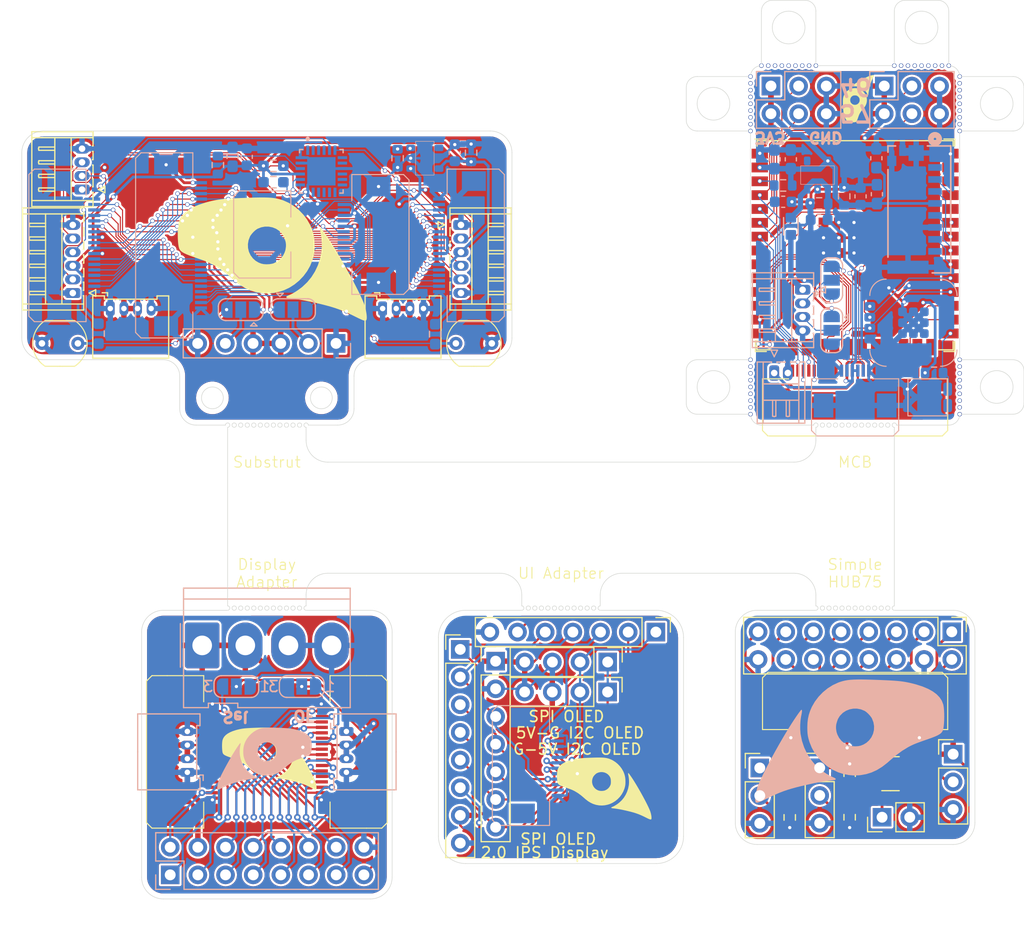
<source format=kicad_pcb>
(kicad_pcb (version 20240108) (generator "pcbnew") (generator_version "8.0")
  (layers (0 "F.Cu" signal) (31 "B.Cu" signal) (34 "B.Paste" user) (35 "F.Paste" user) (36 "B.SilkS" user "B.Silkscreen") (37 "F.SilkS" user "F.Silkscreen") (38 "B.Mask" user) (39 "F.Mask" user) (44 "Edge.Cuts" user))
  (net 0 "")
  (net 1 "GND")
  (net 2 "Net-(ESP1-GPIO0{slash}BOOT)")
  (net 3 "Net-(ESP1-EN)")
  (net 4 "+3V3")
  (net 8 "USB -")
  (net 9 "USB +")
  (net 14 "Sensor SCL")
  (net 16 "Sensor SDA")
  (net 17 "SD SPI MISO")
  (net 18 "SD SPI CLK")
  (net 19 "SD SPI MOSI")
  (net 20 "SD SPI CS")
  (net 21 "Exp 13")
  (net 22 "Exp 4")
  (net 23 "Exp 11")
  (net 24 "Exp 2")
  (net 26 "Exp 9")
  (net 27 "Exp 3")
  (net 29 "Exp 8")
  (net 30 "Exp 0")
  (net 31 "Exp 7")
  (net 32 "Exp 12")
  (net 33 "Exp 1")
  (net 34 "Exp 6")
  (net 35 "Exp 5")
  (net 36 "Exp 10")
  (net 37 "+5V")
  (net 38 "Net-(J1-Pin_1)")
  (net 39 "GPIO 0")
  (net 40 "GPIO 1")
  (net 41 "GPIO 2")
  (net 42 "GPIO 3")
  (net 43 "Net-(J1-Pin_3)")
  (net 44 "Net-(J1-Pin_2)")
  (net 45 "EXP Comms B")
  (net 46 "EXP Comms A")
  (net 47 "Net-(J3-Pin_1)")
  (net 48 "Net-(J4-Pin_1)")
  (net 49 "Net-(J5-Pin_1)")
  (net 50 "HUB75 R0")
  (net 51 "HUB75 E")
  (net 52 "HUB75 B1")
  (net 53 "HUB75 D")
  (net 54 "HUB75 G0")
  (net 55 "HUB75 CLK")
  (net 56 "HUB75 B0")
  (net 57 "HUB75 OE")
  (net 58 "HUB75 C")
  (net 59 "HUB75 LAT")
  (net 60 "HUB75 B")
  (net 61 "HUB75 G1")
  (net 62 "HUB75 R1")
  (net 63 "HUB75 A")
  (net 64 "HUB75 E {slash} OE 1")
  (net 65 "HUB75 OE {slash} OE 0")
  (net 66 "SCL")
  (net 67 "SDA")
  (net 68 "Net-(U2-~{INT})")
  (net 71 "XShut 0")
  (net 78 "XShut 1")
  (net 85 "Net-(J2-Pin_2)")
  (net 86 "Net-(J2-Pin_5)")
  (net 88 "UI IO 1")
  (net 89 "UI 0")
  (net 90 "UI 1")
  (net 91 "UI 2")
  (net 92 "UI 3")
  (net 93 "UI IO 0")
  (footprint "Connector_PinHeader_2.54mm:PinHeader_1x07_P2.54mm_Vertical" (layer "F.Cu") (at 161.71 102 -90)
    (property "Reference" "J5" (hide yes))
    (property "Value" "SPI OLED")
  )
  (footprint "Resistor_SMD:R_0603_1608Metric_Pad0.98x0.95mm_HandSolder" (layer "F.Cu") (at 179.5 119 -90)
    (property "Reference" "R2" (hide yes))
    (property "Value" "2K" (hide yes))
  )
  (footprint "FFC_Connector:FFC Aliexpress 0.5mm 18P" (layer "F.Cu") (at 120 113.000001 -90)
    (property "Reference" "U1" (hide yes))
    (property "Value" "Input A" (hide yes))
  )
  (footprint "Resistor_SMD:R_0603_1608Metric_Pad0.98x0.95mm_HandSolder" (layer "F.Cu") (at 174 119.015 -90)
    (property "Reference" "R4" (hide yes))
    (property "Value" "2K" (hide yes))
  )
  (footprint "Connector_PinHeader_2.54mm:PinHeader_1x03_P2.54mm_Vertical" (layer "F.Cu") (at 176.75 114.46)
    (property "Reference" "J3" (hide yes))
    (property "Value" "Button 1" (hide yes))
  )
  (footprint "Connector_PinHeader_2.54mm:PinHeader_2x08_P2.54mm_Vertical" (layer "F.Cu") (at 188.875 101.975 -90)
    (property "Reference" "J1" (hide yes))
    (property "Value" "HUB75 Input" (hide yes))
  )
  (footprint "Connector_Hirose:Hirose_DF13-06P-1.25DS_1x06_P1.25mm_Horizontal" (layer "F.Cu") (at 143.817501 64.625001 -90)
    (property "Reference" "U4" (hide yes))
    (property "Value" "TOF 1" (hide yes))
  )
  (footprint "FFC_Connector:FFC Aliexpress 0.5mm 18P" (layer "F.Cu") (at 132 113.000001 90)
    (property "Reference" "U2" (hide yes))
    (property "Value" "Input B" (hide yes))
  )
  (footprint "Connector_Hirose:Hirose_DF13-04P-1.25DS_1x04_P1.25mm_Horizontal" (layer "F.Cu") (at 109.0325 61.375 90)
    (property "Reference" "J1" (hide yes))
    (property "Value" "USB" (hide yes))
  )
  (footprint "Photoresistor:Photoresistor Aliexpress" (layer "F.Cu") (at 145 75.5)
    (property "Reference" "R4" (hide yes))
    (property "Value" "R_Photo" (hide yes))
  )
  (footprint "Logo:Logo_10mm" (layer "F.Cu") (at 126 113.000001)
    (property "Reference" "REF**" (hide yes))
    (property "Value" "Logo_10mm" (hide yes))
  )
  (footprint "Connector_PinHeader_2.54mm:PinHeader_1x02_P2.54mm_Vertical" (layer "F.Cu") (at 182.475 119.000001 90)
    (property "Reference" "J5" (hide yes))
    (property "Value" "Fan" (hide yes))
  )
  (footprint "Resistor_SMD:R_0603_1608Metric_Pad0.98x0.95mm_HandSolder" (layer "F.Cu") (at 174 115.015 -90)
    (property "Reference" "R3" (hide yes))
    (property "Value" "1K" (hide yes))
  )
  (footprint "Photoresistor:Photoresistor Aliexpress" (layer "F.Cu") (at 107 75.5 180)
    (property "Reference" "R5" (hide yes))
    (property "Value" "R_Photo" (hide yes))
  )
  (footprint "Package_TO_SOT_SMD:SOT-23-3" (layer "F.Cu") (at 183.25 115)
    (property "Reference" "SnootFNMosFan1" (hide yes))
    (property "Value" "DMN1019USN-13" (hide yes))
  )
  (footprint "FFC_Connector:FFC Aliexpress 0.5mm 24P" (layer "F.Cu") (at 180 110.75 180)
    (property "Reference" "U1" (hide yes))
    (property "Value" "Expansion" (hide yes))
  )
  (footprint "PCM_Espressif:ESP32-S3-WROOM-1U" (layer "F.Cu") (at 179.999999 66.340001)
    (property "Reference" "ESP1" (hide yes))
    (property "Value" "ESP32-S3-WROOM-1")
  )
  (footprint "Connector_PinHeader_2.54mm:PinHeader_1x04_P2.54mm_Vertical" (layer "F.Cu") (at 157.29 104.75 -90)
    (property "Reference" "J3" (hide yes))
    (property "Value" "5V-G I2C OLED")
  )
  (footprint "Connector_PinHeader_2.54mm:PinHeader_1x03_P2.54mm_Vertical" (layer "F.Cu") (at 189 113.210001)
    (property "Reference" "J2" (hide yes))
    (property "Value" "LEDs" (hide yes))
  )
  (footprint "Connector_Hirose:Hirose_DF13-06P-1.25DS_1x06_P1.25mm_Horizontal" (layer "F.Cu") (at 108.1825 70.875001 90)
    (property "Reference" "U3" (hide yes))
    (property "Value" "TOF 0" (hide yes))
  )
  (footprint "Connector_PinHeader_2.54mm:PinHeader_1x07_P2.54mm_Vertical" (layer "F.Cu") (at 147 104.67)
    (property "Reference" "J2" (hide yes))
    (property "Value" "SPI OLED")
  )
  (footprint "FFC_Connector:FFC Aliexpress 0.5mm 24P" (layer "F.Cu") (at 179.999999 78.95)
    (property "Reference" "U2" (hide yes))
    (property "Value" "Expansion" (hide yes))
  )
  (footprint "Connector_PinHeader_2.54mm:PinHeader_1x08_P2.54mm_Vertical" (layer "F.Cu") (at 143.75 103.59)
    (property "Reference" "J1" (hide yes))
    (property "Value" "2.0 IPS Display")
  )
  (footprint "Logo:Logo_10mm" (layer "F.Cu") (at 156.75 115.75)
    (property "Reference" "REF**" (hide yes))
    (property "Value" "Logo_10mm" (hide yes))
  )
  (footprint "Connector_PinHeader_2.54mm:PinHeader_1x04_P2.54mm_Vertical" (layer "F.Cu") (at 157.28 107.5 -90)
    (property "Reference" "J4" (hide yes))
    (property "Value" "G-5V I2C OLED")
  )
  (footprint "Connector_PinHeader_2.54mm:PinHeader_1x03_P2.54mm_Vertical" (layer "F.Cu") (at 171.25 114.475)
    (property "Reference" "J4" (hide yes))
    (property "Value" "Button 0" (hide yes))
  )
  (footprint "Logo:Logo_20mm" (layer "F.Cu") (at 126 66.5)
    (property "Reference" "REF**" (hide yes))
    (property "Value" "Logo_20mm" (hide yes))
  )
  (footprint "Resistor_SMD:R_0603_1608Metric_Pad0.98x0.95mm_HandSolder" (layer "F.Cu") (at 179.5 115 -90)
    (property "Reference" "R1" (hide yes))
    (property "Value" "1K" (hide yes))
  )
  (footprint "Connector_Molex:Molex_PicoBlade_53048-0410_1x04_P1.25mm_Horizontal" (layer "F.Cu") (at 111.625 72.3)
    (property "Reference" "J4" (hide yes))
    (property "Value" "JST [D]" (hide yes))
  )
  (footprint "Logo:Logo_5mm" (layer "F.Cu") (at 179.999999 53.15 90)
    (property "Reference" "REF**" (hide yes))
    (property "Value" "Logo_5mm" (hide yes))
  )
  (footprint "Connector_Molex:Molex_PicoBlade_53048-0410_1x04_P1.25mm_Horizontal" (layer "F.Cu") (at 136.625001 72.300001)
    (property "Reference" "J3" (hide yes))
    (property "Value" "JST [D]" (hide yes))
  )
  (footprint "Jumper:SolderJumper-3_P1.3mm_Open_RoundedPad1.0x1.5mm" (layer "B.Cu") (at 177.849999 74.3 -90)
    (property "Reference" "JP2" (hide yes))
    (property "Value" "USB -" (hide yes))
  )
  (footprint "IO_Expander_TCA9535RTWR:QFN50P400X400X80-25N" (layer "B.Cu") (at 131 59.7 -90)
    (property "Reference" "U2" (hide yes))
    (property "Value" "TCA9535RTWR" (hide yes))
  )
  (footprint "Connector_Molex:Molex_PicoBlade_53048-0410_1x04_P1.25mm_Horizontal" (layer "B.Cu") (at 118.7 114.875 90)
    (property "Reference" "J4" (hide yes))
    (property "Value" "JST [D]" (hide yes))
  )
  (footprint "Capacitor_SMD:C_0603_1608Metric_Pad1.08x0.95mm_HandSolder" (layer "B.Cu") (at 172.600001 58.600002 90)
    (property "Reference" "C8" (hide yes))
    (property "Value" "0.1uF" (hide yes))
  )
  (footprint "Resistor_SMD:R_0603_1608Metric" (layer "B.Cu") (at 173.4 61.000001 180)
    (property "Reference" "R1" (hide yes))
    (property "Value" "10K" (hide yes))
  )
  (footprint "FFC_Connector:FFC Aliexpress 0.5mm 18P" (layer "B.Cu") (at 109.2 66.5 90)
    (property "Reference" "U9" (hide yes))
    (property "Value" "Display" (hide yes))
  )
  (footprint "MicroSD_473092651:CONN12_47309-2651_MOL" (layer "B.Cu") (at 185.899999 63.2 90)
    (property "Reference" "J3" (hide yes))
    (property "Value" "MicroSD" (hide yes))
  )
  (footprint "FFC_Connector:FFC Aliexpress 0.5mm 6P" (layer "B.Cu") (at 127.999999 65.5 90)
    (property "Reference" "U1" (hide yes))
    (property "Value" "Comms Link Expansion" (hide yes))
  )
  (footprint "Jumper:SolderJumper-3_P1.3mm_Open_RoundedPad1.0x1.5mm_NumberLabels" (layer "B.Cu") (at 129.2 107.000001 180)
    (property "Reference" "JP1" (hide yes))
    (property "Value" "No E for OE Alt" (hide yes))
  )
  (footprint "FFC_Connector:FFC Aliexpress 0.5mm 24P" (layer "B.Cu") (at 119.000001 66.5 90)
    (property "Reference" "U7" (hide yes))
    (property "Value" "Expansion" (hide yes))
  )
  (footprint "Capacitor_SMD:C_0603_1608Metric" (layer "B.Cu") (at 173.4 62.500001 180)
    (property "Reference" "C6" (hide yes))
    (property "Value" "1uF" (hide yes))
  )
  (footprint "FFC_Connector:FFC Aliexpress 0.5mm 12P" (layer "B.Cu") (at 134 65.5 -90)
    (property "Reference" "U5" (hide yes))
    (property "Value" "FFC [U]" (hide yes))
  )
  (footprint "Logo:Logo_10mm" (layer "B.Cu") (at 126 113.000001 180)
    (property "Reference" "REF**" (hide yes))
    (property "Value" "Logo_10mm" (hide yes))
  )
  (footprint "Resistor_SMD:R_0603_1608Metric" (layer "B.Cu") (at 138 58.5 -90)
    (property "Reference" "C3" (hide yes))
    (property "Value" "1uF" (hide yes))
  )
  (footprint "Capacitor_SMD:C_0603_1608Metric_Pad1.08x0.95mm_HandSolder" (layer "B.Cu") (at 181.95 58.500001 90)
    (property "Reference" "C10" (hide yes))
    (property "Value" "0.1uF" (hide yes))
  )
  (footprint "Jumper:SolderJumper-3_P1.3mm_Open_RoundedPad1.0x1.5mm" (layer "B.Cu") (at 123.6 72.4 180)
    (property "Reference" "JP2" (hide yes))
    (property "Value" "SolderJumper_3_Open" (hide yes))
  )
  (footprint "Resistor_SMD:R_0603_1608Metric" (layer "B.Cu") (at 121.5 59.125 90)
    (property "Reference" "R3" (hide yes))
    (property "Value" "10K" (hide yes))
  )
  (footprint "Connector_Hirose:Hirose_DF13-02P-1.25DS_1x02_P1.25mm_Horizontal" (layer "B.Cu") (at 172.575 78.217501)
    (property "Reference" "J2" (hide yes))
    (property "Value" "Power" (hide yes))
  )
  (footprint "Connector_PinHeader_2.54mm:PinHeader_2x03_P2.54mm_Vertical" (layer "B.Cu") (at 182.674998 51.875002 -90)
    (property "Reference" "J5" (hide yes))
    (property "Value" "GPIO Pair 1" (hide yes))
  )
  (footprint "Jumper:SolderJumper-3_P1.3mm_Open_RoundedPad1.0x1.5mm" (layer "B.Cu") (at 128.4 72.4)
    (property "Reference" "JP1" (hide yes))
    (property "Value" "SolderJumper_3_Open" (hide yes))
  )
  (footprint "Capacitor_SMD:C_0603_1608Metric" (layer "B.Cu") (at 180.5 62 90)
    (property "Reference" "C13" (hide yes))
    (property "Value" "10uF" (hide yes))
  )
  (footprint "Resistor_SMD:R_0603_1608Metric_Pad0.98x0.95mm_HandSolder" (layer "B.Cu") (at 141.45 74.65 -90)
    (property "Reference" "R6" (hide yes))
    (property "Value" "10K" (hide yes))
  )
  (footprint "Capacitor_SMD:C_0603_1608Metric" (layer "B.Cu") (at 124.15 58.375 90)
    (property "Reference" "C1" (hide yes))
    (property "Value" "0.1uF" (hide yes))
  )
  (footprint "Capacitor_SMD:C_0603_1608Metric" (layer "B.Cu") (at 143.25 57.999999 90)
    (property "Reference" "C5" (hide yes))
    (property "Value" "10uF" (hide yes))
  )
  (footprint "Connector_PinSocket_2.54mm:PinSocket_2x08_P2.54mm_Vertical" (layer "B.Cu") (at 117.125 124.290001 -90)
    (property "Reference" "J1" (hide yes))
    (property "Value" "HUB75 Input" (hide yes))
  )
  (footprint "Button-R-667843:Button-R-667843" (layer "B.Cu") (at 186.65 80.450001 180)
    (property "Reference" "BootSW1" (hide yes))
    (property "Value" "SW_Push" (hide yes))
  )
  (footprint "FFC_Connector:FFC Aliexpress 0.5mm 6P" (layer "B.Cu") (at 179.999999 78.95 180)
    (property "Reference" "U3" (hide yes))
    (property "Value" "Comms Link Expansion" (hide yes))
  )
  (footprint "Ferrite_Bead_MPZ1608S601ATA00:INDC1608X95N" (layer "B.Cu") (at 174.099999 64.750002 90)
    (property "Reference" "L1" (hide yes))
    (property "Value" "MPZ1608S601ATA00" (hide yes))
  )
  (footprint "Resistor_SMD:R_0603_1608Metric_Pad0.98x0.95mm_HandSolder" (layer "B.Cu") (at 126.6 60.699999)
    (property "Reference" "R1" (hide yes))
    (property "Value" "10K" (hide yes))
  )
  (footprint "Resistor_SMD:R_0603_1608Metric" (layer "B.Cu") (at 176.699999 62.65 180)
    (property "Reference" "C11" (hide yes))
    (property "Value" "1uF" (hide yes))
  )
  (footprint "Capacitor_SMD:C_0603_1608Metric_Pad1.08x0.95mm_HandSolder" (layer "B.Cu") (at 122.85 58.375 90)
    (property "Reference" "C2" (hide yes))
    (property "Value" "22uF" (hide yes))
  )
  (footprint "Sensored:Sensored" (layer "B.Cu") (at 185.349999 73.600001 180)
    (property "Reference" "U1" (hide yes))
    (property "Value" "Sensored" (hide yes))
  )
  (footprint "FFC_Connector:FFC Aliexpress 0.5mm 12P" (layer "B.Cu") (at 151.75 114.25 90)
    (property "Reference" "U2" (hide yes))
    (property "Value" "FFC [U]" (hide yes))
  )
  (footprint "Resistor_SMD:R_0603_1608Metric" (layer "B.Cu") (at 179 62 90)
    (property "Reference" "C12" (hide yes))
    (property "Value" "1uF" (hide yes))
  )
  (footprint "Resistor_SMD:R_0603_1608Metric_Pad0.98x0.95mm_HandSolder" (layer "B.Cu") (at 126.600001 59.2)
    (property "Reference" "R2" (hide yes))
    (property "Value" "10K" (hide yes))
  )
  (footprint "AP7366-SOT25:AP7366" (layer "B.Cu") (at 176.549999 60.050001)
    (property "Reference" "U4" (hide yes))
    (property "Value" "AP7366-33W5-7" (hide yes))
  )
  (footprint "Connector_PinHeader_2.54mm:PinHeader_1x06_P2.54mm_Vertical" (layer "B.Cu") (at 132.35 75.5 90)
    (property "Reference" "J2" (hide yes))
    (property "Value" "Pogo Pins" (hide yes))
  )
  (footprint "Capacitor_SMD:C_0603_1608Metric_Pad1.08x0.95mm_HandSolder" (layer "B.Cu") (at 174.099999 58.6 90)
    (property "Reference" "C7" (hide yes))
    (property "Value" "22uF" (hide yes))
  )
  (footprint "Resistor_SMD:R_0603_1608Metric" (layer "B.Cu") (at 144.75 58 90)
    (property "Reference" "C4" (hide yes))
    (property "Value" "1uF" (hide yes))
  )
  (footprint "Logo:Logo_20mm" (layer "B.Cu") (at 180 110.75 180)
    (property "Reference" "REF**" (hide yes))
    (property "Value" "Logo_20mm" (hide yes))
  )
  (footprint "Connector_Molex:Molex_KK-396_5273-04A_1x04_P3.96mm_Vertical" (layer "B.Cu") (at 120.06 103.225001)
    (property "Reference" "J2" (hide yes))
    (property "Value" "Vertical" (hide yes))
  )
  (footprint "Capacitor_SMD:C_0603_1608Metric_Pad1.08x0.95mm_HandSolder" (layer "B.Cu") (at 182 61.800001 90)
    (property "Reference" "C9" (hide yes))
    (property "Value" "22uF" (hide yes))
  )
  (footprint "Resistor_SMD:R_0603_1608Metric_Pad0.98x0.95mm_HandSolder" (layer "B.Cu") (at 110.55 74.6 -90)
    (property "Reference" "R7" (hide yes))
    (property "Value" "10K" (hide yes))
  )
  (footprint "Connector_Molex:Molex_PicoBlade_53048-0410_1x04_P1.25mm_Horizontal" (layer "B.Cu") (at 133.3 111.125001 -90)
    (property "Reference" "J3" (hide yes))
    (property "Value" "JST [D]" (hide yes))
  )
  (footprint "Jumper:SolderJumper-3_P1.3mm_Open_RoundedPad1.0x1.5mm_NumberLabels" (layer "B.Cu") (at 123.2 107.000001 180)
    (property "Reference" "JP2" (hide yes))
    (property "Value" "Panel Selector" (hide yes))
  )
  (footprint "Jumper:SolderJumper-3_P1.3mm_Open_RoundedPad1.0x1.5mm" (layer "B.Cu") (at 177.849998 69.700004 90)
    (property "Reference" "JP1" (hide yes))
    (property "Value" "USB +" (hide yes))
  )
  (footprint "FFC_Connector:FFC Aliexpress 0.5mm 18P" (layer "B.Cu") (at 142.750001 66.5 -90)
    (property "Reference" "U6" (hide yes))
    (property "Value" "Display" (hide yes))
  )
  (footprint "AP7366-SOT25:AP7366" (layer "B.Cu") (at 140.5 58.5 -90)
    (property "Reference" "U8" (hide yes))
    (property "Value" "AP7366-33W5-7" (hide yes))
  )
  (footprint "Connector_PinHeader_2.54mm:PinHeader_2x03_P2.54mm_Vertical" (layer "B.Cu") (at 172.274998 51.875 -90)
    (property "Reference" "J4" (hide yes))
    (property "Value" "GPIO Pair 0" (hide yes))
  )
  (footprint "Connector_Hirose:Hirose_DF13-04P-1.25DS_1x04_P1.25mm_Horizontal" (layer "B.Cu") (at 175.182499 70.575002 -90)
    (property "Reference" "J1" (hide yes))
    (property "Value" "USB" (hide yes))
  )
  (footprint "Capacitor_SMD:C_0603_1608Metric" (layer "B.Cu") (at 176.7 64.150001 180)
    (property "Reference" "C1" (hide yes))
    (property "Value" "10uF" (hide yes))
  )
  (footprint "Resistor_SMD:R_0603_1608Metric" (layer "B.Cu") (at 187.249999 78.200001)
    (property "Reference" "R2" (hide yes))
    (property "Value" "10K" (hide yes))
  )
  (gr_line (start 129.6 99.599998) (end 129.599999 98.6) (stroke (width 0.05)) (layer "Edge.Cuts"))
  (gr_arc (start 191.000001 119.5) (mid 190.414215 120.914214) (end 189.000001 121.500001) (stroke (width 0.05)) (layer "Edge.Cuts"))
  (gr_circle (center 183.000001 83) (end 182.800001 83) (stroke (width 0.05)) (fill none) (layer "Edge.Cuts"))
  (gr_line (start 118 78.5) (end 118 81.5) (stroke (width 0.05)) (layer "Edge.Cuts"))
  (gr_arc (start 168.999999 102) (mid 169.585786 100.585786) (end 171 99.999999) (stroke (width 0.05)) (layer "Edge.Cuts"))
  (gr_circle (center 154.8 99.8) (end 155.000001 99.799999) (stroke (width 0.05)) (fill none) (layer "Edge.Cuts"))
  (gr_arc (start 164.499998 78.000002) (mid 164.792892 77.292894) (end 165.5 77.000001) (stroke (width 0.05)) (layer "Edge.Cuts"))
  (gr_line (start 194.5 56.000001) (end 189.599999 56.000001) (stroke (width 0.05)) (layer "Edge.Cuts"))
  (gr_arc (start 116.5 126.500001) (mid 115.085786 125.914215) (end 114.5 124.500001) (stroke (width 0.05)) (layer "Edge.Cuts"))
  (gr_line (start 176.4 50.000001) (end 183.599999 50.000001) (stroke (width 0.05)) (layer "Edge.Cuts"))
  (gr_circle (center 186.1 46.500003) (end 184.599999 46.500001) (stroke (width 0.05)) (fill none) (layer "Edge.Cuts"))
  (gr_arc (start 195.499998 81) (mid 195.207106 81.707108) (end 194.499999 82.000001) (stroke (width 0.05)) (layer "Edge.Cuts"))
  (gr_circle (center 156 99.799999) (end 156.2 99.8) (stroke (width 0.05)) (fill none) (layer "Edge.Cuts"))
  (gr_circle (center 123.6 99.8) (end 123.8 99.8) (stroke (width 0.05)) (fill none) (layer "Edge.Cuts"))
  (gr_circle (center 127.2 83) (end 127 83) (stroke (width 0.05)) (fill none) (layer "Edge.Cuts"))
  (gr_arc (start 122.4 99.6) (mid 122.6 99.8) (end 122.4 100) (stroke (width 0.05)) (layer "Edge.Cuts"))
  (gr_line (start 144.25 100) (end 149.4 100) (stroke (width 0.05)) (layer "Edge.Cuts"))
  (gr_line (start 183.6 100) (end 189 100) (stroke (width 0.05)) (layer "Edge.Cuts"))
  (gr_arc (start 129.599999 98.6) (mid 130.185786 97.185786) (end 131.6 96.599999) (stroke (width 0.05)) (layer "Edge.Cuts"))
  (gr_circle (center 177.600001 83.000001) (end 177.4 83.000001) (stroke (width 0.05)) (fill none) (layer "Edge.Cuts"))
  (gr_arc (start 141.75 102.5) (mid 142.482233 100.732233) (end 144.25 100) (stroke (width 0.05)) (layer "Edge.Cuts"))
  (gr_arc (start 174.4 96.599999) (mid 175.814214 97.185786) (end 176.400001 98.6) (stroke (width 0.05)) (layer "Edge.Cuts"))
  (gr_arc (start 170.999999 121.500001) (mid 169.585785 120.914214) (end 168.999999 119.5) (stroke (width 0.05)) (layer "Edge.Cuts"))
  (gr_line (start 183.8 83) (end 188.6 83.000001) (stroke (width 0.05)) (layer "Edge.Cuts"))
  (gr_circle (center 177 99.8) (end 177.2 99.8) (stroke (width 0.05)) (fill none) (layer "Edge.Cuts"))
  (gr_arc (start 194.5 51.000001) (mid 195.207107 51.292894) (end 195.5 52.000001) (stroke (width 0.05)) (layer "Edge.Cuts"))
  (gr_circle (center 124.2 83) (end 123.999999 83) (stroke (width 0.05)) (fill none) (layer "Edge.Cuts"))
  (gr_line (start 114.5 124.500001) (end 114.499999 102.000001) (stroke (width 0.05)) (layer "Edge.Cuts"))
  (gr_arc (start 161.75 100) (mid 163.517767 100.732233) (end 164.25 102.5) (stroke (width 0.05)) (layer "Edge.Cuts"))
  (gr_arc (start 149.4 99.6) (mid 149.6 99.8) (end 149.4 100) (stroke (width 0.05)) (layer "Edge.Cuts"))
  (gr_line (start 116.5 100) (end 122.4 100) (stroke (width 0.05)) (layer "Edge.Cuts"))
  (gr_line (start 171.399999 83.000001) (end 176.2 83) (stroke (width 0.05)) (layer "Edge.Cuts"))
  (gr_circle (center 125.4 83) (end 125.200001 83) (stroke (width 0.05)) (fill none) (layer "Edge.Cuts"))
  (gr_circle (center 178.200001 83) (end 178 83.000001) (stroke (width 0.05)) (fill none) (layer "Edge.Cuts"))
  (gr_circle (center 180 99.8) (end 180.199999 99.8) (stroke (width 0.05)) (fill none) (layer "Edge.Cuts"))
  (gr_arc (start 183.599999 45.000001) (mid 183.892893 44.292896) (end 184.599999 44) (stroke (width 0.05)) (layer "Edge.Cuts"))
  (gr_circle (center 123 83) (end 122.8 83) (stroke (width 0.05)) (fill none) (layer "Edge.Cuts"))
  (gr_circle (center 127.8 99.8) (end 128.000001 99.799999) (stroke (width 0.05)) (fill none) (layer "Edge.Cuts"))
  (gr_circle (center 123 99.8) (end 123.2 99.8) (stroke (width 0.05)) (fill none) (layer "Edge.Cuts"))
  (gr_line (start 129.8 83) (end 132.5 83) (stroke (width 0.05)) (layer "Edge.Cuts"))
  (gr_circle (center 181.2 99.8) (end 181.399999 99.8) (stroke (width 0.05)) (fill none) (layer "Edge.Cuts"))
  (gr_line (start 122.4 99.6) (end 122.4 83.2) (stroke (width 0.05)) (layer "Edge.Cuts"))
  (gr_line (start 164.499999 81) (end 164.499998 78.000002) (stroke (width 0.05)) (layer "Edge.Cuts"))
  (gr_circle (center 177.6 99.8) (end 177.8 99.8) (stroke (width 0.05)) (fill none) (layer "Edge.Cuts"))
  (gr_circle (center 178.800001 83) (end 178.600002 83) (stroke (width 0.05)) (fill none) (layer "Edge.Cuts"))
  (gr_circle (center 178.8 99.8) (end 179 99.8) (stroke (width 0.05)) (fill none) (layer "Edge.Cuts"))
  (gr_circle (center 179.400001 83) (end 179.200002 83) (stroke (width 0.05)) (fill none) (layer "Edge.Cuts"))
  (gr_circle (center 182.400001 83) (end 182.200001 83) (stroke (width 0.05)) (fill none) (layer "Edge.Cuts"))
  (gr_circle (center 150.6 99.8) (end 150.8 99.8) (stroke (width 0.05)) (fill none) (layer "Edge.Cuts"))
  (gr_arc (start 119.5 83) (mid 118.43934 82.56066) (end 118 81.5) (stroke (width 0.05)) (layer "Edge.Cuts"))
  (gr_line (start 194.499999 82.000001) (end 189.599999 82.000002) (stroke (width 0.05)) (layer "Edge.Cuts"))
  (gr_line (start 119.5 83) (end 122.2 83) (stroke (width 0.05)) (layer "Edge.Cuts"))
  (gr_line (start 172.399997 44.000002) (end 175.4 44.000001) (stroke (width 0.05)) (layer "Edge.Cuts"))
  (gr_arc (start 129.6 83.2) (mid 129.458579 82.858579) (end 129.8 83) (stroke (width 0.05)) (layer "Edge.Cuts"))
  (gr_circle (center 177.000001 83.000001) (end 176.800001 83) (stroke (width 0.05)) (fill none) (layer "Edge.Cuts"))
  (gr_arc (start 135.5 100) (mid 136.914215 100.585787) (end 137.500001 102.000001) (stroke (width 0.05)) (layer "Edge.Cuts"))
  (gr_line (start 131.6 86.400001) (end 174.4 86.400001) (stroke (width 0.05)) (layer "Edge.Cuts"))
  (gr_circle (center 128.4 99.799999) (end 128.600001 99.799999) (stroke (width 0.05)) (fill none) (layer "Edge.Cuts"))
  (gr_line (start 168.999999 119.5) (end 168.999999 102) (stroke (width 0.05)) (layer "Edge.Cuts"))
  (gr_circle (center 181.800001 83) (end 181.600001 83) (stroke (width 0.05)) (fill none) (layer "Edge.Cuts"))
  (gr_arc (start 165.5 82.000001) (mid 164.792892 81.707108) (end 164.499999 81) (stroke (width 0.05)) (layer "Edge.Cuts"))
  (gr_line (start 195.499999 78.000002) (end 195.499998 81) (stroke (width 0.05)) (layer "Edge.Cuts"))
  (gr_circle (center 150 99.8) (end 150.2 99.8) (stroke (width 0.05)) (fill none) (layer "Edge.Cuts"))
  (gr_line (start 176.400001 84.4) (end 176.400001 83.200002) (stroke (width 0.05)) (layer "Edge.Cuts"))
  (gr_circle (center 127.8 83) (end 127.6 83) (stroke (width 0.05)) (fill none) (layer "Edge.Cuts"))
  (gr_circle (center 167 53.500003) (end 167 55.000002) (stroke (width 0.05)) (fill none) (layer "Edge.Cuts"))
  (gr_circle (center 154.2 99.8) (end 154.399999 99.8) (stroke (width 0.05)) (fill none) (layer "Edge.Cuts"))
  (gr_circle (center 121 80.5) (end 121 79.5) (stroke (width 0.05)) (fill none) (layer "Edge.Cuts"))
  (gr_arc (start 171.399999 83.000001) (mid 170.692893 82.707108) (end 170.399999 82.000002) (stroke (width 0.05)) (layer "Edge.Cuts"))
  (gr_circle (center 126.6 83) (end 126.4 83) (stroke (width 0.05)) (fill none) (layer "Edge.Cuts"))
  (gr_line (start 158.6 96.599999) (end 174.4 96.599999) (stroke (width 0.05)) (layer "Edge.Cuts"))
  (gr_line (start 129.6 100) (end 135.5 100) (stroke (width 0.05)) (layer "Edge.Cuts"))
  (gr_line (start 184.599999 44) (end 187.6 44.000002) (stroke (width 0.05)) (layer "Edge.Cuts"))
  (gr_line (start 165.499999 51.000001) (end 170.399998 51.000003) (stroke (width 0.05)) (layer "Edge.Cuts"))
  (gr_circle (center 126 83) (end 125.800001 83) (stroke (width 0.05)) (fill none) (layer "Edge.Cuts"))
  (gr_line (start 165.5 82.000001) (end 170.399999 82.000002) (stroke (width 0.05)) (layer "Edge.Cuts"))
  (gr_arc (start 188.599999 50.000001) (mid 189.307107 50.292894) (end 189.6 51.000002) (stroke (width 0.05)) (layer "Edge.Cuts"))
  (gr_circle (center 182.4 99.799999) (end 182.600001 99.799999) (stroke (width 0.05)) (fill none) (layer "Edge.Cuts"))
  (gr_line (start 156.599999 98.6) (end 156.6 99.599998) (stroke (width 0.05)) (layer "Edge.Cuts"))
  (gr_line (start 176.4 45.000001) (end 176.4 50.000001) (stroke (width 0.05)) (layer "Edge.Cuts"))
  (gr_arc (start 176.400001 84.4) (mid 175.814214 85.814214) (end 174.4 86.400001) (stroke (width 0.05)) (layer "Edge.Cuts"))
  (gr_arc (start 176.4 99.6) (mid 176.6 99.8) (end 176.4 100) (stroke (width 0.05)) (layer "Edge.Cuts"))
  (gr_circle (center 129 99.799999) (end 129.2 99.8) (stroke (width 0.05)) (fill none) (layer "Edge.Cuts"))
  (gr_arc (start 183.600001 83.2) (mid 183.458578 82.858579) (end 183.8 83) (stroke (width 0.05)) (layer "Edge.Cuts"))
  (gr_arc (start 183.6 100) (mid 183.399999 99.799999) (end 183.6 99.599998) (stroke (width 0.05)) (layer "Edge.Cuts"))
  (gr_line (start 183.6 99.599998) (end 183.600001 83.2) (stroke (width 0.05)) (layer "Edge.Cuts"))
  (gr_line (start 137.500001 124.500001) (end 137.500001 102.000001) (stroke (width 0.05)) (layer "Edge.Cuts"))
  (gr_arc (start 116.5 76.999999) (mid 117.560661 77.439339) (end 118 78.5) (stroke (width 0.05)) (layer "Edge.Cuts"))
  (gr_circle (center 180.6 99.8) (end 180.799999 99.8) (stroke (width 0.05)) (fill none) (layer "Edge.Cuts"))
  (gr_arc (start 164.25 120.75) (mid 163.517767 122.517767) (end 161.75 123.25) (stroke (width 0.05)) (layer "Edge.Cuts"))
  (gr_arc (start 137.500001 124.500001) (mid 136.914214 125.914216) (end 135.499999 126.500002) (stroke (width 0.05)) (layer "Edge.Cuts"))
  (gr_circle (center 155.4 99.799999) (end 155.600001 99.799999) (stroke (width 0.05)) (fill none) (layer "Edge.Cuts"))
  (gr_arc (start 189.599999 82.000002) (mid 189.307106 82.707108) (end 188.6 83.000001) (stroke (width 0.05)) (layer "Edge.Cuts"))
  (gr_arc (start 103.5 58) (mid 104.085786 56.585786) (end 105.499999 56) (stroke (width 0.05)) (layer "Edge.Cuts"))
  (gr_arc (start 144.25 123.25) (mid 142.482233 122.517767) (end 141.75 120.75) (stroke (width 0.05)) (layer "Edge.Cuts"))
  (gr_arc (start 164.499999 52.000001) (mid 164.792893 51.292896) (end 165.499999 51.000001) (stroke (width 0.05)) (layer "Edge.Cuts"))
  (gr_circle (center 180.000001 83) (end 179.800002 83) (stroke (width 0.05)) (fill none) (layer "Edge.Cuts"))
  (gr_line (start 131.6 96.599999) (end 147.4 96.599999) (stroke (width 0.05)) (layer "Edge.Cuts"))
  (gr_arc (start 187.6 44.000002) (mid 188.307105 44.292895) (end 188.599999 45.000001) (stroke (width 0.05)) (layer "Edge.Cuts"))
  (gr_circle (center 129 83) (end 128.8 83) (stroke (width 0.05)) (fill none) (layer "Edge.Cuts"))
  (gr_arc (start 122.2 83) (mid 122.541421 82.858579) (end 122.4 83.2) (stroke (width 0.05)) (layer "Edge.Cuts"))
  (gr_circle (center 131 80.5) (end 131 79.5) (stroke (width 0.05)) (fill none) (layer "Edge.Cuts"))
  (gr_line (start 194.499999 77.000001) (end 189.599998 77.000003) (stroke (width 0.05)) (layer "Edge.Cuts"))
  (gr_circle (center 128.4 83) (end 128.2 83) (stroke (width 0.05)) (fill none) (layer "Edge.Cuts"))
  (gr_circle (center 173.899998 46.500002) (end 172.399999 46.500001) (stroke (width 0.05)) (fill none) (layer "Edge.Cuts"))
  (gr_circle (center 124.2 99.8) (end 124.4 99.8) (stroke (width 0.05)) (fill none) (layer "Edge.Cuts"))
  (gr_arc (start 170.399998 51.000003) (mid 170.692891 50.292894) (end 171.4 50.000001) (stroke (width 0.05)) (layer "Edge.Cuts"))
  (gr_line (start 149.400001 98.6) (end 149.4 99.6) (stroke (width 0.05)) (layer "Edge.Cuts"))
  (gr_arc (start 134 78.5) (mid 134.43934 77.43934) (end 135.5 77) (stroke (width 0.05)) (layer "Edge.Cuts"))
  (gr_circle (center 126 99.8) (end 126.199999 99.8) (stroke (width 0.05)) (fill none) (layer "Edge.Cuts"))
  (gr_line (start 105.5 77.000001) (end 116.5 76.999999) (stroke (width 0.05)) (layer "Edge.Cuts"))
  (gr_circle (center 167 79.500001) (end 167 81.000001) (stroke (width 0.05)) (fill none) (layer "Edge.Cuts"))
  (gr_circle (center 152.4 99.8) (end 152.6 99.799999) (stroke (width 0.05)) (fill none) (layer "Edge.Cuts"))
  (gr_arc (start 147.4 96.599999) (mid 148.814214 97.185786) (end 149.400001 98.6) (stroke (width 0.05)) (layer "Edge.Cuts"))
  (gr_arc (start 105.5 77.000001) (mid 104.085785 76.414215) (end 103.499999 75) (stroke (width 0.05)) (layer "Edge.Cuts"))
  (gr_line (start 164.25 102.5) (end 164.25 120.75) (stroke (width 0.05)) (layer "Edge.Cuts"))
  (gr_line (start 165.499999 56.000001) (end 170.399999 56.000001) (stroke (width 0.05)) (layer "Edge.Cuts"))
  (gr_arc (start 195.499999 55.000002) (mid 195.207106 55.707108) (end 194.5 56.000001) (stroke (width 0.05)) (layer "Edge.Cuts"))
  (gr_line (start 176.400001 98.6) (end 176.4 99.6) (stroke (width 0.05)) (layer "Edge.Cuts"))
  (gr_circle (center 151.2 99.8) (end 151.4 99.8) (stroke (width 0.05)) (fill none) (layer "Edge.Cuts"))
  (gr_circle (center 192.999998 79.500003) (end 192.999999 78.000002) (stroke (width 0.05)) (fill none) (layer "Edge.Cuts"))
  (gr_line (start 183.599999 45.000001) (end 183.599999 50.000001) (stroke (width 0.05)) (layer "Edge.Cuts"))
  (gr_line (start 195.5 52.000001) (end 195.499999 55.000002) (stroke (width 0.05)) (layer "Edge.Cuts"))
  (gr_line (start 161.75 123.25) (end 144.25 123.25) (stroke (width 0.05)) (layer "Edge.Cuts"))
  (gr_circle (center 123.6 83) (end 123.399999 83) (stroke (width 0.05)) (fill none) (layer "Edge.Cuts"))
  (gr_circle (center 179.4 99.8) (end 179.6 99.799999) (stroke (width 0.05)) (fill none) (layer "Edge.Cuts"))
  (gr_line (start 161.75 100) (end 156.6 100) (stroke (width 0.05)) (layer "Edge.Cuts"))
  (gr_line (start 189.599999 56.000001) (end 189.599998 77.000003) (stroke (width 0.05)) (layer "Edge.Cuts"))
  (gr_line (start 134 81.5) (end 134 78.5) (stroke (width 0.05)) (layer "Edge.Cuts"))
  (gr_line (start 171 99.999999) (end 176.4 100) (stroke (width 0.05)) (layer "Edge.Cuts"))
  (gr_circle (center 124.8 83) (end 124.600001 83) (stroke (width 0.05)) (fill none) (layer "Edge.Cuts"))
  (gr_line (start 141.75 120.75) (end 141.75 102.5) (stroke (width 0.05)) (layer "Edge.Cuts"))
  (gr_line (start 103.499999 75) (end 103.5 58) (stroke (width 0.05)) (layer "Edge.Cuts"))
  (gr_circle (center 181.8 99.8) (end 182.000001 99.799999) (stroke (width 0.05)) (fill none) (layer "Edge.Cuts"))
  (gr_arc (start 189 100) (mid 190.414214 100.585786) (end 191 102) (stroke (width 0.05)) (layer "Edge.Cuts"))
  (gr_line (start 165.5 77.000001) (end 170.399998 77.000004) (stroke (width 0.05)) (layer "Edge.Cuts"))
  (gr_arc (start 156.6 100) (mid 156.399999 99.799999) (end 156.6 99.599998) (stroke (width 0.05)) (layer "Edge.Cuts"))
  (gr_line (start 105.499999 56) (end 146.499999 56.000002) (stroke (width 0.05)) (layer "Edge.Cuts"))
  (gr_line (start 164.499998 55.000002) (end 164.499999 52.000001) (stroke (width 0.05)) (layer "Edge.Cuts"))
  (gr_line (start 135.5 77) (end 146.499999 77) (stroke (width 0.05)) (layer "Edge.Cuts"))
  (gr_circle (center 153.6 99.8) (end 153.799999 99.8) (stroke (width 0.05)) (fill none) (layer "Edge.Cuts"))
  (gr_line (start 171.4 45.000001) (end 171.4 50.000001) (stroke (width 0.05)) (layer "Edge.Cuts"))
  (gr_circle (center 183 99.799999) (end 183.2 99.8) (stroke (width 0.05)) (fill none) (layer "Edge.Cuts"))
  (gr_line (start 170.399998 77.000004) (end 170.399999 56.000001) (stroke (width 0.05)) (layer "Edge.Cuts"))
  (gr_circle (center 178.2 99.8) (end 178.4 99.8) (stroke (width 0.05)) (fill none) (layer "Edge.Cuts"))
  (gr_line (start 191 102) (end 191.000001 119.5) (stroke (width 0.05)) (layer "Edge.Cuts"))
  (gr_circle (center 151.8 99.8) (end 152 99.8) (stroke (width 0.05)) (fill none) (layer "Edge.Cuts"))
  (gr_circle (center 127.2 99.8) (end 127.399999 99.8) (stroke (width 0.05)) (fill none) (layer "Edge.Cuts"))
  (gr_circle (center 126.6 99.8) (end 126.799999 99.8) (stroke (width 0.05)) (fill none) (layer "Edge.Cuts"))
  (gr_line (start 194.5 51.000001) (end 189.6 51.000002) (stroke (width 0.05)) (layer "Edge.Cuts"))
  (gr_line (start 148.499999 58.000002) (end 148.500001 74.999999) (stroke (width 0.05)) (layer "Edge.Cuts"))
  (gr_arc (start 131.6 86.400001) (mid 130.185786 85.814214) (end 129.599999 84.4) (stroke (width 0.05)) (layer "Edge.Cuts"))
  (gr_line (start 188.599999 45.000001) (end 188.599999 50.000001) (stroke (width 0.05)) (layer "Edge.Cuts"))
  (gr_arc (start 194.499999 77.000001) (mid 195.207106 77.292895) (end 195.499999 78.000002) (stroke (width 0.05)) (layer "Edge.Cuts"))
  (gr_circle (center 125.4 99.8) (end 125.6 99.799999) (stroke (width 0.05)) (fill none) (layer "Edge.Cuts"))
  (gr_arc (start 134 81.5) (mid 133.56066 82.56066) (end 132.5 83) (stroke (width 0.05)) (layer "Edge.Cuts"))
  (gr_line (start 129.6 83.2) (end 129.599999 84.4) (stroke (width 0.05)) (layer "Edge.Cuts"))
  (gr_arc (start 175.4 44.000001) (mid 176.107107 44.292894) (end 176.4 45.000001) (stroke (width 0.05)) (layer "Edge.Cuts"))
  (gr_line (start 189.000001 121.500001) (end 170.999999 121.500001) (stroke (width 0.05)) (layer "Edge.Cuts"))
  (gr_circle (center 180.600001 83) (end 180.400001 83.000001) (stroke (width 0.05)) (fill none) (layer "Edge.Cuts"))
  (gr_circle (center 124.8 99.8) (end 125 99.8) (stroke (width 0.05)) (fill none) (layer "Edge.Cuts"))
  (gr_arc (start 148.500001 74.999999) (mid 147.914214 76.414214) (end 146.499999 77) (stroke (width 0.05)) (layer "Edge.Cuts"))
  (gr_circle (center 192.999998 53.500002) (end 193 52.000001) (stroke (width 0.05)) (fill none) (layer "Edge.Cuts"))
  (gr_arc (start 146.499999 56.000002) (mid 147.914212 56.585788) (end 148.499999 58.000002) (stroke (width 0.05)) (layer "Edge.Cuts"))
  (gr_arc (start 171.4 45.000001) (mid 171.692892 44.292896) (end 172.399997 44.000002) (stroke (width 0.05)) (layer "Edge.Cuts"))
  (gr_arc (start 156.599999 98.6) (mid 157.185786 97.185786) (end 158.6 96.599999) (stroke (width 0.05)) (layer "Edge.Cuts"))
  (gr_circle (center 153 99.8) (end 153.199999 99.8) (stroke (width 0.05)) (fill none) (layer "Edge.Cuts"))
  (gr_arc (start 114.499999 102.000001) (mid 115.085786 100.585787) (end 116.5 100) (stroke (width 0.05)) (layer "Edge.Cuts"))
  (gr_arc (start 165.499999 56.000001) (mid 164.792894 55.707108) (end 164.499998 55.000002) (stroke (width 0.05)) (layer "Edge.Cuts"))
  (gr_line (start 116.5 126.500001) (end 135.499999 126.500002) (stroke (width 0.05)) (layer "Edge.Cuts"))
  (gr_circle (center 181.200001 83) (end 181.000001 83) (stroke (width 0.05)) (fill none) (layer "Edge.Cuts"))
  (gr_arc (start 176.2 83) (mid 176.541423 82.858579) (end 176.400001 83.200002) (stroke (width 0.05)) (layer "Edge.Cuts"))
  (gr_arc (start 129.6 100) (mid 129.399999 99.799999) (end 129.6 99.599998) (stroke (width 0.05)) (layer "Edge.Cuts"))
  (gr_text "7\n6" (at 180.749999 53.15 180) (layer "B.SilkS") (effects (font (size 1.5 1.5) (thickness 0.3) (bold yes)) (justify mirror)))
  (gr_text "GND" (at 177.299999 56.600001 180) (layer "B.SilkS") (effects (font (size 1 1) (thickness 0.25) (bold yes)) (justify mirror)))
  (gr_text "5\n4" (at 179.3 53.150003 180) (layer "B.SilkS") (effects (font (size 1.5 1.5) (thickness 0.3) (bold yes)) (justify mirror)))
  (gr_text "Sel" (at 121.8 109.2 180) (layer "B.SilkS") (effects (font (size 1 1) (thickness 0.25) (bold yes)) (justify left bottom mirror)))
  (gr_text "3V3" (at 172.199998 56.600002 180) (layer "B.SilkS") (effects (font (size 1 1) (thickness 0.25) (bold yes)) (justify mirror)))
  (gr_text "OE" (at 128.3 109.100001 180) (layer "B.SilkS") (effects (font (size 1 1) (thickness 0.25) (bold yes)) (justify left bottom mirror)))
  (gr_text "Simple\nHUB75" (at 180 96.6 0) (layer "F.SilkS") (effects (font (size 1 1) (thickness 0.1))))
  (gr_text "Display\nAdapter" (at 126 96.6 0) (layer "F.SilkS") (effects (font (size 1 1) (thickness 0.1))))
  (gr_text "UI Adapter" (at 153 96.6 0) (layer "F.SilkS") (effects (font (size 1 1) (thickness 0.1))))
  (gr_text "Substrut" (at 126 86.4 0) (layer "F.SilkS") (effects (font (size 1 1) (thickness 0.1))))
  (gr_text "MCB" (at 180 86.4 0) (layer "F.SilkS") (effects (font (size 1 1) (thickness 0.1))))
  (via (at 170.399999 54.125001) (size 0.4) (drill 0.3) (layers "F.Cu" "B.Cu") (net 0))
  (via (at 189.6 53.500002) (size 0.4) (drill 0.3) (layers "F.Cu" "B.Cu") (net 0))
  (via (at 170.399999 54.75) (size 0.4) (drill 0.3) (layers "F.Cu" "B.Cu") (net 0))
  (via (at 170.399999 52.875002) (size 0.4) (drill 0.3) (layers "F.Cu" "B.Cu") (net 0))
  (via (at 185.475 50.000001) (size 0.4) (drill 0.3) (layers "F.Cu" "B.Cu") (net 0))
  (via (at 189.599999 81.375001) (size 0.4) (drill 0.3) (layers "F.Cu" "B.Cu") (net 0))
  (via (at 170.399999 52.25) (size 0.4) (drill 0.3) (layers "F.Cu" "B.Cu") (net 0))
  (via (at 170.399999 55.375002) (size 0.4) (drill 0.3) (layers "F.Cu" "B.Cu") (net 0))
  (via (at 170.399999 78.250001) (size 0.4) (drill 0.3) (layers "F.Cu" "B.Cu") (net 0))
  (via (at 170.399998 77.000004) (size 0.4) (drill 0.3) (layers "F.Cu" "B.Cu") (net 0))
  (via (at 186.724999 50.000002) (size 0.4) (drill 0.3) (layers "F.Cu" "B.Cu") (net 0))
  (via (at 184.850001 50.000001) (size 0.4) (drill 0.3) (layers "F.Cu" "B.Cu") (net 0))
  (via (at 184.224998 50.000003) (size 0.4) (drill 0.3) (layers "F.Cu" "B.Cu") (net 0))
  (via (at 189.6 51.625001) (size 0.4) (drill 0.3) (layers "F.Cu" "B.Cu") (net 0))
  (via (at 171.4 50.000001) (size 0.4) (drill 0.3) (layers "F.Cu" "B.Cu") (net 0))
  (via (at 189.6 51.000002) (size 0.4) (drill 0.3) (layers "F.Cu" "B.Cu") (net 0))
  (via (at 172.024999 50.000001) (size 0.4) (drill 0.3) (layers "F.Cu" "B.Cu") (net 0))
  (via (at 170.399997 53.500002) (size 0.4) (drill 0.3) (layers "F.Cu" "B.Cu") (net 0))
  (via (at 170.399998 80.125003) (size 0.4) (drill 0.3) (layers "F.Cu" "B.Cu") (net 0))
  (via (at 172.65 50.000001) (size 0.4) (drill 0.3) (layers "F.Cu" "B.Cu") (net 0))
  (via (at 170.399999 80.750001) (size 0.4) (drill 0.3) (layers "F.Cu" "B.Cu") (net 0))
  (via (at 189.6 80.750001) (size 0.4) (drill 0.3) (layers "F.Cu" "B.Cu") (net 0))
  (via (at 170.399999 51.625001) (size 0.4) (drill 0.3) (layers "F.Cu" "B.Cu") (net 0))
  (via (at 173.9 50.000001) (size 0.4) (drill 0.3) (layers "F.Cu" "B.Cu") (net 0))
  (via (at 170.399998 51.000003) (size 0.4) (drill 0.3) (layers "F.Cu" "B.Cu") (net 0))
  (via (at 189.599999 78.875) (size 0.4) (drill 0.3) (layers "F.Cu" "B.Cu") (net 0))
  (via (at 188.599999 50.000001) (size 0.4) (drill 0.3) (layers "F.Cu" "B.Cu") (net 0))
  (via (at 170.399999 82.000002) (size 0.4) (drill 0.3) (layers "F.Cu" "B.Cu") (net 0))
  (via (at 170.399998 77.625003) (size 0.4) (drill 0.3) (layers "F.Cu" "B.Cu") (net 0))
  (via (at 170.399999 56.000001) (size 0.4) (drill 0.3) (layers "F.Cu" "B.Cu") (net 0))
  (via (at 170.399998 79.500004) (size 0.4) (drill 0.3) (layers "F.Cu" "B.Cu") (net 0))
  (via (at 189.6 54.125001) (size 0.4) (drill 0.3) (layers "F.Cu" "B.Cu") (net 0))
  (via (at 183.599999 50.000001) (size 0.4) (drill 0.3) (layers "F.Cu" "B.Cu") (net 0))
  (via (at 187.975 50.000001) (size 0.4) (drill 0.3) (layers "F.Cu" "B.Cu") (net 0))
  (via (at 187.350001 50.000001) (size 0.4) (drill 0.3) (layers "F.Cu" "B.Cu") (net 0))
  (via (at 189.599999 52.875002) (size 0.4) (drill 0.3) (layers "F.Cu" "B.Cu") (net 0))
  (via (at 189.6 78.250001) (size 0.4) (drill 0.3) (layers "F.Cu" "B.Cu") (net 0))
  (via (at 170.399999 78.875) (size 0.4) (drill 0.3) (layers "F.Cu" "B.Cu") (net 0))
  (via (at 170.399999 81.375) (size 0.4) (drill 0.3) (layers "F.Cu" "B.Cu") (net 0))
  (via (at 189.599999 82.000002) (size 0.4) (drill 0.3) (layers "F.Cu" "B.Cu") (net 0))
  (via (at 189.599998 54.75) (size 0.4) (drill 0.3) (layers "F.Cu" "B.Cu") (net 0))
  (via (at 189.599999 55.375002) (size 0.4) (drill 0.3) (layers "F.Cu" "B.Cu") (net 0))
  (via (at 189.6 77.625002) (size 0.4) (drill 0.3) (layers "F.Cu" "B.Cu") (net 0))
  (via (at 173.274999 50.000002) (size 0.4) (drill 0.3) (layers "F.Cu" "B.Cu") (net 0))
  (via (at 189.599999 56.000001) (size 0.4) (drill 0.3) (layers "F.Cu" "B.Cu") (net 0))
  (via (at 189.599999 52.250001) (size 0.4) (drill 0.3) (layers "F.Cu" "B.Cu") (net 0))
  (via (at 189.599998 79.500003) (size 0.4) (drill 0.3) (layers "F.Cu" "B.Cu") (net 0))
  (via (at 189.6 80.125002) (size 0.4) (drill 0.3) (layers "F.Cu" "B.Cu") (net 0))
  (via (at 189.599998 77.000003) (size 0.4) (drill 0.3) (layers "F.Cu" "B.Cu") (net 0))
  (segment (start 185.75 111.7) (end 185.900001 111.699999) (width 0.2) (layer "F.Cu") (net 1))
  (segment (start 134.4 112.022918) (end 134.4 114.425001) (width 0.5) (layer "F.Cu") (net 1))
  (segment (start 185.900001 111.699999) (end 185.900002 111.7) (width 0.2) (layer "F.Cu") (net 1))
  (segment (start 119.665 118.635001) (end 120.95 117.350001) (width 0.5) (layer "F.Cu") (net 1))
  (segment (start 183.8 71.100001) (end 184.049999 71.100001) (width 0.25) (layer "F.Cu") (net 1))
  (segment (start 121.000001 117.400001) (end 120.850001 117.550001) (width 0.5) (layer "F.Cu") (net 1))
  (segment (start 179.5 119.9125) (end 179.5 119.95) (width 0.25) (layer "F.Cu") (net 1))
  (segment (start 118.399999 60.75) (end 116.75 59.1) (width 0.25) (layer "F.Cu") (net 1))
  (segment (start 119.665 121.735001) (end 119.665 118.635001) (width 0.5) (layer "F.Cu") (net 1))
  (segment (start 133 68.399999) (end 134.500001 69.9) (width 0.25) (layer "F.Cu") (net 1))
  (segment (start 174.132499 73.632502) (end 174.824998 74.325) (width 0.5) (layer "F.Cu") (net 1))
  (segment (start 185.749999 78.749999) (end 184.799999 79.699999) (width 0.25) (layer "F.Cu") (net 1))
  (segment (start 177.1 64.400001) (end 177.1 67.200001) (width 0.25) (layer "F.Cu") (net 1))
  (segment (start 131.05 108.650001) (end 131 108.600001) (width 0.2) (layer "F.Cu") (net 1))
  (segment (start 171.249999 58.08) (end 171.249999 58.050004) (width 0.25) (layer "F.Cu") (net 1))
  (segment (start 175.949999 62.550001) (end 175.9 62.600001) (width 0.25) (layer "F.Cu") (net 1))
  (segment (start 174.132499 70.105592) (end 174.132499 73.632502) (width 0.5) (layer "F.Cu") (net 1))
  (segment (start 133.3 111.125001) (end 133.502083 111.125001) (width 0.5) (layer "F.Cu") (net 1))
  (segment (start 174.199999 62.500001) (end 175.799999 62.5) (width 0.25) (layer "F.Cu") (net 1))
  (segment (start 174.099999 111.699999) (end 174.099998 111.7) (width 0.2) (layer "F.Cu") (net 1))
  (segment (start 183.8 71.100001) (end 184.4 71.700001) (width 0.25) (layer "F.Cu") (net 1))
  (segment (start 118.7 116.467734) (end 118.7 114.875) (width 0.5) (layer "F.Cu") (net 1))
  (segment (start 177.1 64.400001) (end 179.9 64.400001) (width 0.25) (layer "F.Cu") (net 1))
  (segment (start 120.95 117.250001) (end 120.95 117.350001) (width 0.2) (layer "F.Cu") (net 1))
  (segment (start 119.782267 117.550001) (end 118.7 116.467734) (width 0.5) (layer "F.Cu") (net 1))
  (segment (start 134.050001 63.55) (end 134.050001 63.300001) (width 0.25) (layer "F.Cu") (net 1))
  (segment (start 133.95 114.875001) (end 133.3 114.875) (width 0.5) (layer "F.Cu") (net 1))
  (segment (start 184.049999 71.100001) (end 184.95 70.200001) (width 0.25) (layer "F.Cu") (net 1))
  (segment (start 175.799999 62.5) (end 175.9 62.600001) (width 0.25) (layer "F.Cu") (net 1))
  (segment (start 177.1 67.200001) (end 179.9 67.200001) (width 0.25) (layer "F.Cu") (net 1))
  (segment (start 185.749999 78.000002) (end 185.749999 78.749999) (width 0.25) (layer "F.Cu") (net 1))
  (segment (start 143.3 57.2) (end 143.25 57.25) (width 0.25) (layer "F.Cu") (net 1))
  (segment (start 176.299999 61.350002) (end 175.95 61.700002) (width 0.25) (layer "F.Cu") (net 1))
  (segment (start 133.502083 111.125001) (end 134.4 112.022918) (width 0.5) (layer "F.Cu") (net 1))
  (segment (start 174.538091 69.700001) (end 174.132499 70.105592) (width 0.5) (layer "F.Cu") (net 1))
  (segment (start 175.95 61.700002) (end 175.949999 62.550001) (width 0.25) (layer "F.Cu") (net 1))
  (segment (start 130.7 62.7) (end 130.649999 62.7) (width 0.25) (layer "F.Cu") (net 1))
  (segment (start 120.95 108.650001) (end 121 108.600001) (width 0.2) (layer "F.Cu") (net 1))
  (segment (start 175.349998 69.700004) (end 174.538091 69.700001) (width 0.5) (layer "F.Cu") (net 1))
  (segment (start 178.849999 61.350001) (end 176.55 61.350001) (width 0.25) (layer "F.Cu") (net 1))
  (segment (start 178.499998 64.400003) (end 178.499999 67.200001) (width 0.25) (layer "F.Cu") (net 1))
  (segment (start 120.95 108.750001) (end 120.95 108.650001) (width 0.2) (layer "F.Cu") (net 1))
  (segment (start 134.4 114.425001) (end 133.95 114.875001) (width 0.5) (layer "F.Cu") (net 1))
  (segment (start 177.099999 65.800001) (end 179.899998 65.800003) (width 0.25) (layer "F.Cu") (net 1))
  (segment (start 144.75 57.2) (end 143.3 57.2) (width 0.25) (layer "F.Cu") (net 1))
  (segment (start 120.850001 117.550001) (end 119.782267 117.550001) (width 0.5) (layer "F.Cu") (net 1))
  (segment (start 174.25 111.7) (end 174.099999 111.699999) (width 0.2) (layer "F.Cu") (net 1))
  (segment (start 131.05 117.350001) (end 130.999999 117.400001) (width 0.2) (layer "F.Cu") (net 1))
  (segment (start 174 119.9275) (end 174 119.95) (width 0.25) (layer "F.Cu") (net 1))
  (segment (start 129.550001 61.600001) (end 130.649999 62.7) (width 0.25) (layer "F.Cu") (net 1))
  (segment (start 178.999999 61.200001) (end 178.849999 61.350001) (width 0.25) (layer "F.Cu") (net 1))
  (segment (start 184.4 71.700001) (end 184.499999 71.700001) (width 0.25) (layer "F.Cu") (net 1))
  (segment (start 131.05 117.250001) (end 131.05 117.350001) (width 0.2) (layer "F.Cu") (net 1))
  (segment (start 183.099999 70.4) (end 183.8 71.100001) (width 0.25) (layer "F.Cu") (net 1))
  (segment (start 176.55 61.350001) (end 176.299999 61.350002) (width 0.25) (layer "F.Cu") (net 1))
  (segment (start 134.500001 69.9) (end 136.25 69.900001) (width 0.25) (layer "F.Cu") (net 1))
  (segment (start 134.050001 63.300001) (end 136.25 61.1) (width 0.25) (layer "F.Cu") (net 1))
  (segment (start 120.95 117.350001) (end 121.000001 117.400001) (width 0.2) (layer "F.Cu") (net 1))
  (segment (start 179.9 67.200001) (end 179.9 64.400001) (width 0.25) (layer "F.Cu") (net 1))
  (segment (start 131.05 108.750001) (end 131.05 108.650001) (width 0.2) (layer "F.Cu") (net 1))
  (segment (start 119.2 60.75) (end 118.399999 60.75) (width 0.25) (layer "F.Cu") (net 1))
  (segment (start 188.750001 58.080002) (end 188.749999 58.100001) (width 0.25) (layer "F.Cu") (net 1))
  (segment (start 174.824998 74.325) (end 175.182499 74.325) (width 0.5) (layer "F.Cu") (net 1))
  (via (at 143.25 57.25) (size 0.4) (drill 0.3) (layers "F.Cu" "B.Cu") (net 1))
  (via (at 119.2 60.75) (size 0.4) (drill 0.3) (layers "F.Cu" "B.Cu") (net 1))
  (via (at 116.75 59.1) (size 0.4) (drill 0.3) (layers "F.Cu" "B.Cu") (net 1))
  (via (at 179.9 67.200001) (size 0.4) (drill 0.3) (layers "F.Cu" "B.Cu") (net 1))
  (via (at 175.9 62.600001) (size 0.4) (drill 0.3) (layers "F.Cu" "B.Cu") (net 1))
  (via (at 144.75 57.2) (size 0.4) (drill 0.3) (layers "F.Cu" "B.Cu") (net 1))
  (via (at 184.95 70.200001) (size 0.4) (drill 0.3) (layers "F.Cu" "B.Cu") (net 1))
  (via (at 178.499999 67.200001) (size 0.4) (drill 0.3) (layers "F.Cu" "B.Cu") (net 1))
  (via (at 179.9 64.400001) (size 0.4) (drill 0.3) (layers "F.Cu" "B.Cu") (net 1))
  (via (at 174.099998 111.7) (size 0.6) (drill 0.3) (layers "F.Cu" "B.Cu") (net 1))
  (via (at 176.55 61.350001) (size 0.4) (drill 0.3) (layers "F.Cu" "B.Cu") (net 1))
  (via (at 177.099999 65.800001) (size 0.4) (drill 0.3) (layers "F.Cu" "B.Cu") (net 1))
  (via (at 184.499999 71.700001) (size 0.4) (drill 0.3) (layers "F.Cu" "B.Cu") (net 1))
  (via (at 175.775 50.000001) (size 0.4) (drill 0.3) (layers "F.Cu" "B.Cu") (net 1))
  (via (at 178.999999 61.200001) (size 0.4) (drill 0.3) (layers "F.Cu" "B.Cu") (net 1))
  (via (at 178.499998 64.400003) (size 0.4) (drill 0.3) (layers "F.Cu" "B.Cu") (net 1))
  (via (at 138 59.35) (size 0.4) (drill 0.3) (layers "F.Cu" "B.Cu") (net 1))
  (via (at 178.5 65.800001) (size 0.4) (drill 0.3) (layers "F.Cu" "B.Cu") (net 1))
  (via (at 139.2 58.5) (size 0.4) (drill 0.3) (layers "F.Cu" "B.Cu") (net 1))
  (via (at 171.249999 58.050004) (size 0.4) (drill 0.3) (layers "F.Cu" "B.Cu") (net 1))
  (via (at 129.550001 61.600001) (size 0.4) (drill 0.3) (layers "F.Cu" "B.Cu") (net 1))
  (via (at 175.349998 69.700004) (size 0.4) (drill 0.3) (layers "F.Cu" "B.Cu") (net 1))
  (via (at 174.524999 50.000001) (size 0.4) (drill 0.3) (layers "F.Cu" "B.Cu") (net 1))
  (via (at 134.050001 63.55) (size 0.4) (drill 0.3) (layers "F.Cu" "B.Cu") (net 1))
  (via (at 130.999999 117.400001) (size 0.6) (drill 0.3) (layers "F.Cu" "B.Cu") (net 1))
  (via (at 177.1 67.200001) (size 0.4) (drill 0.3) (layers "F.Cu" "B.Cu") (net 1))
  (via (at 179.899998 65.800003) (size 0.4) (drill 0.3) (layers "F.Cu" "B.Cu") (net 1))
  (via (at 174.199999 62.500001) (size 0.4) (drill 0.3) (layers "F.Cu" "B.Cu") (net 1))
  (via (at 174 119.95) (size 0.6) (drill 0.3) (layers "F.Cu" "B.Cu") (net 1))
  (via (at 183.099999 70.4) (size 0.4) (drill 0.3) (layers "F.Cu" "B.Cu") (net 1))
  (via (at 131 108.600001) (size 0.6) (drill 0.3) (layers "F.Cu" "B.Cu") (net 1))
  (via (at 185.900002 111.7) (size 0.6) (drill 0.3) (layers "F.Cu" "B.Cu") (net 1))
  (via (at 136.25 69.900001) (size 0.4) (drill 0.3) (layers "F.Cu" "B.Cu") (net 1))
  (via (at 121.000001 117.400001) (size 0.6) (drill 0.3) (layers "F.Cu" "B.Cu") (net 1))
  (via (at 176.4 50.000001) (size 0.4) (drill 0.3) (layers "F.Cu" "B.Cu") (net 1))
  (via (at 184.799999 79.699999) (size 0.4) (drill 0.3) (layers "F.Cu" "B.Cu") (net 1))
  (via (at 188.749999 58.100001) (size 0.4) (drill 0.3) (layers "F.Cu" "B.Cu") (net 1))
  (via (at 175.150001 50.000001) (size 0.4) (drill 0.3) (layers "F.Cu" "B.Cu") (net 1))
  (via (at 130.649999 62.7) (size 0.4) (drill 0.3) (layers "F.Cu" "B.Cu") (net 1))
  (via (at 133 68.399999) (size 0.4) (drill 0.3) (layers "F.Cu" "B.Cu") (net 1))
  (via (at 136.25 61.1) (size 0.4) (drill 0.3) (layers "F.Cu" "B.Cu") (net 1))
  (via (at 179.5 119.95) (size 0.6) (drill 0.3) (layers "F.Cu" "B.Cu") (net 1))
  (via (at 121 108.600001) (size 0.6) (drill 0.3) (layers "F.Cu" "B.Cu") (net 1))
  (segment (start 153.55 111.55) (end 153.5 111.5) (width 0.2) (layer "B.Cu") (net 1))
  (segment (start 142 58.5) (end 139.2 58.5) (width 0.25) (layer "B.Cu") (net 1))
  (segment (start 129.585 61.635) (end 129.550001 61.600001) (width 0.25) (layer "B.Cu") (net 1))
  (segment (start 133.880546 63.569455) (end 134.030546 63.569455) (width 0.25) (layer "B.Cu") (net 1))
  (segment (start 133.05 68.25) (end 133.05 68.35) (width 0.25) (layer "B.Cu") (net 1))
  (segment (start 184.349999 72.600001) (end 184.349999 71.850001) (width 0.25) (layer "B.Cu") (net 1))
  (segment (start 181.249997 78.800002) (end 181.249999 78) (width 0.25) (layer "B.Cu") (net 1))
  (segment (start 152.7 115.999999) (end 153.499999 115.999999) (width 0.2) (layer "B.Cu") (net 1))
  (segment (start 180.149999 65.800003) (end 179.899998 65.800003) (width 0.25) (layer "B.Cu") (net 1))
  (segment (start 184.799999 81.200002) (end 184.799999 79.699999) (width 0.5) (layer "B.Cu") (net 1))
  (segment (start 133.7 68.25) (end 133.05 68.25) (width 0.25) (layer "B.Cu") (net 1))
  (segment (start 175.874999 62.625001) (end 175.9 62.600001) (width 0.25) (layer "B.Cu") (net 1))
  (segment (start 133.699999 63.750002) (end 133.05 63.750001) (width 0.25) (layer "B.Cu") (net 1))
  (segment (start 130.25 58.95) (end 131 59.7) (width 0.25) (layer "B.Cu") (net 1))
  (segment (start 149.37 107.21) (end 149.66 107.5) (width 0.2) (layer "B.Cu") (net 1))
  (segment (start 131.250001 59.45) (end 132.934999 59.45) (width 0.25) (layer "B.Cu") (net 1))
  (segment (start 181.799996 79.350001) (end 181.249997 78.800002) (width 0.25) (layer "B.Cu") (net 1))
  (segment (start 139.2 58.5) (end 138.825 58.5) (width 0.25) (layer "B.Cu") (net 1))
  (segment (start 134.575 64.075) (end 134.575 67.375) (width 0.25) (layer "B.Cu") (net 1))
  (segment (start 129.75 61.635) (end 129.585 61.635) (width 0.25) (layer "B.Cu") (net 1))
  (segment (start 108.1825 63.4175) (end 108.1825 64.625002) (width 0.25) (layer "B.Cu") (net 1))
  (segment (start 138 59.35) (end 136.25 61.1) (width 0.25) (layer "B.Cu") (net 1))
  (segment (start 184.799998 81.200001) (end 184.799999 81.200002) (width 0.5) (layer "B.Cu") (net 1))
  (segment (start 183.099999 70.25) (end 183.099999 70.4) (width 0.25) (layer "B.Cu") (net 1))
  (segment (start 129.75 58.45) (end 131 59.7) (width 0.25) (layer "B.Cu") (net 1))
  (segment (start 134.030546 63.569455) (end 134.050001 63.55) (width 0.25) (layer "B.Cu") (net 1))
  (segment (start 138.825 58.5) (end 138 59.325) (width 0.25) (layer "B.Cu") (net 1))
  (segment (start 182.899999 81.200004) (end 184.799998 81.200001) (width 0.5) (layer "B.Cu") (net 1))
  (segment (start 152.210001 104.949999) (end 152.210001 104.75) (width 0.2) (layer "B.Cu") (net 1))
  (segment (start 180.599998 69.35) (end 181.249999 68.7) (width 0.25) (layer "B.Cu") (net 1))
  (segment (start 129.550001 61.600001) (end 129.45 61.6) (width 0.25) (layer "B.Cu") (net 1))
  (segment (start 153.55 116.05) (end 153.55 116.95) (width 0.2) (layer "B.Cu") (net 1))
  (segment (start 180.599999 76.550002) (end 180.599998 69.35) (width 0.25) (layer "B.Cu") (net 1))
  (segment (start 173.785 64.640003) (end 173.375 65.050001) (width 0.25) (layer "B.Cu") (net 1))
  (segment (start 133.825 68.125) (end 133.7 68.25) (width 0.25) (layer "B.Cu") (net 1))
  (segment (start 134.575 67.375) (end 133.55 68.4) (width 0.25) (layer "B.Cu") (net 1))
  (segment (start 181.999998 60.937499) (end 180.787501 60.9375) (width 0.25) (layer "B.Cu") (net 1))
  (segment (start 143.25 57.224999) (end 143.25 57.25) (width 0.1) (layer "B.Cu") (net 1))
  (segment (start 147 107.21) (end 149.37 107.21) (width 0.2) (layer "B.Cu") (net 1))
  (segment (start 128.745 108.600001) (end 127.899999 107.755001) (width 0.2) (layer "B.Cu") (net 1))
  (segment (start 110.149999 62.25) (end 109.35 62.25) (width 0.25) (layer "B.Cu") (net 1))
  (segment (start 133.05 62.75) (end 133.661092 62.749999) (width 0.25) (layer "B.Cu") (net 1))
  (segment (start 144.75 57.175) (end 144.75 57.2) (width 0.1) (layer "B.Cu") (net 1))
  (segment (start 153.5 111.5) (end 152.7 111.5) (width 0.2) (layer "B.Cu") (net 1))
  (segment (start 133.05 68.35) (end 133 68.399999) (width 0.25) (layer "B.Cu") (net 1))
  (segment (start 175.924999 64.150001) (end 175.434999 64.640001) (width 0.25) (layer "B.Cu") (net 1))
  (segment (start 172.099999 76.5) (end 173.449998 76.5) (width 0.5) (layer "B.Cu") (net 1))
  (segment (start 173.55 81.200001) (end 171.449999 79.1) (width 0.5) (layer "B.Cu") (net 1))
  (segment (start 173.374999 72.5175) (end 175.182499 74.325) (width 0.25) (layer "B.Cu") (net 1))
  (segment (start 177.1 81.200001) (end 182.899999 81.200004) (width 0.5) (layer "B.Cu") (net 1))
  (segment (start 171.449999 79.1) (end 171.45 77.150003) (width 0.5) (layer "B.Cu") (net 1))
  (segment (start 173.375 65.050001) (end 173.374999 72.5175) (width 0.25) (layer "B.Cu") (net 1))
  (segment (start 175.434999 64.640001) (end 173.785 64.640003) (width 0.25) (layer "B.Cu") (net 1))
  (segment (start 181.249998 66.900004) (end 180.149999 65.800003) (width 0.25) (layer "B.Cu") (net 1))
  (segment (start 130.499999 62.7) (end 128.949999 64.25) (width 0.25) (layer "B.Cu") (net 1))
  (segment (start 133.661092 62.749999) (end 133.880546 62.969453) (width 0.25) (layer "B.Cu") (net 1))
  (segment (start 133.55 68.4) (end 133 68.399999) (width 0.25) (layer "B.Cu") (net 1))
  (segment (start 153.55 112.45) (end 153.55 111.55) (width 0.2) (layer "B.Cu") (net 1))
  (segment (start 175.874999 62.65) (end 175.874999 62.625001) (width 0.25) (layer "B.Cu") (net 1))
  (segment (start 129.75 60.95) (end 131 59.7) (width 0.25) (layer "B.Cu") (net 1))
  (segment (start 130.649999 62.7) (end 130.499999 62.7) (width 0.25) (layer "B.Cu") (net 1))
  (segment (start 181.249999 77.200002) (end 180.599999 76.550002) (width 0.25) (layer "B.Cu") (net 1))
  (segment (start 181.249999 78) (end 181.249999 77.200002) (width 0.25) (layer "B.Cu") (net 1))
  (segment (start 131 59.7) (end 131.250001 59.45) (width 0.25) (layer "B.Cu") (net 1))
  (segment (start 129.065 58.45) (end 129.75 58.45) (width 0.25) (layer "B.Cu") (net 1))
  (segment (start 129.064999 58.95) (end 130.25 58.95) (width 0.25) (layer "B.Cu") (net 1))
  (segment (start 175.349998 69.700004) (end 175.349999 68.950002) (width 0.5) (layer "B.Cu") (net 1))
  (segment (start 133.699999 67.249999) (end 133.825 67.375) (width 0.25) (layer "B.Cu") (net 1))
  (segment (start 184.349999 71.850001) (end 184.499999 71.700001) (width 0.25) (layer "B.Cu") (net 1))
  (segment (start 153.5 117) (end 152.7 117) (width 0.2) (layer "B.Cu") (net 1))
  (segment (start 133.880546 62.969453) (end 133.880546 63.569455) (width 0.25) (layer "B.Cu") (net 1))
  (segment (start 153.499999 112.500001) (end 153.55 112.45) (width 0.2) (layer "B.Cu") (net 1))
  (segment (start 129.45 61.6) (end 128.45 62.6) (width 0.25) (layer "B.Cu") (net 1))
  (segment (start 119.949999 60.75) (end 119.2 60.75) (width 0.25) (layer "B.Cu") (net 1))
  (segment (start 174.174999 62.500001) (end 174.199999 62.500001) (width 0.25) (layer "B.Cu") (net 1))
  (segment (start 133.880546 63.569455) (end 133.699999 63.750002) (width 0.25) (layer "B.Cu") (net 1))
  (segment (start 171.45 77.150003) (end 172.099999 76.5) (width 0.5) (layer "B.Cu") (net 1))
  (segment (start 133.05 67.249999) (end 133.699999 67.249999) (width 0.25) (layer "B.Cu") (net 1))
  (segment (start 153.499999 115.999999) (end 153.55 116.05) (width 0.2) (layer "B.Cu") (net 1))
  (segment (start 131 108.600001) (end 128.745 108.600001) (width 0.2) (layer "B.Cu") (net 1))
  (segment (start 128.45 62.6) (end 125.75 62.6) (width 0.25) (layer "B.Cu") (net 1))
  (segment (start 180.787501 60.9375) (end 180.5 61.225001) (width 0.25) (layer "B.Cu") (net 1))
  (segment (start 175.349999 68.950002) (end 177.1 67.200001) (width 0.5) (layer "B.Cu") (net 1))
  (segment (start 129.75 61.635) (end 129.75 60.95) (width 0.25) (layer "B.Cu") (net 1))
  (segment (start 180.599998 69.35) (end 182.199999 69.35) (width 0.25) (layer "B.Cu") (net 1))
  (segment (start 182.199999 69.35) (end 183.099999 70.25) (width 0.25) (layer "B.Cu") (net 1))
  (segment (start 143.25 57.25) (end 142 58.5) (width 0.25) (layer "B.Cu") (net 1))
  (segment (start 179 61.175) (end 179 61.199999) (width 0.25) (layer "B.Cu") (net 1))
  (segment (start 184.849999 79.349999) (end 181.799996 79.350001) (width 0.25) (layer "B.Cu") (net 1))
  (segment (start 109.35 62.25) (end 108.1825 63.4175) (width 0.25) (layer "B.Cu") (net 1))
  (segment (start 132.3 117.400001) (end 133.3 116.400001) (width 0.2) (layer "B.Cu") (net 1))
  (segment (start 130.999999 117.400001) (end 132.3 117.400001) (width 0.2) (layer "B.Cu") (net 1))
  (segment (start 133.3 116.400001) (end 133.3 114.875) (width 0.2) (layer "B.Cu") (net 1))
  (segment (start 173.824997 76.875003) (end 173.824998 78.217501) (width 0.5) (layer "B.Cu") (net 1))
  (segment (start 152.7 112.500001) (end 153.499999 112.500001) (width 0.2) (layer "B.Cu") (net 1))
  (segment (start 149.66 107.5) (end 152.210001 104.949999) (width 0.2) (layer "B.Cu") (net 1))
  (segment (start 153.55 116.95) (end 153.5 117) (width 0.2) (layer "B.Cu") (net 1))
  (segment (start 179 61.199999) (end 178.999999 61.200001) (width 0.25) (layer "B.Cu") (net 1))
  (segment (start 177.1 81.200001) (end 173.55 81.200001) (width 0.5) (layer "B.Cu") (net 1))
  (segment (start 138 59.325) (end 138 59.35) (width 0.1) (layer "B.Cu") (net 1))
  (segment (start 173.449998 76.5) (end 173.824997 76.875003) (width 0.5) (layer "B.Cu") (net 1))
  (segment (start 181.249999 68.7) (end 181.249998 66.900004) (width 0.25) (layer "B.Cu") (net 1))
  (segment (start 134.050001 63.55) (end 134.575 64.075) (width 0.25) (layer "B.Cu") (net 1))
  (segment (start 127.899999 107.755001) (end 127.9 107.000001) (width 0.2) (layer "B.Cu") (net 1))
  (segment (start 133.825 67.375) (end 133.825 68.125) (width 0.25) (layer "B.Cu") (net 1))
  (via (at 188.75 74.590001) (size 0.4) (drill 0.3) (layers "F.Cu" "B.Cu") (net 2))
  (segment (start 188.549999 78.575) (end 188.024999 78.05) (width 0.1) (layer "B.Cu") (net 2))
  (segment (start 188.549999 80.850003) (end 188.549999 78.575) (width 0.1) (layer "B.Cu") (net 2))
  (segment (start 188.024999 78.05) (end 188.024999 75.315) (width 0.1) (layer "B.Cu") (net 2))
  (segment (start 188.024999 75.315) (end 188.75 74.590001) (width 0.1) (layer "B.Cu") (net 2))
  (segment (start 171.25 60.620001) (end 171.25 60.600003) (width 0.1) (layer "F.Cu") (net 3))
  (via (at 171.25 60.600003) (size 0.4) (drill 0.3) (layers "F.Cu" "B.Cu") (net 3))
  (segment (start 171.25 60.600003) (end 172.174999 60.6) (width 0.1) (layer "B.Cu") (net 3))
  (segment (start 172.624999 62.5) (end 172.624999 61.05) (width 0.1) (layer "B.Cu") (net 3))
  (segment (start 172.624999 61.05) (end 172.575 61.000001) (width 0.1) (layer "B.Cu") (net 3))
  (segment (start 172.174999 60.6) (end 172.575 61.000001) (width 0.1) (layer "B.Cu") (net 3))
  (segment (start 125.687501 59.2) (end 127.8125 57.074999) (width 0.25) (layer "F.Cu") (net 4))
  (segment (start 142.332537 57.075) (end 144.082537 58.825) (width 0.25) (layer "F.Cu") (net 4))
  (segment (start 127.8125 57.074999) (end 142.332537 57.075) (width 0.25) (layer "F.Cu") (net 4))
  (segment (start 180.899998 56.650003) (end 178.799999 58.750002) (width 0.5) (layer "F.Cu") (net 4))
  (segment (start 181.474999 72.225001) (end 181.349999 72.100003) (width 0.25) (layer "F.Cu") (net 4))
  (segment (start 185.349998 71.85) (end 185.449999 71.750001) (width 0.25) (layer "F.Cu") (net 4))
  (segment (start 172.274998 51.875) (end 172.275 54.415001) (width 0.5) (layer "F.Cu") (net 4))
  (segment (start 111.9 62.05) (end 110.05 63.9) (width 0.25) (layer "F.Cu") (net 4))
  (segment (start 110.05 63.9) (end 110.05 66.507501) (width 0.25) (layer "F.Cu") (net 4))
  (segment (start 178.799999 58.750002) (end 177.499999 58.75) (width 0.5) (layer "F.Cu") (net 4))
  (segment (start 185.349998 71.85) (end 184.974999 72.225001) (width 0.25) (layer "F.Cu") (net 4))
  (segment (start 144.082537 58.825) (end 144.75 58.825) (width 0.25) (layer "F.Cu") (net 4))
  (segment (start 110.05 66.507501) (end 108.1825 68.375001) (width 0.25) (layer "F.Cu") (net 4))
  (segment (start 185.449999 71.750001) (end 186.249999 71.750002) (width 0.25) (layer "F.Cu") (net 4))
  (segment (start 184.974999 72.225001) (end 181.474999 72.225001) (width 0.25) (layer "F.Cu") (net 4))
  (via (at 180.899998 56.650003) (size 0.4) (drill 0.3) (layers "F.Cu" "B.Cu") (net 4))
  (via (at 177.499999 58.75) (size 0.4) (drill 0.3) (layers "F.Cu" "B.Cu") (net 4))
  (via (at 171.249999 59.350002) (size 0.4) (drill 0.3) (layers "F.Cu" "B.Cu") (net 4))
  (via (at 125.687501 59.2) (size 0.4) (drill 0.3) (layers "F.Cu" "B.Cu") (net 4))
  (via (at 186.424998 78.2) (size 0.4) (drill 0.3) (layers "F.Cu" "B.Cu") (net 4))
  (via (at 111.9 62.05) (size 0.4) (drill 0.3) (layers "F.Cu" "B.Cu") (net 4))
  (via (at 186.249999 71.750002) (size 0.4) (drill 0.3) (layers "F.Cu" "B.Cu") (net 4))
  (via (at 144.75 58.825) (size 0.4) (drill 0.3) (layers "F.Cu" "B.Cu") (net 4))
  (via (at 181.349999 72.100003) (size 0.4) (drill 0.3) (layers "F.Cu" "B.Cu") (net 4))
  (segment (start 187.35 72.250003) (end 187.349999 77.275001) (width 0.25) (layer "B.Cu") (net 4))
  (segment (start 144.675 58.775) (end 144.75 58.85) (width 0.25) (layer "B.Cu") (net 4))
  (segment (start 142.475 58.775) (end 141.8 59.45) (width 0.25) (layer "B.Cu") (net 4))
  (segment (start 180.899998 56.650003) (end 182.674998 54.875003) (width 0.5) (layer "B.Cu") (net 4))
  (segment (start 187.333899 62.64999) (end 182.012509 62.649992) (width 0.25) (layer "B.Cu") (net 4))
  (segment (start 177.499999 58.75) (end 178.175001 59.425002) (width 0.5) (layer "B.Cu") (net 4))
  (segment (start 174.099999 59.462502) (end 174.099999 60.875) (width 0.5) (layer "B.Cu") (net 4))
  (segment (start 174.21 56.350001) (end 175.052942 56.350001) (width 0.5) (layer "B.Cu") (net 4))
  (segment (start 122.85 59.237501) (end 122.212499 59.237501) (width 0.25) (layer "B.Cu") (net 4))
  (segment (start 174.099999 59.462502) (end 174.362501 59.462502) (width 0.5) (layer "B.Cu") (net 4))
  (segment (start 121.225 60.225) (end 113.725 60.225) (width 0.25) (layer "B.Cu") (net 4))
  (segment (start 186.849999 71.750002) (end 187.35 72.250003) (width 0.25) (layer "B.Cu") (net 4))
  (segment (start 182.7 61.962502) (end 182 62.662503) (width 0.25) (layer "B.Cu") (net 4))
  (segment (start 142.8925 72.295) (end 142.8925 68.05) (width 0.25) (layer "B.Cu") (net 4))
  (segment (start 122.85 59.237501) (end 124.062499 59.237501) (width 0.25) (layer "B.Cu") (net 4))
  (segment (start 143.25 58.775) (end 144.675 58.775) (width 0.25) (layer "B.Cu") (net 4))
  (segment (start 174.362501 59.462502) (end 174.399999 59.5) (width 0.5) (layer "B.Cu") (net 4))
  (segment (start 182.012509 62.649992) (end 182 62.662503) (width 0.25) (layer "B.Cu") (net 4))
  (segment (start 144.75 58.85) (end 145.95 58.85) (width 0.25) (layer "B.Cu") (net 4))
  (segment (start 181.887501 62.775001) (end 182 62.662503) (width 0.5) (layer "B.Cu") (net 4))
  (segment (start 125.687501 59.2) (end 125.687501 60.7) (width 0.25) (layer "B.Cu") (net 4))
  (segment (start 144.7 58.775) (end 144.75 58.825) (width 0.25) (layer "B.Cu") (net 4))
  (segment (start 146.325 59.225) (end 146.325 64.6175) (width 0.25) (layer "B.Cu") (net 4))
  (segment (start 146.325 64.6175) (end 143.817501 67.125001) (width 0.25) (layer "B.Cu") (net 4))
  (segment (start 177.452942 58.750003) (end 177.499999 58.75) (width 0.5) (layer "B.Cu") (net 4))
  (segment (start 187.349999 77.275001) (end 186.424998 78.2) (width 0.25) (layer "B.Cu") (net 4))
  (segment (start 182.7 60.067501) (end 182.7 61.962502) (width 0.25) (layer "B.Cu") (net 4))
  (segment (start 172.599999 59.462502) (end 174.099999 59.462502) (width 0.5) (layer "B.Cu") (net 4))
  (segment (start 109.1075 69.300001) (end 109.1075 72.295) (width 0.25) (layer "B.Cu") (net 4))
  (segment (start 125.6375 59.15) (end 125.687501 59.2) (width 0.25) (layer "B.Cu") (net 4))
  (segment (start 126.437501 59.950001) (end 129.065 59.95) (width 0.25) (layer "B.Cu") (net 4))
  (segment (start 125.687501 59.2) (end 126.437501 59.950001) (width 0.25) (layer "B.Cu") (net 4))
  (segment (start 124.062499 59.237501) (end 124.149999 59.15) (width 0.25) (layer "B.Cu") (net 4))
  (segment (start 174.099999 60.875) (end 174.225 61.000001) (width 0.5) (layer "B.Cu") (net 4))
  (segment (start 121.5 59.95) (end 121.225 60.225) (width 0.25) (layer "B.Cu") (net 4))
  (segment (start 143.25 58.775) (end 144.7 58.775) (width 0.25) (layer "B.Cu") (net 4))
  (segment (start 113.725 60.225) (end 111.9 62.05) (width 0.25) (layer "B.Cu") (net 4))
  (segment (start 179 62.825001) (end 180.449999 62.825) (width 0.5) (layer "B.Cu") (net 4))
  (segment (start 182.674998 54.875003) (end 182.674999 54.415001) (width 0.5) (layer "B.Cu") (net 4))
  (segment (start 175.052942 56.350001) (end 177.452942 58.750003) (width 0.5) (layer "B.Cu") (net 4))
  (segment (start 145.95 58.85) (end 146.325 59.225) (width 0.25) (layer "B.Cu") (net 4))
  (segment (start 172.275 54.415001) (end 174.21 56.350001) (width 0.5) (layer "B.Cu") (net 4))
  (segment (start 180.449999 62.825) (end 180.5 62.774999) (width 0.5) (layer "B.Cu") (net 4))
  (segment (start 176.749999 59.5) (end 177.499999 58.75) (width 0.5) (layer "B.Cu") (net 4))
  (segment (start 186.249999 71.750002) (end 186.849999 71.750002) (width 0.25) (layer "B.Cu") (net 4))
  (segment (start 174.399999 59.5) (end 176.749999 59.5) (width 0.5) (layer "B.Cu") (net 4))
  (segment (start 172.487498 59.350002) (end 172.599999 59.462502) (width 0.5) (layer "B.Cu") (net 4))
  (segment (start 178.175001 59.425002) (end 178.175 62.000002) (width 0.5) (layer "B.Cu") (net 4))
  (segment (start 180.5 62.774999) (end 181.887501 62.775001) (width 0.5) (layer "B.Cu") (net 4))
  (segment (start 109.1075 72.295) (end 110.5 73.6875) (width 0.25) (layer "B.Cu") (net 4))
  (segment (start 144.75 58.85) (end 144.75 58.825) (width 0.1) (layer "B.Cu") (net 4))
  (segment (start 143.25 58.775) (end 142.475 58.775) (width 0.25) (layer "B.Cu") (net 4))
  (segment (start 182.199998 59.567504) (end 182.7 60.067501) (width 0.25) (layer "B.Cu") (net 4))
  (segment (start 124.149999 59.15) (end 125.6375 59.15) (width 0.25) (layer "B.Cu") (net 4))
  (segment (start 171.249999 59.350002) (end 172.487498 59.350002) (width 0.5) (layer "B.Cu") (net 4))
  (segment (start 178.175 62.000002) (end 179 62.825001) (width 0.5) (layer "B.Cu") (net 4))
  (segment (start 141.5 73.6875) (end 142.8925 72.295) (width 0.25) (layer "B.Cu") (net 4))
  (segment (start 122.212499 59.237501) (end 121.5 59.95) (width 0.25) (layer "B.Cu") (net 4))
  (segment (start 142.8925 68.05) (end 143.817501 67.125001) (width 0.25) (layer "B.Cu") (net 4))
  (segment (start 108.1825 68.375001) (end 109.1075 69.300001) (width 0.25) (layer "B.Cu") (net 4))
  (segment (start 121.292894 66.325) (end 121 66.617893) (width 0.2) (layer "F.Cu") (net 8))
  (segment (start 120.724548 66.950451) (end 120.724548 68.742748) (width 0.2) (layer "F.Cu") (net 8))
  (segment (start 173.682499 73.367501) (end 173.682499 69.8857) (width 0.2) (layer "F.Cu") (net 8))
  (segment (start 180.249999 78.825002) (end 180.25 78.000003) (width 0.2) (layer "F.Cu") (net 8))
  (segment (start 180.224999 79.243202) (end 180.224999 78.850001) (width 0.2) (layer "F.Cu") (net 8))
  (segment (start 171.099998 75.550002) (end 171.099999 78.918203) (width 0.2) (layer "F.Cu") (net 8))
  (segment (start 172.199999 75.550001) (end 172.2 74.850001) (width 0.2) (layer "F.Cu") (net 8))
  (segment (start 172.149999 75.600004) (end 172.199999 75.550001) (width 0.2) (layer "F.Cu") (net 8))
  (segment (start 172.2 74.850001) (end 173.682499 73.367501) (width 0.2) (layer "F.Cu") (net 8))
  (segment (start 125.774999 72.300001) (end 125.675 72.4) (width 0.2) (layer "F.Cu") (net 8))
  (segment (start 179.393199 80.075002) (end 180.224999 79.243202) (width 0.2) (layer "F.Cu") (net 8))
  (segment (start 125.1068 70.775) (end 125.774999 71.443199) (width 0.2) (layer "F.Cu") (net 8))
  (segment (start 176.324999 71.343202) (end 177.256799 72.275004) (width 0.2) (layer "F.Cu") (net 8))
  (segment (start 121.349999 66.325) (end 121.292894 66.325) (width 0.2) (layer "F.Cu") (net 8))
  (segment (start 121 66.617893) (end 121 66.674999) (width 0.2) (layer "F.Cu") (net 8))
  (segment (start 125.774999 71.443199) (end 125.774999 72.300001) (width 0.2) (layer "F.Cu") (net 8))
  (segment (start 177.256799 72.275004) (end 177.849998 72.275004) (width 0.2) (layer "F.Cu") (net 8))
  (segment (start 173.682499 69.8857) (end 174.443199 69.125) (width 0.2) (layer "F.Cu") (net 8))
  (segment (start 122.7568 70.775) (end 125.1068 70.775) (width 0.2) (layer "F.Cu") (net 8))
  (segment (start 120.724548 68.742748) (end 122.7568 70.775) (width 0.2) (layer "F.Cu") (net 8))
  (segment (start 173.8568 79.725001) (end 174.206799 80.075) (width 0.2) (layer "F.Cu") (net 8))
  (segment (start 121.499999 66.175) (end 121.349999 66.325) (width 0.2) (layer "F.Cu") (net 8))
  (segment (start 121 66.674999) (end 120.724548 66.950451) (width 0.2) (layer "F.Cu") (net 8))
  (segment (start 176.324998 69.967896) (end 176.324999 71.343202) (width 0.2) (layer "F.Cu") (net 8))
  (segment (start 171.099999 78.918203) (end 171.906799 79.725001) (width 0.2) (layer "F.Cu") (net 8))
  (segment (start 171.906799 79.725001) (end 173.8568 79.725001) (width 0.2) (layer "F.Cu") (net 8))
  (segment (start 174.443199 69.125) (end 175.482106 69.125001) (width 0.2) (layer "F.Cu") (net 8))
  (segment (start 175.482106 69.125001) (end 176.324998 69.967896) (width 0.2) (layer "F.Cu") (net 8))
  (segment (start 174.206799 80.075) (end 179.393199 80.075002) (width 0.2) (layer "F.Cu") (net 8))
  (segment (start 180.224999 78.850001) (end 180.249999 78.825002) (width 0.2) (layer "F.Cu") (net 8))
  (via (at 172.149999 75.600004) (size 0.4) (drill 0.3) (layers "F.Cu" "B.Cu") (net 8))
  (via (at 125.675 72.4) (size 0.4) (drill 0.3) (layers "F.Cu" "B.Cu") (net 8))
  (via (at 121.499999 66.175) (size 0.4) (drill 0.3) (layers "F.Cu" "B.Cu") (net 8))
  (via (at 171.099998 75.550002) (size 0.4) (drill 0.3) (layers "F.Cu" "B.Cu") (net 8))
  (via (at 171.25 73.320001) (size 0.4) (drill 0.3) (layers "F.Cu" "B.Cu") (net 8))
  (via (at 177.849998 72.275004) (size 0.4) (drill 0.3) (layers "F.Cu" "B.Cu") (net 8))
  (segment (start 171.25 73.320001) (end 171.249998 75.400002) (width 0.2) (layer "B.Cu") (net 8))
  (segment (start 172.149999 75.600004) (end 171.149999 75.600001) (width 0.2) (layer "B.Cu") (net 8))
  (segment (start 125.675 72.4) (end 124.900001 72.4) (width 0.2) (layer "B.Cu") (net 8))
  (segment (start 119.974999 66.274999) (end 121.4 66.274999) (width 0.2) (layer "B.Cu") (net 8))
  (segment (start 171.149999 75.600001) (end 171.099998 75.550002) (width 0.2) (layer "B.Cu") (net 8))
  (segment (start 121.4 66.274999) (end 121.499999 66.175) (width 0.2) (layer "B.Cu") (net 8))
  (segment (start 171.249998 75.400002) (end 171.099998 75.550002) (width 0.2) (layer "B.Cu") (net 8))
  (segment (start 119.95 66.25) (end 119.974999 66.274999) (width 0.2) (layer "B.Cu") (net 8))
  (segment (start 177.849998 72.275004) (end 177.849999 73.000001) (width 0.2) (layer "B.Cu") (net 8))
  (segment (start 171.599999 78.781802) (end 172.093199 79.275002) (width 0.2) (layer "F.Cu") (net 9))
  (segment (start 174.043199 79.275001) (end 174.393199 79.625002) (width 0.2) (layer "F.Cu") (net 9))
  (segment (start 174.256799 68.675001) (end 175.674999 68.675004) (width 0.2) (layer "F.Cu") (net 9))
  (segment (start 175.674999 68.675004) (end 176.774999 69.775004) (width 0.2) (layer "F.Cu") (net 9))
  (segment (start 171.754998 74.645003) (end 173.232499 73.167502) (width 0.2) (layer "F.Cu") (net 9))
  (segment (start 171.249999 74.590001) (end 171.305 74.645003) (width 0.2) (layer "F.Cu") (net 9))
  (segment (start 121.174548 68.556347) (end 122.9432 70.324999) (width 0.2) (layer "F.Cu") (net 9))
  (segment (start 171.305 74.645003) (end 171.754998 74.645003) (width 0.2) (layer "F.Cu") (net 9))
  (segment (start 177.343197 71.725003) (end 177.75 71.725) (width 0.2) (layer "F.Cu") (net 9))
  (segment (start 126.225001 72.300001) (end 126.325 72.4) (width 0.2) (layer "F.Cu") (net 9))
  (segment (start 126.225001 71.256801) (end 126.225001 72.300001) (width 0.2) (layer "F.Cu") (net 9))
  (segment (start 121.5 66.825) (end 121.486397 66.825) (width 0.2) (layer "F.Cu") (net 9))
  (segment (start 121.174548 67.136849) (end 121.174548 68.556347) (width 0.2) (layer "F.Cu") (net 9))
  (segment (start 171.6 74.940003) (end 171.599999 78.781802) (width 0.2) (layer "F.Cu") (net 9))
  (segment (start 121.486397 66.825) (end 121.174548 67.136849) (width 0.2) (layer "F.Cu") (net 9))
  (segment (start 125.293199 70.325) (end 126.225001 71.256801) (width 0.2) (layer "F.Cu") (net 9))
  (segment (start 179.774999 78.850001) (end 179.75 78.825002) (width 0.2) (layer "F.Cu") (net 9))
  (segment (start 179.206799 79.625) (end 179.774999 79.0568) (width 0.2) (layer "F.Cu") (net 9))
  (segment (start 122.9432 70.324999) (end 125.293199 70.325) (width 0.2) (layer "F.Cu") (net 9))
  (segment (start 173.232499 69.699301) (end 174.256799 68.675001) (width 0.2) (layer "F.Cu") (net 9))
  (segment (start 176.774999 71.156801) (end 177.343197 71.725003) (width 0.2) (layer "F.Cu") (net 9))
  (segment (start 171.249999 74.590001) (end 171.6 74.940003) (width 0.2) (layer "F.Cu") (net 9))
  (segment (start 172.093199 79.275002) (end 174.043199 79.275001) (width 0.2) (layer "F.Cu") (net 9))
  (segment (start 176.774999 69.775004) (end 176.774999 71.156801) (width 0.2) (layer "F.Cu") (net 9))
  (segment (start 173.232499 73.167502) (end 173.232499 69.699301) (width 0.2) (layer "F.Cu") (net 9))
  (segment (start 179.774999 79.0568) (end 179.774999 78.850001) (width 0.2) (layer "F.Cu") (net 9))
  (segment (start 174.393199 79.625002) (end 179.206799 79.625) (width 0.2) (layer "F.Cu") (net 9))
  (segment (start 177.75 71.725) (end 177.849999 71.625001) (width 0.2) (layer "F.Cu") (net 9))
  (segment (start 179.75 78.825002) (end 179.749999 78.000002) (width 0.2) (layer "F.Cu") (net 9))
  (via (at 177.849999 71.625001) (size 0.4) (drill 0.3) (layers "F.Cu" "B.Cu") (net 9))
  (via (at 121.5 66.825) (size 0.4) (drill 0.3) (layers "F.Cu" "B.Cu") (net 9))
  (via (at 126.325 72.4) (size 0.4) (drill 0.3) (layers "F.Cu" "B.Cu") (net 9))
  (segment (start 119.974998 66.725001) (end 121.400001 66.725001) (width 0.2) (layer "B.Cu") (net 9))
  (segment (start 121.400001 66.725001) (end 121.5 66.825) (width 0.2) (layer "B.Cu") (net 9))
  (segment (start 119.949999 66.75) (end 119.974998 66.725001) (width 0.2) (layer "B.Cu") (net 9))
  (segment (start 126.325 72.4) (end 127.099999 72.4) (width 0.2) (layer "B.Cu") (net 9))
  (segment (start 177.849999 71.625001) (end 177.849998 71.000002) (width 0.2) (layer "B.Cu") (net 9))
  (segment (start 179.699999 74.1) (end 181.349998 74.100002) (width 0.1) (layer "F.Cu") (net 14))
  (segment (start 179.299999 74.500004) (end 179.699999 74.1) (width 0.1) (layer "F.Cu") (net 14))
  (via (at 188.749999 70.780002) (size 0.4) (drill 0.3) (layers "F.Cu" "B.Cu") (net 14))
  (via (at 179.299999 74.500004) (size 0.4) (drill 0.3) (layers "F.Cu" "B.Cu") (net 14))
  (via (at 181.349998 74.100002) (size 0.4) (drill 0.3) (layers "F.Cu" "B.Cu") (net 14))
  (segment (start 178.199999 75.600001) (end 179.299999 74.500004) (width 0.1) (layer "B.Cu") (net 14))
  (segment (start 184.669998 70.780002) (end 188.749999 70.780002) (width 0.1) (layer "B.Cu") (net 14))
  (segment (start 177.849998 75.600004) (end 178.199999 75.600001) (width 0.1) (layer "B.Cu") (net 14))
  (segment (start 181.349998 74.100002) (end 184.669998 70.780002) (width 0.1) (layer "B.Cu") (net 14))
  (segment (start 181.35 73.100001) (end 180.85 72.600001) (width 0.1) (layer "F.Cu") (net 16))
  (segment (start 180.85 71.036398) (end 178.936119 69.122522) (width 0.1) (layer "F.Cu") (net 16))
  (segment (start 180.85 72.600001) (end 180.85 71.036398) (width 0.1) (layer "F.Cu") (net 16))
  (segment (start 181.349997 73.100004) (end 181.35 73.100001) (width 0.1) (layer "F.Cu") (net 16))
  (segment (start 178.936119 69.122522) (end 178.936119 68.844957) (width 0.1) (layer "F.Cu") (net 16))
  (via (at 188.75 69.510003) (size 0.4) (drill 0.3) (layers "F.Cu" "B.Cu") (net 16))
  (via (at 178.936119 68.844957) (size 0.4) (drill 0.3) (layers "F.Cu" "B.Cu") (net 16))
  (via (at 181.349997 73.100004) (size 0.4) (drill 0.3) (layers "F.Cu" "B.Cu") (net 16))
  (segment (start 178.936119 68.844957) (end 178.491167 68.400001) (width 0.1) (layer "B.Cu") (net 16))
  (segment (start 178.491167 68.400001) (end 177.849999 68.4) (width 0.1) (layer "B.Cu") (net 16))
  (segment (start 188.749999 69.550518) (end 188.75 69.510003) (width 0.1) (layer "B.Cu") (net 16))
  (segment (start 184.939999 69.510001) (end 181.349997 73.100004) (width 0.1) (layer "B.Cu") (net 16))
  (segment (start 188.75 69.510003) (end 184.939999 69.510001) (width 0.1) (layer "B.Cu") (net 16))
  (via (at 188.75 68.240001) (size 0.4) (drill 0.3) (layers "F.Cu" "B.Cu") (net 17))
  (segment (start 188.3 67.790001) (end 188.75 68.240001) (width 0.1) (layer "B.Cu") (net 17))
  (segment (start 187.449987 65.949989) (end 188.299999 66.800001) (width 0.1) (layer "B.Cu") (net 17))
  (segment (start 187.333899 65.949988) (end 187.449987 65.949989) (width 0.1) (layer "B.Cu") (net 17))
  (segment (start 188.299999 66.800001) (end 188.3 67.790001) (width 0.1) (layer "B.Cu") (net 17))
  (via (at 188.749999 66.970001) (size 0.4) (drill 0.3) (layers "F.Cu" "B.Cu") (net 18))
  (segment (start 187.333899 63.749988) (end 187.460998 63.749989) (width 0.1) (layer "B.Cu") (net 18))
  (segment (start 188.106199 64.39519) (end 188.106199 65.973359) (width 0.1) (layer "B.Cu") (net 18))
  (segment (start 188.106199 65.973359) (end 188.75 66.61716) (width 0.1) (layer "B.Cu") (net 18))
  (segment (start 188.75 66.61716) (end 188.749999 66.970001) (width 0.1) (layer "B.Cu") (net 18))
  (segment (start 187.460998 63.749989) (end 188.106199 64.39519) (width 0.1) (layer "B.Cu") (net 18))
  (via (at 188.75 65.700001) (size 0.4) (drill 0.3) (layers "F.Cu" "B.Cu") (net 19))
  (segment (start 188.3062 65.256201) (end 188.75 65.700001) (width 0.1) (layer "B.Cu") (net 19))
  (segment (start 188.306199 62.395192) (end 188.3062 65.256201) (width 0.1) (layer "B.Cu") (net 19))
  (segment (start 187.333898 61.549993) (end 187.460998 61.54999) (width 0.1) (layer "B.Cu") (net 19))
  (segment (start 187.460998 61.54999) (end 188.306199 62.395192) (width 0.1) (layer "B.Cu") (net 19))
  (segment (start 188.82 64.430003) (end 188.849999 64.400001) (width 0.1) (layer "F.Cu") (net 20))
  (segment (start 188.750001 64.430002) (end 188.82 64.430003) (width 0.1) (layer "F.Cu") (net 20))
  (via (at 188.849999 64.400001) (size 0.4) (drill 0.3) (layers "F.Cu" "B.Cu") (net 20))
  (segment (start 187.460998 60.449991) (end 188.75 61.738991) (width 0.1) (layer "B.Cu") (net 20))
  (segment (start 187.333899 60.44999) (end 187.460998 60.449991) (width 0.1) (layer "B.Cu") (net 20))
  (segment (start 188.749999 64.150001) (end 188.750001 64.430002) (width 0.1) (layer "B.Cu") (net 20))
  (segment (start 188.749999 64.150001) (end 188.749999 64.300001) (width 0.1) (layer "B.Cu") (net 20))
  (segment (start 188.749999 64.300001) (end 188.849999 64.400001) (width 0.1) (layer "B.Cu") (net 20))
  (segment (start 188.75 61.738991) (end 188.749999 64.150001) (width 0.1) (layer "B.Cu") (net 20))
  (segment (start 185.714999 76.690001) (end 185.249999 77.155004) (width 0.1) (layer "F.Cu") (net 21))
  (segment (start 127.099999 65.2) (end 136.940196 65.2) (width 0.1) (layer "F.Cu") (net 21))
  (segment (start 123.15 61.25) (end 127.099999 65.2) (width 0.1) (layer "F.Cu") (net 21))
  (segment (start 171.095 101.975) (end 169.92 103.15) (width 0.25) (layer "F.Cu") (net 21))
  (segment (start 136.940196 65.2) (end 139.384574 62.755622) (width 0.1) (layer "F.Cu") (net 21))
  (segment (start 174.75 108) (end 174.75 111.7) (width 0.25) (layer "F.Cu") (net 21))
  (segment (start 173.764049 107.014049) (end 174.75 108) (width 0.25) (layer "F.Cu") (net 21))
  (segment (start 169.92 103.15) (end 169.92 105.001701) (width 0.25) (layer "F.Cu") (net 21))
  (segment (start 169.92 105.001701) (end 171.932348 107.014049) (width 0.25) (layer "F.Cu") (net 21))
  (segment (start 171.932348 107.014049) (end 173.764049 107.014049) (width 0.25) (layer "F.Cu") (net 21))
  (segment (start 185.714999 76.690001) (end 185.714998 75.84) (width 0.1) (layer "F.Cu") (net 21))
  (segment (start 185.249999 77.155004) (end 185.249999 78) (width 0.1) (layer "F.Cu") (net 21))
  (via (at 139.384574 62.755622) (size 0.4) (drill 0.3) (layers "F.Cu" "B.Cu") (net 21))
  (via (at 123.15 61.25) (size 0.4) (drill 0.3) (layers "F.Cu" "B.Cu") (net 21))
  (segment (start 141.8 62.749999) (end 139.390196 62.75) (width 0.1) (layer "B.Cu") (net 21))
  (segment (start 118.7 61.25) (end 119.95 61.249999) (width 0.1) (layer "B.Cu") (net 21))
  (segment (start 119.95 61.249999) (end 123.15 61.25) (width 0.1) (layer "B.Cu") (net 21))
  (segment (start 139.390196 62.75) (end 139.384574 62.755622) (width 0.1) (layer "B.Cu") (net 21))
  (segment (start 118.25 63.564212) (end 118.25 61.7) (width 0.1) (layer "B.Cu") (net 21))
  (segment (start 110.15 70.25) (end 111.564212 70.25) (width 0.1) (layer "B.Cu") (net 21))
  (segment (start 111.564212 70.25) (end 118.25 63.564212) (width 0.1) (layer "B.Cu") (net 21))
  (segment (start 118.25 61.7) (end 118.7 61.25) (width 0.1) (layer "B.Cu") (net 21))
  (segment (start 178.094999 75.840001) (end 178.094998 76.705003) (width 0.1) (layer "F.Cu") (net 22))
  (segment (start 178.749999 77.360002) (end 178.094998 76.705003) (width 0.1) (layer "F.Cu") (net 22))
  (segment (start 113.982233 67.8) (end 110.932233 64.75) (width 0.1) (layer "F.Cu") (net 22))
  (segment (start 181.25 111.7) (end 181.25 106.3) (width 0.25) (layer "F.Cu") (net 22))
  (segment (start 118.1 67.8) (end 113.982233 67.8) (width 0.1) (layer "F.Cu") (net 22))
  (segment (start 122.45 66.999999) (end 139.463153 67) (width 0.1) (layer "F.Cu") (net 22))
  (segment (start 181.25 106.3) (end 182.62 104.93) (width 0.25) (layer "F.Cu") (net 22))
  (segment (start 121.7 67.75) (end 122.45 66.999999) (width 0.1) (layer "F.Cu") (net 22))
  (segment (start 182.62 104.93) (end 182.62 103.15) (width 0.25) (layer "F.Cu") (net 22))
  (segment (start 139.463153 67) (end 140.701741 68.238588) (width 0.1) (layer "F.Cu") (net 22))
  (segment (start 182.62 103.15) (end 183.795 101.975) (width 0.25) (layer "F.Cu") (net 22))
  (segment (start 110.932233 64.75) (end 110.9 64.749999) (width 0.1) (layer "F.Cu") (net 22))
  (segment (start 178.749999 78) (end 178.749999 77.360002) (width 0.1) (layer "F.Cu") (net 22))
  (via (at 140.701741 68.238588) (size 0.4) (drill 0.3) (layers "F.Cu" "B.Cu") (net 22))
  (via (at 118.1 67.8) (size 0.4) (drill 0.3) (layers "F.Cu" "B.Cu") (net 22))
  (via (at 110.9 64.749999) (size 0.4) (drill 0.3) (layers "F.Cu" "B.Cu") (net 22))
  (via (at 121.7 67.75) (size 0.4) (drill 0.3) (layers "F.Cu" "B.Cu") (net 22))
  (segment (start 110.899999 64.750001) (end 110.9 64.749999) (width 0.1) (layer "B.Cu") (net 22))
  (segment (start 118.1 67.8) (end 118.15 67.75) (width 0.1) (layer "B.Cu") (net 22))
  (segment (start 119.949999 67.75) (end 121.7 67.75) (width 0.1) (layer "B.Cu") (net 22))
  (segment (start 141.8 68.249999) (end 140.713152 68.249998) (width 0.1) (layer "B.Cu") (net 22))
  (segment (start 118.15 67.75) (end 119.949999 67.75) (width 0.1) (layer "B.Cu") (net 22))
  (segment (start 110.15 64.750001) (end 110.899999 64.750001) (width 0.1) (layer "B.Cu") (net 22))
  (segment (start 140.713152 68.249998) (end 140.701741 68.238588) (width 0.1) (layer "B.Cu") (net 22))
  (segment (start 119.182054 62.25) (end 119.182822 62.249232) (width 0.1) (layer "F.Cu") (net 23))
  (segment (start 184.25 78.000003) (end 184.249999 77.200001) (width 0.1) (layer "F.Cu") (net 23))
  (segment (start 173.635 104.515) (end 175.75 106.63) (width 0.25) (layer "F.Cu") (net 23))
  (segment (start 175.75 106.63) (end 175.75 111.7) (width 0.25) (layer "F.Cu") (net 23))
  (segment (start 117.35 62.25) (end 118 62.25) (width 0.1) (layer "F.Cu") (net 23))
  (segment (start 122.45 62.25) (end 125.800001 65.6) (width 0.1) (layer "F.Cu") (net 23))
  (segment (start 138.200402 65.6) (end 140.040375 63.760028) (width 0.1) (layer "F.Cu") (net 23))
  (segment (start 184.249999 77.200001) (end 184.444999 77.005004) (width 0.1) (layer "F.Cu") (net 23))
  (segment (start 118 62.25) (end 119.182054 62.25) (width 0.1) (layer "F.Cu") (net 23))
  (segment (start 125.800001 65.6) (end 138.200402 65.6) (width 0.1) (layer "F.Cu") (net 23))
  (segment (start 184.444999 77.005004) (end 184.444998 75.840002) (width 0.1) (layer "F.Cu") (net 23))
  (via (at 122.45 62.25) (size 0.4) (drill 0.3) (layers "F.Cu" "B.Cu") (net 23))
  (via (at 140.040375 63.760028) (size 0.4) (drill 0.3) (layers "F.Cu" "B.Cu") (net 23))
  (via (at 119.182822 62.249232) (size 0.4) (drill 0.3) (layers "F.Cu" "B.Cu") (net 23))
  (via (at 117.35 62.25) (size 0.4) (drill 0.3) (layers "F.Cu" "B.Cu") (net 23))
  (segment (start 110.15 69.25) (end 111.998527 69.25) (width 0.1) (layer "B.Cu") (net 23))
  (segment (start 141.8 63.75) (end 140.050402 63.750002) (width 0.1) (layer "B.Cu") (net 23))
  (segment (start 119.182822 62.249232) (end 119.18359 62.25) (width 0.1) (layer "B.Cu") (net 23))
  (segment (start 119.949232 62.249232) (end 119.95 62.25) (width 0.1) (layer "B.Cu") (net 23))
  (segment (start 140.050402 63.750002) (end 140.040375 63.760028) (width 0.1) (layer "B.Cu") (net 23))
  (segment (start 119.182822 62.249232) (end 119.949232 62.249232) (width 0.1) (layer "B.Cu") (net 23))
  (segment (start 119.95 62.25) (end 122.45 62.25) (width 0.1) (layer "B.Cu") (net 23))
  (segment (start 111.998527 69.25) (end 117.35 63.898527) (width 0.1) (layer "B.Cu") (net 23))
  (segment (start 117.35 63.898527) (end 117.35 62.25) (width 0.1) (layer "B.Cu") (net 23))
  (segment (start 113.647917 66.9) (end 113.430763 66.682846) (width 0.1) (layer "F.Cu") (net 24))
  (segment (start 177.75 77.232843) (end 176.824999 76.307842) (width 0.1) (layer "F.Cu") (net 24))
  (segment (start 185.16 104.8117) (end 185.16 103.149999) (width 0.25) (layer "F.Cu") (net 24))
  (segment (start 123.75 67.4) (end 138.196584 67.4) (width 0.1) (layer "F.Cu") (net 24))
  (segment (start 112.35 65.602081) (end 112.35 64.534172) (width 0.1) (layer "F.Cu") (net 24))
  (segment (start 182.25 111.7) (end 182.25 107.721701) (width 0.25) (layer "F.Cu") (net 24))
  (segment (start 122.400001 68.750001) (end 123.75 67.4) (width 0.1) (layer "F.Cu") (net 24))
  (segment (start 117.299999 66.9) (end 113.647917 66.9) (width 0.1) (layer "F.Cu") (net 24))
  (segment (start 113.19896 66.451041) (end 112.35 65.602081) (width 0.1) (layer "F.Cu") (net 24))
  (segment (start 113.430763 66.682846) (end 113.19896 66.451041) (width 0.1) (layer "F.Cu") (net 24))
  (segment (start 177.75 78.000003) (end 177.75 77.232843) (width 0.1) (layer "F.Cu") (net 24))
  (segment (start 185.16 103.149999) (end 186.335 101.974999) (width 0.25) (layer "F.Cu") (net 24))
  (segment (start 138.196584 67.4) (end 140.027929 69.231346) (width 0.1) (layer "F.Cu") (net 24))
  (segment (start 182.25 107.721701) (end 185.16 104.8117) (width 0.25) (layer "F.Cu") (net 24))
  (segment (start 112.35 64.534172) (end 111.571005 63.755177) (width 0.1) (layer "F.Cu") (net 24))
  (via (at 122.400001 68.750001) (size 0.4) (drill 0.3) (layers "F.Cu" "B.Cu") (net 24))
  (via (at 117.299999 66.9) (size 0.4) (drill 0.3) (layers "F.Cu" "B.Cu") (net 24))
  (via (at 111.571005 63.755177) (size 0.4) (drill 0.3) (layers "F.Cu" "B.Cu") (net 24))
  (via (at 140.027929 69.231346) (size 0.4) (drill 0.3) (layers "F.Cu" "B.Cu") (net 24))
  (segment (start 117.250001 68) (end 118 68.75) (width 0.1) (layer "B.Cu") (net 24))
  (segment (start 119.95 68.75) (end 122.400001 68.750001) (width 0.1) (layer "B.Cu") (net 24))
  (segment (start 141.800001 69.25) (end 140.046584 69.25) (width 0.1) (layer "B.Cu") (net 24))
  (segment (start 117.25 66.95) (end 117.250001 68) (width 0.1) (layer "B.Cu") (net 24))
  (segment (start 118 68.75) (end 119.95 68.75) (width 0.1) (layer "B.Cu") (net 24))
  (segment (start 110.15 63.750002) (end 111.565828 63.75) (width 0.1) (layer "B.Cu") (net 24))
  (segment (start 140.046584 69.25) (end 140.027929 69.231346) (width 0.1) (layer "B.Cu") (net 24))
  (segment (start 111.565828 63.75) (end 111.571005 63.755177) (width 0.1) (layer "B.Cu") (net 24))
  (segment (start 117.299999 66.9) (end 117.25 66.95) (width 0.1) (layer "B.Cu") (net 24))
  (segment (start 183.249999 75.915) (end 183.174999 75.84) (width 0.1) (layer "F.Cu") (net 26))
  (segment (start 139.468336 66) (end 140.718335 64.750001) (width 0.1) (layer "F.Cu") (net 26))
  (segment (start 121.788348 63.25558) (end 121.788348 63.288348) (width 0.1) (layer "F.Cu") (net 26))
  (segment (start 118.65 63.25) (end 119.05 63.25) (width 0.1) (layer "F.Cu") (net 26))
  (segment (start 176.175 104.515001) (end 176.749999 105.09) (width 0.25) (layer "F.Cu") (net 26))
  (segment (start 124.5 66) (end 139.468336 66) (width 0.1) (layer "F.Cu") (net 26))
  (segment (start 176.749999 105.09) (end 176.75 111.7) (width 0.25) (layer "F.Cu") (net 26))
  (segment (start 183.174999 76.425001) (end 183.174999 75.84) (width 0.1) (layer "F.Cu") (net 26))
  (segment (start 183.249999 78.000002) (end 183.249999 75.915) (width 0.1) (layer "F.Cu") (net 26))
  (segment (start 121.788348 63.288348) (end 124.5 66) (width 0.1) (layer "F.Cu") (net 26))
  (segment (start 116.45 63.25) (end 118.65 63.25) (width 0.1) (layer "F.Cu") (net 26))
  (via (at 116.45 63.25) (size 0.4) (drill 0.3) (layers "F.Cu" "B.Cu") (net 26))
  (via (at 119.05 63.25) (size 0.4) (drill 0.3) (layers "F.Cu" "B.Cu") (net 26))
  (via (at 140.718335 64.750001) (size 0.4) (drill 0.3) (layers "F.Cu" "B.Cu") (net 26))
  (via (at 121.788348 63.25558) (size 0.4) (drill 0.3) (layers "F.Cu" "B.Cu") (net 26))
  (segment (start 121.782768 63.25) (end 121.788348 63.25558) (width 0.1) (layer "B.Cu") (net 26))
  (segment (start 141.800001 64.750002) (end 140.718335 64.750001) (width 0.1) (layer "B.Cu") (net 26))
  (segment (start 112.432843 68.249999) (end 116.45 64.232842) (width 0.1) (layer "B.Cu") (net 26))
  (segment (start 119.949999 63.25) (end 121.782768 63.25) (width 0.1) (layer "B.Cu") (net 26))
  (segment (start 110.149999 68.249999) (end 112.432843 68.249999) (width 0.1) (layer "B.Cu") (net 26))
  (segment (start 119.05 63.25) (end 119.949999 63.25) (width 0.1) (layer "B.Cu") (net 26))
  (segment (start 116.45 64.232842) (end 116.45 63.25) (width 0.1) (layer "B.Cu") (net 26))
  (segment (start 179.399999 73.480761) (end 178.03076 74.850001) (width 0.1) (layer "F.Cu") (net 27))
  (segment (start 177.449999 76.650001) (end 178.249999 77.450004) (width 0.1) (layer "F.Cu") (net 27))
  (segment (start 113.815075 67.35) (end 112.15 65.684925) (width 0.1) (layer "F.Cu") (net 27))
  (segment (start 179.399998 70.232845) (end 179.399999 73.480761) (width 0.1) (layer "F.Cu") (net 27))
  (segment (start 112.15 65.684925) (end 112.15 65.168335) (width 0.1) (layer "F.Cu") (net 27))
  (segment (start 171.25 70.780002) (end 171.479999 70.780002) (width 0.1) (layer "F.Cu") (net 27))
  (segment (start 173.485543 67.570003) (end 176.037157 67.570001) (width 0.1) (layer "F.Cu") (net 27))
  (segment (start 181.749999 106.560001) (end 181.749999 111.7) (width 0.25) (layer "F.Cu") (net 27))
  (segment (start 122.05 68.25) (end 123.1 67.2) (width 0.1) (layer "F.Cu") (net 27))
  (segment (start 123.1 67.2) (end 138.832604 67.2) (width 0.1) (layer "F.Cu") (net 27))
  (segment (start 171.479999 70.780002) (end 172.399999 69.86) (width 0.1) (layer "F.Cu") (net 27))
  (segment (start 178.249999 77.450004) (end 178.249999 78.000002) (width 0.1) (layer "F.Cu") (net 27))
  (segment (start 112.15 65.168335) (end 111.231665 64.250001) (width 0.1) (layer "F.Cu") (net 27))
  (segment (start 138.832604 67.2) (end 140.373352 68.740748) (width 0.1) (layer "F.Cu") (net 27))
  (segment (start 172.399999 69.86) (end 172.399999 68.655544) (width 0.1) (layer "F.Cu") (net 27))
  (segment (start 178.03076 74.850001) (end 177.585 74.850001) (width 0.1) (layer "F.Cu") (net 27))
  (segment (start 172.399999 68.655544) (end 173.485543 67.570003) (width 0.1) (layer "F.Cu") (net 27))
  (segment (start 177.217157 68.050002) (end 179.399998 70.232845) (width 0.1) (layer "F.Cu") (net 27))
  (segment (start 176.517157 68.050002) (end 177.217157 68.050002) (width 0.1) (layer "F.Cu") (net 27))
  (segment (start 117.7 67.35) (end 113.815075 67.35) (width 0.1) (layer "F.Cu") (net 27))
  (segment (start 177.585 74.850001) (end 177.45 74.985001) (width 0.1) (layer "F.Cu") (net 27))
  (segment (start 183.795 104.515) (end 181.749999 106.560001) (width 0.25) (layer "F.Cu") (net 27))
  (segment (start 176.037157 67.570001) (end 176.517157 68.050002) (width 0.1) (layer "F.Cu") (net 27))
  (segment (start 177.45 74.985001) (end 177.449999 76.650001) (width 0.1) (layer "F.Cu") (net 27))
  (via (at 140.373352 68.740748) (size 0.4) (drill 0.3) (layers "F.Cu" "B.Cu") (net 27))
  (via (at 111.231665 64.250001) (size 0.4) (drill 0.3) (layers "F.Cu" "B.Cu") (net 27))
  (via (at 122.05 68.25) (size 0.4) (drill 0.3) (layers "F.Cu" "B.Cu") (net 27))
  (via (at 117.7 67.35) (size 0.4) (drill 0.3) (layers "F.Cu" "B.Cu") (net 27))
  (segment (start 119.95 68.249999) (end 122.049998 68.249999) (width 0.1) (layer "B.Cu") (net 27))
  (segment (start 117.7 67.35) (end 117.649999 67.4) (width 0.1) (layer "B.Cu") (net 27))
  (segment (start 141.8 68.75) (end 140.382605 68.75) (width 0.1) (layer "B.Cu") (net 27))
  (segment (start 122.049998 68.249999) (end 122.05 68.25) (width 0.1) (layer "B.Cu") (net 27))
  (segment (start 140.382605 68.75) (end 140.373352 68.740748) (width 0.1) (layer "B.Cu") (net 27))
  (segment (start 111.231664 64.25) (end 111.231665 64.250001) (width 0.1) (layer "B.Cu") (net 27))
  (segment (start 117.899999 68.249999) (end 119.95 68.249999) (width 0.1) (layer "B.Cu") (net 27))
  (segment (start 117.65 68) (end 117.899999 68.249999) (width 0.1) (layer "B.Cu") (net 27))
  (segment (start 117.649999 67.4) (end 117.65 68) (width 0.1) (layer "B.Cu") (net 27))
  (segment (start 110.15 64.25) (end 111.231664 64.25) (width 0.1) (layer "B.Cu") (net 27))
  (segment (start 177.25 111.7) (end 177.25 105.15) (width 0.25) (layer "F.Cu") (net 29))
  (segment (start 118.25 63.750002) (end 118.7 63.750002) (width 0.1) (layer "F.Cu") (net 29))
  (segment (start 181.904999 76.505001) (end 181.904999 75.840001) (width 0.1) (layer "F.Cu") (net 29))
  (segment (start 177.25 105.15) (end 177.54 104.86) (width 0.25) (layer "F.Cu") (net 29))
  (segment (start 182.749999 78) (end 182.749999 77.350001) (width 0.1) (layer "F.Cu") (net 29))
  (segment (start 121.277286 63.744444) (end 123.732842 66.2) (width 0.1) (layer "F.Cu") (net 29))
  (segment (start 140.100001 66.2) (end 141.050001 65.25) (width 0.1) (layer "F.Cu") (net 29))
  (segment (start 177.54 104.86) (end 177.54 103.15) (width 0.25) (layer "F.Cu") (net 29))
  (segment (start 182.749999 77.350001) (end 181.904999 76.505001) (width 0.1) (layer "F.Cu") (net 29))
  (segment (start 177.54 103.15) (end 178.715 101.975) (width 0.25) (layer "F.Cu") (net 29))
  (segment (start 123.732842 66.2) (end 140.100001 66.2) (width 0.1) (layer "F.Cu") (net 29))
  (segment (start 116 63.75) (end 118.25 63.750002) (width 0.1) (layer "F.Cu") (net 29))
  (segment (start 121.440476 63.744444) (end 121.277286 63.744444) (width 0.1) (layer "F.Cu") (net 29))
  (via (at 116 63.75) (size 0.4) (drill 0.3) (layers "F.Cu" "B.Cu") (net 29))
  (via (at 141.050001 65.25) (size 0.4) (drill 0.3) (layers "F.Cu" "B.Cu") (net 29))
  (via (at 118.7 63.750002) (size 0.4) (drill 0.3) (layers "F.Cu" "B.Cu") (net 29))
  (via (at 121.440476 63.744444) (size 0.4) (drill 0.3) (layers "F.Cu" "B.Cu") (net 29))
  (segment (start 118.7 63.750002) (end 119.95 63.75) (width 0.1) (layer "B.Cu") (net 29))
  (segment (start 121.43492 63.75) (end 121.440476 63.744444) (width 0.1) (layer "B.Cu") (net 29))
  (segment (start 119.95 63.75) (end 121.43492 63.75) (width 0.1) (layer "B.Cu") (net 29))
  (segment (start 110.15 67.75) (end 112.65 67.75) (width 0.1) (layer "B.Cu") (net 29))
  (segment (start 141.800001 65.25) (end 141.050001 65.25) (width 0.1) (layer "B.Cu") (net 29))
  (segment (start 116.000001 64.4) (end 116 63.75) (width 0.1) (layer "B.Cu") (net 29))
  (segment (start 112.65 67.75) (end 116.000001 64.4) (width 0.1) (layer "B.Cu") (net 29))
  (segment (start 113.95 66) (end 116.5 66) (width 0.1) (layer "F.Cu") (net 30))
  (segment (start 112.75 63.272379) (end 112.75 65.436397) (width 0.1) (layer "F.Cu") (net 30))
  (segment (start 175.555 76.355003) (end 175.555 75.840003) (width 0.1) (layer "F.Cu") (net 30))
  (segment (start 112.75 65.436397) (end 113.313603 66) (width 0.1) (layer "F.Cu") (net 30))
  (segment (start 183.25 110.14) (end 188.875 104.515) (width 0.25) (layer "F.Cu") (net 30))
  (segment (start 112.232257 62.754636) (end 112.75 63.272379) (width 0.1) (layer "F.Cu") (net 30))
  (segment (start 176.749999 78.000002) (end 176.749997 77.550002) (width 0.1) (layer "F.Cu") (net 30))
  (segment (start 123.132822 69.749232) (end 125.082054 67.800001) (width 0.1) (layer "F.Cu") (net 30))
  (segment (start 113.313603 66) (end 113.95 66) (width 0.1) (layer "F.Cu") (net 30))
  (segment (start 176.749997 77.550002) (end 175.555 76.355003) (width 0.1) (layer "F.Cu") (net 30))
  (segment (start 125.082054 67.800001) (end 136.941421 67.800002) (width 0.1) (layer "F.Cu") (net 30))
  (segment (start 136.941421 67.800002) (end 139.386076 70.244655) (width 0.1) (layer "F.Cu") (net 30))
  (segment (start 183.25 111.7) (end 183.25 110.14) (width 0.25) (layer "F.Cu") (net 30))
  (via (at 123.132822 69.749232) (size 0.4) (drill 0.3) (layers "F.Cu" "B.Cu") (net 30))
  (via (at 139.386076 70.244655) (size 0.4) (drill 0.3) (layers "F.Cu" "B.Cu") (net 30))
  (via (at 112.232257 62.754636) (size 0.4) (drill 0.3) (layers "F.Cu" "B.Cu") (net 30))
  (via (at 116.5 66) (size 0.4) (drill 0.3) (layers "F.Cu" "B.Cu") (net 30))
  (segment (start 116.45 67.85) (end 118.35 69.75) (width 0.1) (layer "B.Cu") (net 30))
  (segment (start 123.132054 69.75) (end 123.132822 69.749232) (width 0.1) (layer "B.Cu") (net 30))
  (segment (start 110.15 62.75) (end 112.227621 62.75) (width 0.1) (layer "B.Cu") (net 30))
  (segment (start 116.5 66) (end 116.45 66.05) (width 0.1) (layer "B.Cu") (net 30))
  (segment (start 116.45 66.05) (end 116.45 67.85) (width 0.1) (layer "B.Cu") (net 30))
  (segment (start 112.227621 62.75) (end 112.232257 62.754636) (width 0.1) (layer "B.Cu") (net 30))
  (segment (start 118.35 69.75) (end 119.949999 69.75) (width 0.1) (layer "B.Cu") (net 30))
  (segment (start 141.800001 70.25) (end 139.391421 70.25) (width 0.1) (layer "B.Cu") (net 30))
  (segment (start 139.391421 70.25) (end 139.386076 70.244655) (width 0.1) (layer "B.Cu") (net 30))
  (segment (start 119.949999 69.75) (end 123.132054 69.75) (width 0.1) (layer "B.Cu") (net 30))
  (segment (start 121.450001 64.2) (end 121.05 64.2) (width 0.1) (layer "F.Cu") (net 31))
  (segment (start 181.639999 76.74) (end 181.389998 76.740003) (width 0.1) (layer "F.Cu") (net 31))
  (segment (start 180.634998 75.985) (end 180.635 75.840001) (width 0.1) (layer "F.Cu") (net 31))
  (segment (start 140.6 66.4) (end 123.65 66.4) (width 0.1) (layer "F.Cu") (net 31))
  (segment (start 140.9 66.1) (end 140.6 66.4) (width 0.1) (layer "F.Cu") (net 31))
  (segment (start 182.249999 78.000002) (end 182.25 77.350001) (width 0.1) (layer "F.Cu") (net 31))
  (segment (start 115.5 64.25) (end 118.25 64.25) (width 0.1) (layer "F.Cu") (net 31))
  (segment (start 182.25 77.350001) (end 181.639999 76.74) (width 0.1) (layer "F.Cu") (net 31))
  (segment (start 181.389998 76.740003) (end 180.634998 75.985) (width 0.1) (layer "F.Cu") (net 31))
  (segment (start 177.75 105.48) (end 177.75 111.7) (width 0.25) (layer "F.Cu") (net 31))
  (segment (start 178.715 104.515) (end 177.75 105.48) (width 0.25) (layer "F.Cu") (net 31))
  (segment (start 123.65 66.4) (end 121.450001 64.2) (width 0.1) (layer "F.Cu") (net 31))
  (via (at 118.25 64.25) (size 0.4) (drill 0.3) (layers "F.Cu" "B.Cu") (net 31))
  (via (at 140.9 66.1) (size 0.4) (drill 0.3) (layers "F.Cu" "B.Cu") (net 31))
  (via (at 121.05 64.2) (size 0.4) (drill 0.3) (layers "F.Cu" "B.Cu") (net 31))
  (via (at 115.5 64.25) (size 0.4) (drill 0.3) (layers "F.Cu" "B.Cu") (net 31))
  (segment (start 119.949999 64.25) (end 121.000001 64.250001) (width 0.1) (layer "B.Cu") (net 31))
  (segment (start 141.8 66.25) (end 141.05 66.25) (width 0.1) (layer "B.Cu") (net 31))
  (segment (start 141.05 66.25) (end 140.9 66.1) (width 0.1) (layer "B.Cu") (net 31))
  (segment (start 118.25 64.25) (end 119.949999 64.25) (width 0.1) (layer "B.Cu") (net 31))
  (segment (start 113 66.75) (end 115.5 64.25) (width 0.1) (layer "B.Cu") (net 31))
  (segment (start 121.000001 64.250001) (end 121.05 64.2) (width 0.1) (layer "B.Cu") (net 31))
  (segment (start 110.15 66.75) (end 113 66.75) (width 0.1) (layer "B.Cu") (net 31))
  (segment (start 172.46 105.001701) (end 172.46 103.149999) (width 0.25) (layer "F.Cu") (net 32))
  (segment (start 172.46 103.149999) (end 173.635 101.975) (width 0.25) (layer "F.Cu") (net 32))
  (segment (start 185.049999 75.005004) (end 185.05 76.650001) (width 0.1) (layer "F.Cu") (net 32))
  (segment (start 184.749999 76.950003) (end 184.749999 78.000002) (width 0.1) (layer "F.Cu") (net 32))
  (segment (start 126.450001 65.4) (end 137.575135 65.4) (width 0.1) (layer "F.Cu") (net 32))
  (segment (start 175.25 111.7) (end 175.25 107.791701) (width 0.25) (layer "F.Cu") (net 32))
  (segment (start 117.8 61.75) (end 118.3 61.75) (width 0.1) (layer "F.Cu") (net 32))
  (segment (start 175.25 107.791701) (end 172.46 105.001701) (width 0.25) (layer "F.Cu") (net 32))
  (segment (start 185.05 76.650001) (end 184.749999 76.950003) (width 0.1) (layer "F.Cu") (net 32))
  (segment (start 137.575135 65.4) (end 139.726408 63.248728) (width 0.1) (layer "F.Cu") (net 32))
  (segment (start 186.734999 73.320004) (end 185.049999 75.005004) (width 0.1) (layer "F.Cu") (net 32))
  (segment (start 188.749999 73.320001) (end 186.734999 73.320004) (width 0.1) (layer "F.Cu") (net 32))
  (segment (start 122.8 61.75) (end 126.450001 65.4) (width 0.1) (layer "F.Cu") (net 32))
  (segment (start 118.3 61.75) (end 118.85 61.75) (width 0.1) (layer "F.Cu") (net 32))
  (via (at 117.8 61.75) (size 0.4) (drill 0.3) (layers "F.Cu" "B.Cu") (net 32))
  (via (at 139.726408 63.248728) (size 0.4) (drill 0.3) (layers "F.Cu" "B.Cu") (net 32))
  (via (at 118.85 61.75) (size 0.4) (drill 0.3) (layers "F.Cu" "B.Cu") (net 32))
  (via (at 122.8 61.75) (size 0.4) (drill 0.3) (layers "F.Cu" "B.Cu") (net 32))
  (segment (start 119.949999 61.75) (end 122.8 61.75) (width 0.1) (layer "B.Cu") (net 32))
  (segment (start 110.149999 69.75) (end 111.78137 69.75) (width 0.1) (layer "B.Cu") (net 32))
  (segment (start 117.799999 63.73137) (end 117.8 61.75) (width 0.1) (layer "B.Cu") (net 32))
  (segment (start 141.800001 63.25) (end 139.727681 63.25) (width 0.1) (layer "B.Cu") (net 32))
  (segment (start 118.85 61.75) (end 119.949999 61.75) (width 0.1) (layer "B.Cu") (net 32))
  (segment (start 139.727681 63.25) (end 139.726408 63.248728) (width 0.1) (layer "B.Cu") (net 32))
  (segment (start 111.78137 69.75) (end 117.799999 63.73137) (width 0.1) (layer "B.Cu") (net 32))
  (segment (start 113.480762 66.45) (end 112.55 65.519239) (width 0.1) (layer "F.Cu") (net 33))
  (segment (start 176.667499 77.100001) (end 176.875 77.100001) (width 0.1) (layer "F.Cu") (net 33))
  (segment (start 187.51 103.34) (end 187.51 105.243604) (width 0.25) (layer "F.Cu") (net 33))
  (segment (start 172.6 68.738389) (end 173.568386 67.770001) (width 0.1) (layer "F.Cu") (net 33))
  (segment (start 116.9 66.45) (end 113.480762 66.45) (width 0.1) (layer "F.Cu") (net 33))
  (segment (start 177.25 77.475002) (end 177.25 78.000002) (width 0.1) (layer "F.Cu") (net 33))
  (segment (start 176.875 77.100001) (end 177.25 77.475002) (width 0.1) (layer "F.Cu") (net 33))
  (segment (start 173.568386 67.770001) (end 175.954314 67.770001) (width 0.1) (layer "F.Cu") (net 33))
  (segment (start 112.55 63.909066) (end 111.884556 63.243622) (width 0.1) (layer "F.Cu") (net 33))
  (segment (start 172.6 71.432501) (end 172.6 68.738389) (width 0.1) (layer "F.Cu") (net 33))
  (segment (start 122.8 69.25) (end 124.45 67.6) (width 0.1) (layer "F.Cu") (net 33))
  (segment (start 175.954314 67.770001) (end 176.434314 68.250001) (width 0.1) (layer "F.Cu") (net 33))
  (segment (start 188.875 101.975) (end 187.51 103.34) (width 0.25) (layer "F.Cu") (net 33))
  (segment (start 176.224998 74.940004) (end 176.224997 76.657503) (width 0.1) (layer "F.Cu") (net 33))
  (segment (start 124.45 67.6) (end 137.7 67.6) (width 0.1) (layer "F.Cu") (net 33))
  (segment (start 177.134315 68.25) (end 179.199999 70.315684) (width 0.1) (layer "F.Cu") (net 33))
  (segment (start 179.199999 70.315684) (end 179.199999 73.39792) (width 0.1) (layer "F.Cu") (net 33))
  (segment (start 171.249998 72.050003) (end 171.982497 72.050003) (width 0.1) (layer "F.Cu") (net 33))
  (segment (start 171.982497 72.050003) (end 172.6 71.432501) (width 0.1) (layer "F.Cu") (net 33))
  (segment (start 187.51 105.243604) (end 182.75 110.003604) (width 0.25) (layer "F.Cu") (net 33))
  (segment (start 112.55 65.519239) (end 112.55 63.909066) (width 0.1) (layer "F.Cu") (net 33))
  (segment (start 179.199999 73.39792) (end 177.947918 74.650001) (width 0.1) (layer "F.Cu") (net 33))
  (segment (start 137.7 67.6) (end 139.721877 69.621877) (width 0.1) (layer "F.Cu") (net 33))
  (segment (start 176.434314 68.250001) (end 177.134315 68.25) (width 0.1) (layer "F.Cu") (net 33))
  (segment (start 182.75 110.003604) (end 182.75 111.7) (width 0.25) (layer "F.Cu") (net 33))
  (segment (start 177.947918 74.650001) (end 176.515 74.650001) (width 0.1) (layer "F.Cu") (net 33))
  (segment (start 176.224997 76.657503) (end 176.667499 77.100001) (width 0.1) (layer "F.Cu") (net 33))
  (segment (start 176.515 74.650001) (end 176.224998 74.940004) (width 0.1) (layer "F.Cu") (net 33))
  (segment (start 139.721877 69.621877) (end 139.721877 69.747422) (width 0.1) (layer "F.Cu") (net 33))
  (via (at 111.884556 63.243622) (size 0.4) (drill 0.3) (layers "F.Cu" "B.Cu") (net 33))
  (via (at 122.8 69.25) (size 0.4) (drill 0.3) (layers "F.Cu" "B.Cu") (net 33))
  (via (at 116.9 66.45) (size 0.4) (drill 0.3) (layers "F.Cu" "B.Cu") (net 33))
  (via (at 139.721877 69.747422) (size 0.4) (drill 0.3) (layers "F.Cu" "B.Cu") (net 33))
  (via (at 186.099999 50.000001) (size 0.4) (drill 0.3) (layers "F.Cu" "B.Cu") (net 33))
  (segment (start 111.884556 63.243622) (end 111.878178 63.25) (width 0.1) (layer "B.Cu") (net 33))
  (segment (start 141.800001 69.75) (end 139.724455 69.75) (width 0.1) (layer "B.Cu") (net 33))
  (segment (start 118.217156 69.25) (end 119.949999 69.25) (width 0.1) (layer "B.Cu") (net 33))
  (segment (start 139.724455 69.75) (end 139.721877 69.747422) (width 0.1) (layer "B.Cu") (net 33))
  (segment (start 116.85 66.5) (end 116.849999 67.882843) (width 0.1) (layer "B.Cu") (net 33))
  (segment (start 116.9 66.45) (end 116.85 66.5) (width 0.1) (layer "B.Cu") (net 33))
  (segment (start 111.878178 63.25) (end 110.149999 63.25) (width 0.1) (layer "B.Cu") (net 33))
  (segment (start 116.849999 67.882843) (end 118.217156 69.25) (width 0.1) (layer "B.Cu") (net 33))
  (segment (start 119.949999 69.25) (end 122.8 69.25) (width 0.1) (layer "B.Cu") (net 33))
  (segment (start 121.817159 64.850001) (end 123.567158 66.6) (width 0.1) (layer "F.Cu") (net 34))
  (segment (start 178.25 111.7) (end 178.25 106.8) (width 0.25) (layer "F.Cu") (net 34))
  (segment (start 180.08 104.97) (end 180.08 103.15) (width 0.25) (layer "F.Cu") (net 34))
  (segment (start 181.117157 76.75) (end 180.044999 76.750002) (width 0.1) (layer "F.Cu") (net 34))
  (segment (start 179.364999 76.070003) (end 179.364999 75.840001) (width 0.1) (layer "F.Cu") (net 34))
  (segment (start 180.08 103.15) (end 181.255 101.975) (width 0.25) (layer "F.Cu") (net 34))
  (segment (start 178.250001 111.7) (end 178.25 111.7) (width 0.25) (layer "F.Cu") (net 34))
  (segment (start 123.567158 66.6) (end 140.599999 66.6) (width 0.1) (layer "F.Cu") (net 34))
  (segment (start 140.599999 66.6) (end 140.899999 66.9) (width 0.1) (layer "F.Cu") (net 34))
  (segment (start 181.749999 77.382844) (end 181.117157 76.75) (width 0.1) (layer "F.Cu") (net 34))
  (segment (start 180.044999 76.750002) (end 179.364999 76.070003) (width 0.1) (layer "F.Cu") (net 34))
  (segment (start 121.05 64.85) (end 121.817159 64.850001) (width 0.1) (layer "F.Cu") (net 34))
  (segment (start 181.75 78.000003) (end 181.749999 77.382844) (width 0.1) (layer "F.Cu") (net 34))
  (segment (start 178.25 106.8) (end 180.08 104.97) (width 0.25) (layer "F.Cu") (net 34))
  (segment (start 114.35 64.75) (end 117.75 64.75) (width 0.1) (layer "F.Cu") (net 34))
  (via (at 140.899999 66.9) (size 0.4) (drill 0.3) (layers "F.Cu" "B.Cu") (net 34))
  (via (at 117.75 64.75) (size 0.4) (drill 0.3) (layers "F.Cu" "B.Cu") (net 34))
  (via (at 114.35 64.75) (size 0.4) (drill 0.3) (layers "F.Cu" "B.Cu") (net 34))
  (via (at 121.05 64.85) (size 0.4) (drill 0.3) (layers "F.Cu" "B.Cu") (net 34))
  (segment (start 120.950001 64.750001) (end 121.05 64.85) (width 0.1) (layer "B.Cu") (net 34))
  (segment (start 141.800001 66.75) (end 141.049999 66.75) (width 0.1) (layer "B.Cu") (net 34))
  (segment (start 110.150001 66.250001) (end 112.85 66.25) (width 0.1) (layer "B.Cu") (net 34))
  (segment (start 119.95 64.750003) (end 120.950001 64.750001) (width 0.1) (layer "B.Cu") (net 34))
  (segment (start 141.049999 66.75) (end 140.899999 66.9) (width 0.1) (layer "B.Cu") (net 34))
  (segment (start 112.85 66.25) (end 114.35 64.75) (width 0.1) (layer "B.Cu") (net 34))
  (segment (start 117.750001 64.750001) (end 119.95 64.750003) (width 0.1) (layer "B.Cu") (net 34))
  (segment (start 117.75 64.75) (end 117.750001 64.750001) (width 0.1) (layer "B.Cu") (net 34))
  (segment (start 181.249999 77.350002) (end 181.249999 78) (width 0.1) (layer "F.Cu") (net 35))
  (segment (start 171.94 69.510003) (end 172.2 69.250001) (width 0.1) (layer "F.Cu") (net 35))
  (segment (start 176.599999 67.850002) (end 177.3 67.850001) (width 0.1) (layer "F.Cu") (net 35))
  (segment (start 121.398744 65.338242) (end 122.860502 66.8) (width 0.1) (layer "F.Cu") (net 35))
  (segment (start 178.764998 76.775003) (end 178.94 76.950003) (width 0.1) (layer "F.Cu") (net 35))
  (segment (start 173.4027 67.370003) (end 176.119999 67.37) (width 0.1) (layer "F.Cu") (net 35))
  (segment (start 171.249999 69.510003) (end 171.94 69.510003) (width 0.1) (layer "F.Cu") (net 35))
  (segment (start 179.6 73.563604) (end 178.765 74.398604) (width 0.1) (layer "F.Cu") (net 35))
  (segment (start 113.2 65.25) (end 117.25 65.25) (width 0.1) (layer "F.Cu") (net 35))
  (segment (start 180.849998 76.95) (end 181.249999 77.350002) (width 0.1) (layer "F.Cu") (net 35))
  (segment (start 177.3 67.850001) (end 179.6 70.150001) (width 0.1) (layer "F.Cu") (net 35))
  (segment (start 179.6 70.150001) (end 179.6 73.563604) (width 0.1) (layer "F.Cu") (net 35))
  (segment (start 178.765 74.398604) (end 178.764998 76.775003) (width 0.1) (layer "F.Cu") (net 35))
  (segment (start 172.2 69.250001) (end 172.199999 68.572704) (width 0.1) (layer "F.Cu") (net 35))
  (segment (start 122.860502 66.8) (end 140.100001 66.8) (width 0.1) (layer "F.Cu") (net 35))
  (segment (start 172.199999 68.572704) (end 173.4027 67.370003) (width 0.1) (layer "F.Cu") (net 35))
  (segment (start 178.94 76.950003) (end 180.849998 76.95) (width 0.1) (layer "F.Cu") (net 35))
  (segment (start 140.100001 66.8) (end 141.050001 67.75) (width 0.1) (layer "F.Cu") (net 35))
  (segment (start 181.255 104.515) (end 178.75 107.02) (width 0.25) (layer "F.Cu") (net 35))
  (segment (start 178.75 107.02) (end 178.75 111.7) (width 0.25) (layer "F.Cu") (net 35))
  (segment (start 176.119999 67.37) (end 176.599999 67.850002) (width 0.1) (layer "F.Cu") (net 35))
  (via (at 121.398744 65.338242) (size 0.4) (drill 0.3) (layers "F.Cu" "B.Cu") (net 35))
  (via (at 117.25 65.25) (size 0.4) (drill 0.3) (layers "F.Cu" "B.Cu") (net 35))
  (via (at 113.2 65.25) (size 0.4) (drill 0.3) (layers "F.Cu" "B.Cu") (net 35))
  (via (at 141.050001 67.75) (size 0.4) (drill 0.3) (layers "F.Cu" "B.Cu") (net 35))
  (segment (start 119.949999 65.25) (end 120.813603 65.25) (width 0.1) (layer "B.Cu") (net 35))
  (segment (start 113.2 65.25) (end 110.15 65.25) (width 0.1) (layer "B.Cu") (net 35))
  (segment (start 117.25 65.25) (end 119.949999 65.25) (width 0.1) (layer "B.Cu") (net 35))
  (segment (start 141.800001 67.75) (end 141.050001 67.75) (width 0.1) (layer "B.Cu") (net 35))
  (segment (start 120.813603 65.25) (end 120.901845 65.338242) (width 0.1) (layer "B.Cu") (net 35))
  (segment (start 120.901845 65.338242) (end 121.398744 65.338242) (width 0.1) (layer "B.Cu") (net 35))
  (segment (start 125.167646 65.8) (end 138.831996 65.8) (width 0.1) (layer "F.Cu") (net 36))
  (segment (start 175 105.001701) (end 175 103.149999) (width 0.25) (layer "F.Cu") (net 36))
  (segment (start 186.735 72.050001) (end 183.8 74.985001) (width 0.1) (layer "F.Cu") (net 36))
  (segment (start 183.799998 76.65) (end 183.749999 76.700001) (width 0.1) (layer "F.Cu") (net 36))
  (segment (start 122.129981 62.762335) (end 125.167646 65.8) (width 0.1) (layer "F.Cu") (net 36))
  (segment (start 175 103.149999) (end 176.175 101.974999) (width 0.25) (layer "F.Cu") (net 36))
  (segment (start 176.25 111.7) (end 176.25 106.251701) (width 0.25) (layer "F.Cu") (net 36))
  (segment (start 176.25 106.251701) (end 175 105.001701) (width 0.25) (layer "F.Cu") (net 36))
  (segment (start 188.75 72.050001) (end 186.735 72.050001) (width 0.1) (layer "F.Cu") (net 36))
  (segment (start 138.831996 65.8) (end 140.371825 64.260171) (width 0.1) (layer "F.Cu") (net 36))
  (segment (start 116.9 62.75) (end 118.7 62.75) (width 0.1) (layer "F.Cu") (net 36))
  (segment (start 183.8 74.985001) (end 183.799998 76.65) (width 0.1) (layer "F.Cu") (net 36))
  (segment (start 183.749999 76.700001) (end 183.749999 78) (width 0.1) (layer "F.Cu") (net 36))
  (via (at 116.9 62.75) (size 0.4) (drill 0.3) (layers "F.Cu" "B.Cu") (net 36))
  (via (at 122.129981 62.762335) (size 0.4) (drill 0.3) (layers "F.Cu" "B.Cu") (net 36))
  (via (at 118.7 62.75) (size 0.4) (drill 0.3) (layers "F.Cu" "B.Cu") (net 36))
  (via (at 140.371825 64.260171) (size 0.4) (drill 0.3) (layers "F.Cu" "B.Cu") (net 36))
  (segment (start 118.7 62.75) (end 119.95 62.749999) (width 0.1) (layer "B.Cu") (net 36))
  (segment (start 116.9 64.065685) (end 116.9 62.75) (width 0.1) (layer "B.Cu") (net 36))
  (segment (start 110.149999 68.75) (end 112.215685 68.75) (width 0.1) (layer "B.Cu") (net 36))
  (segment (start 140.381996 64.25) (end 140.371825 64.260171) (width 0.1) (layer "B.Cu") (net 36))
  (segment (start 141.800001 64.25) (end 140.381996 64.25) (width 0.1) (layer "B.Cu") (net 36))
  (segment (start 119.95 62.749999) (end 122.117646 62.749999) (width 0.1) (layer "B.Cu") (net 36))
  (segment (start 112.215685 68.75) (end 116.9 64.065685) (width 0.1) (layer "B.Cu") (net 36))
  (segment (start 122.117646 62.749999) (end 122.129981 62.762335) (width 0.1) (layer "B.Cu") (net 36))
  (segment (start 115.8 110.875001) (end 117.3 112.375001) (width 0.5) (layer "F.Cu") (net 37))
  (segment (start 140.65 61.4) (end 140.55 61.4) (width 0.25) (layer "F.Cu") (net 37))
  (segment (start 118.7 112.375) (end 118.7 113.625003) (width 0.5) (layer "F.Cu") (net 37))
  (segment (start 142.8 66.5) (end 142.8 63.55) (width 0.25) (layer "F.Cu") (net 37))
  (segment (start 132 113.600001) (end 132 112.400001) (width 0.2) (layer "F.Cu") (net 37))
  (segment (start 120.025 112.375001) (end 120.1 112.300001) (width 0.2) (layer "F.Cu") (net 37))
  (segment (start 142.8 63.55) (end 141.4 62.15) (width 0.25) (layer "F.Cu") (net 37))
  (segment (start 120 112.400001) (end 120.1 112.300001) (width 0.2) (layer "F.Cu") (net 37))
  (segment (start 143.75 119.743654) (end 143.75 118.83) (width 0.2) (layer "F.Cu") (net 37))
  (segment (start 126.57 105.775001) (end 124.02 103.225) (width 0.5) (layer "F.Cu") (net 37))
  (segment (start 131.85 112.250001) (end 131.05 112.250001) (width 0.2) (layer "F.Cu") (net 37))
  (segment (start 179.3 112.55) (end 179.249999 112.499999) (width 0.2) (layer "F.Cu") (net 37))
  (segment (start 131.975 112.375001) (end 131.85 112.250001) (width 0.2) (layer "F.Cu") (net 37))
  (segment (start 150.5 104.75) (end 149.67 104.75) (width 0.2) (layer "F.Cu") (net 37))
  (segment (start 184.3875 115) (end 186.502499 117.114999) (width 0.25) (layer "F.Cu") (net 37))
  (segment (start 132.455855 106.100001) (end 131.5 106.100001) (width 0.5) (layer "F.Cu") (net 37))
  (segment (start 175.4775 112.625001) (end 174 114.1025) (width 0.25) (layer "F.Cu") (net 37))
  (segment (start 120.1 112.300001) (end 120.150001 112.25) (width 0.2) (layer "F.Cu") (net 37))
  (segment (start 134.05 64.749999) (end 136.099999 64.75) (width 0.25) (layer "F.Cu") (net 37))
  (segment (start 118.7 112.375) (end 120.025 112.375001) (width 0.2) (layer "F.Cu") (net 37))
  (segment (start 149.01 102) (end 150.16 100.85) (width 0.2) (layer "F.Cu") (net 37))
  (segment (start 111.057499 59.35) (end 111.099999 59.35) (width 0.25) (layer "F.Cu") (net 37))
  (segment (start 131.5 106.100001) (end 130.9 105.500001) (width 0.5) (layer "F.Cu") (net 37))
  (segment (start 152.026346 100.85) (end 152.7 101.523654) (width 0.2) (layer "F.Cu") (net 37))
  (segment (start 109.0325 61.375) (end 109.7325 61.375) (width 0.25) (layer "F.Cu") (net 37))
  (segment (start 130.9 105.500001) (end 129.095854 105.500001) (width 0.5) (layer "F.Cu") (net 37))
  (segment (start 190.175 114.385001) (end 189 113.210001) (width 0.25) (layer "F.Cu") (net 37))
  (segment (start 120.025001 113.625002) (end 120.150002 113.750002) (width 0.2) (layer "F.Cu") (net 37))
  (segment (start 118.7 113.625003) (end 120.025001 113.625002) (width 0.2) (layer "F.Cu") (net 37))
  (segment (start 152.7 102.55) (end 150.5 104.75) (width 0.2) (layer "F.Cu") (net 37))
  (segment (start 154.5 116.065686) (end 149.065686 121.5) (width 0.2) (layer "F.Cu") (net 37))
  (segment (start 180.7 112.55) (end 179.3 112.55) (width 0.2) (layer "F.Cu") (net 37))
  (segment (start 186.502499 117.114999) (end 189.296702 117.114999) (width 0.25) (layer "F.Cu") (net 37))
  (segment (start 120 113.600001) (end 120 112.400001) (width 0.2) (layer "F.Cu") (net 37))
  (segment (start 117.3 112.375001) (end 118.7 112.375) (width 0.5) (layer "F.Cu") (net 37))
  (segment (start 179.269282 112.625) (end 175.4775 112.625001) (width 0.25) (layer "F.Cu") (net 37))
  (segment (start 179.374999 77.225004) (end 180.625 77.225001) (width 0.25) (layer "F.Cu") (net 37))
  (segment (start 128.820854 105.775001) (end 126.57 105.775001) (width 0.5) (layer "F.Cu") (net 37))
  (segment (start 179.249999 77.350001) (end 179.374999 77.225004) (width 0.25) (layer "F.Cu") (net 37))
  (segment (start 120.95 113.750002) (end 120.150002 113.750002) (width 0.2) (layer "F.Cu") (net 37))
  (segment (start 110.1575 60.95) (end 110.1575 60.25) (width 0.25) (layer "F.Cu") (net 37))
  (segment (start 189.296702 117.114999) (end 190.175 116.236701) (width 0.25) (layer "F.Cu") (net 37))
  (segment (start 179.249998 78.000002) (end 179.249999 78.850001) (width 0.25) (layer "F.Cu") (net 37))
  (segment (start 135.799999 110.400001) (end 136.3 109.900001) (width 0.5) (layer "F.Cu") (net 37))
  (segment (start 133.3 113.625001) (end 131.975 113.625) (width 0.2) (layer "F.Cu") (net 37))
  (segment (start 149.065686 121.5) (end 145.506346 121.5) (width 0.2) (layer "F.Cu") (net 37))
  (segment (start 120.150002 113.750002) (end 120 113.600001) (width 0.2) (layer "F.Cu") (net 37))
  (segment (start 115.8 104.600001) (end 115.8 110.875001) (width 0.5) (layer "F.Cu") (net 37))
  (segment (start 110.1575 60.25) (end 111.057499 59.35) (width 0.25) (layer "F.Cu") (net 37))
  (segment (start 152.7 101.523654) (end 152.7 102.55) (width 0.2) (layer "F.Cu") (net 37))
  (segment (start 120.06 103.225001) (end 117.175001 103.225001) (width 0.5) (layer "F.Cu") (net 37))
  (segment (start 133.325 112.400001) (end 133.3 112.375) (width 0.5) (layer "F.Cu") (net 37))
  (segment (start 179.249999 112.499999) (end 179.249999 111.7) (width 0.2) (layer "F.Cu") (net 37))
  (segment (start 180.625 77.225001) (end 180.75 77.350001) (width 0.25) (layer "F.Cu") (net 37))
  (segment (start 180.75 77.350001) (end 180.75 78.000002) (width 0.25) (layer "F.Cu") (net 37))
  (segment (start 180.750001 111.7) (end 180.750001 112.499999) (width 0.2) (layer "F.Cu") (net 37))
  (segment (start 150.16 100.85) (end 152.026346 100.85) (width 0.2) (layer "F.Cu") (net 37))
  (segment (start 141.4 62.15) (end 140.65 61.4) (width 0.25) (layer "F.Cu") (net 37))
  (segment (start 124.02 103.225) (end 120.06 103.225001) (width 0.5) (layer "F.Cu") (net 37))
  (segment (start 132 112.400001) (end 131.85 112.250001) (width 0.2) (layer "F.Cu") (net 37))
  (segment (start 145.506346 121.5) (end 143.75 119.743654) (width 0.2) (layer "F.Cu") (net 37))
  (segment (start 109.7325 61.375) (end 110.1575 60.95) (width 0.25) (layer "F.Cu") (net 37))
  (segment (start 136.3 109.900001) (end 136.3 105.800001) (width 0.5) (layer "F.Cu") (net 37))
  (segment (start 180.750001 112.499999) (end 180.7 112.55) (width 0.2) (layer "F.Cu") (net 37))
  (segment (start 136.3 105.800001) (end 135.025 104.525001) (width 0.5) (layer "F.Cu") (net 37))
  (segment (start 190.175 116.236701) (end 190.175 114.385001) (width 0.25) (layer "F.Cu") (net 37))
  (segment (start 129.095854 105.500001) (end 128.820854 105.775001) (width 0.5) (layer "F.Cu") (net 37))
  (segment (start 117.175001 103.225001) (end 115.8 104.600001) (width 0.5) (layer "F.Cu") (net 37))
  (segment (start 120.150001 112.25) (end 120.95 112.25) (width 0.2) (layer "F.Cu") (net 37))
  (segment (start 131.975 113.625) (end 131.85 113.750001) (width 0.2) (layer "F.Cu") (net 37))
  (segment (start 131.85 113.750001) (end 132 113.600001) (width 0.2) (layer "F.Cu") (net 37))
  (segment (start 179.249998 78.000002) (end 179.249999 77.350001) (width 0.25) (layer "F.Cu") (net 37))
  (segment (start 179.249999 78.850001) (end 179.15 78.950003) (width 0.25) (layer "F.Cu") (net 37))
  (segment (start 136.099999 64.75) (end 138.15 62.7) (width 0.25) (layer "F.Cu") (net 37))
  (segment (start 133.3 112.375) (end 131.975 112.375001) (width 0.2) (layer "F.Cu") (net 37))
  (segment (start 134.030855 104.525001) (end 132.455855 106.100001) (width 0.5) (layer "F.Cu") (net 37))
  (segment (start 154.5 115) (end 154.5 116.065686) (width 0.2) (layer "F.Cu") (net 37))
  (segment (start 179.5 114.0875) (end 179.5 114.1) (width 0.25) (layer "F.Cu") (net 37))
  (segment (start 135.025 104.525001) (end 134.030855 104.525001) (width 0.5) (layer "F.Cu") (net 37))
  (segment (start 131.05 113.750001) (end 131.85 113.750001) (width 0.2) (layer "F.Cu") (net 37))
  (via (at 140.55 61.4) (size 0.4) (drill 0.3) (layers "F.Cu" "B.Cu") (net 37))
  (via (at 142.8 66.5) (size 0.4) (drill 0.3) (layers "F.Cu" "B.Cu") (net 37))
  (via (at 154.5 115) (size 0.6) (drill 0.3) (layers "F.Cu" "B.Cu") (net 37))
  (via (at 134.05 64.749999) (size 0.4) (drill 0.3) (layers "F.Cu" "B.Cu") (net 37))
  (via (at 139.150001 57.6) (size 0.4) (drill 0.3) (layers "F.Cu" "B.Cu") (net 37))
  (via (at 137.999999 57.65) (size 0.4) (drill 0.3) (layers "F.Cu" "B.Cu") (net 37))
  (via (at 135.799999 110.400001) (size 0.6) (drill 0.3) (layers "F.Cu" "B.Cu") (net 37))
  (via (at 154.049231 112.782821) (size 0.6) (drill 0.3) (layers "F.Cu" "B.Cu") (net 37))
  (via (at 111.099999 59.35) (size 0.4) (drill 0.3) (layers "F.Cu" "B.Cu") (net 37))
  (via (at 110.9 67.249999) (size 0.4) (drill 0.3) (layers "F.Cu" "B.Cu") (net 37))
  (via (at 119.2 67.25) (size 0.4) (drill 0.3) (layers "F.Cu" "B.Cu") (net 37))
  (via (at 138.15 62.7) (size 0.4) (drill 0.3) (layers "F.Cu" "B.Cu") (net 37))
  (via (at 127.9 64.7) (size 0.4) (drill 0.3) (layers "F.Cu" "B.Cu") (net 37))
  (via (at 179.15 78.950003) (size 0.4) (drill 0.3) (layers "F.Cu" "B.Cu") (net 37))
  (via (at 179.269282 112.625) (size 0.6) (drill 0.3) (layers "F.Cu" "B.Cu") (net 37))
  (via (at 110.900001 65.75) (size 0.4) (drill 0.3) (layers "F.Cu" "B.Cu") (net 37))
  (via (at 179.5 114.1) (size 0.6) (drill 0.3) (layers "F.Cu" "B.Cu") (net 37))
  (via (at 119.2 65.75) (size 0.4) (drill 0.3) (layers "F.Cu" "B.Cu") (net 37))
  (via (at 139.199999 59.45) (size 0.4) (drill 0.3) (layers "F.Cu" "B.Cu") (net 37))
  (segment (start 154.5 115) (end 154.499999 115.000001) (width 0.2) (layer "B.Cu") (net 37))
  (segment (start 119.95 65.749999) (end 119.200002 65.749999) (width 0.25) (layer "B.Cu") (net 37))
  (segment (start 119.200002 65.749999) (end 119.2 65.75) (width 0.25) (layer "B.Cu") (net 37))
  (segment (start 142.449999 65.749999) (end 142.575 65.875) (width 0.25) (layer "B.Cu") (net 37))
  (segment (start 140.05 61.7) (end 140.05 61.4) (width 0.25) (layer "B.Cu") (net 37))
  (segment (start 174.974999 63.09) (end 174.974999 61.975) (width 0.5) (layer "B.Cu") (net 37))
  (segment (start 154.499999 115.000001) (end 152.7 115.000001) (width 0.2) (layer "B.Cu") (net 37))
  (segment (start 142.575 66.5) (end 142.575 67.125) (width 0.25) (layer "B.Cu") (net 37))
  (segment (start 179.024999 67.821231) (end 179.024999 65.582538) (width 0.25) (layer "B.Cu") (net 37))
  (segment (start 139.519378 62.230622) (end 140.05 61.7) (width 0.25) (layer "B.Cu") (net 37))
  (segment (start 174.974999 61.975) (end 175.599999 61.350001) (width 0.5) (layer "B.Cu") (net 37))
  (segment (start 172.575 78.217501) (end 173.8825 79.525001) (width 0.25) (layer "B.Cu") (net 37))
  (segment (start 177.499999 62.574998) (end 177.575001 62.65) (width 0.1) (layer "B.Cu") (net 37))
  (segment (start 180.25 78.000003) (end 179.749999 78.000002) (width 0.25) (layer "B.Cu") (net 37))
  (segment (start 153.332053 113.499999) (end 152.7 113.499999) (width 0.2) (layer "B.Cu") (net 37))
  (segment (start 180.05 77.125001) (end 180.05 68.846232) (width 0.25) (layer "B.Cu") (net 37))
  (segment (start 177.5 61.188739) (end 176.911261 60.6) (width 0.5) (layer "B.Cu") (net 37))
  (segment (start 174.099999 63.965) (end 174.974999 63.09) (width 0.5) (layer "B.Cu") (net 37))
  (segment (start 179.707535 78.950003) (end 179.749998 78.992463) (width 0.25) (layer "B.Cu") (net 37))
  (segment (start 127.9 64.7) (end 127.9 64.849999) (width 0.25) (layer "B.Cu") (net 37))
  (segment (start 179.024999 65.582538) (end 178.717462 65.275001) (width 0.25) (layer "B.Cu") (net 37))
  (segment (start 138 57.675) (end 137.999999 57.65) (width 0.1) (layer "B.Cu") (net 37))
  (segment (start 119.200001 67.250001) (end 119.2 67.25) (width 0.25) (layer "B.Cu") (net 37))
  (segment (start 154.049231 112.782821) (end 153.332053 113.499999) (width 0.2) (layer "B.Cu") (net 37))
  (segment (start 133.699999 66.250002) (end 133.05 66.250001) (width 0.25) (layer "B.Cu") (net 37))
  (segment (start 140.05 60.3) (end 139.199999 59.45) (width 0.25) (layer "B.Cu") (net 37))
  (segment (start 110.149999 65.749999) (end 110.899999 65.749999) (width 0.25) (layer "B.Cu") (net 37))
  (segment (start 142.449999 67.250001) (end 141.800001 67.250002) (width 0.25) (layer "B.Cu") (net 37))
  (segment (start 179.217461 79.525) (end 179.749998 78.992463) (width 0.25) (layer "B.Cu") (net 37))
  (segment (start 134.05 64.749999) (end 134.050001 65.9) (width 0.25) (layer "B.Cu") (net 37))
  (segment (start 177.499999 61.350002) (end 177.5 61.188739) (width 0.5) (layer "B.Cu") (net 37))
  (segment (start 178.717462 65.275001) (end 178.599999 65.275001) (width 0.25) (layer "B.Cu") (net 37))
  (segment (start 138.15 62.7) (end 138.619378 62.230622) (width 0.25) (layer "B.Cu") (net 37))
  (segment (start 138.619378 62.230622) (end 139.519378 62.230622) (width 0.25) (layer "B.Cu") (net 37))
  (segment (start 135.799999 110.400001) (end 133.825 112.375) (width 0.5) (layer "B.Cu") (net 37))
  (segment (start 142.575 66.5) (end 142.8 66.5) (width 0.25) (layer "B.Cu") (net 37))
  (segment (start 142.575 65.875) (end 142.575 66.5) (width 0.25) (layer "B.Cu") (net 37))
  (segment (start 177.499999 61.350002) (end 177.499999 64.125) (width 0.5) (layer "B.Cu") (net 37))
  (segment (start 178.599999 65.275001) (end 177.474999 64.150001) (width 0.25) (layer "B.Cu") (net 37))
  (segment (start 142.575 67.125) (end 142.449999 67.250001) (width 0.25) (layer "B.Cu") (net 37))
  (segment (start 128.95 65.75) (end 128.95 65.250001) (width 0.25) (layer "B.Cu") (net 37))
  (segment (start 133.825 112.375) (end 133.3 112.375) (width 0.5) (layer "B.Cu") (net 37))
  (segment (start 110.899999 67.250001) (end 110.9 67.249999) (width 0.25) (layer "B.Cu") (net 37))
  (segment (start 139.2 57.550002) (end 139.150001 57.6) (width 0.1) (layer "B.Cu") (net 37))
  (segment (start 119.949999 67.250001) (end 119.200001 67.250001) (width 0.25) (layer "B.Cu") (net 37))
  (segment (start 179.5 112.9) (end 179.269281 112.669281) (width 0.25) (layer "B.Cu") (net 37))
  (segment (start 180.05 68.846232) (end 179.024999 67.821231) (width 0.25) (layer "B.Cu") (net 37))
  (segment (start 140.55 61.4) (end 140.05 61.4) (width 0.25) (layer "B.Cu") (net 37))
  (segment (start 134.050001 65.9) (end 133.699999 66.250002) (width 0.25) (layer "B.Cu") (net 37))
  (segment (start 140.05 61.4) (end 140.05 60.3) (width 0.25) (layer "B.Cu") (net 37))
  (segment (start 110.899999 65.749999) (end 110.900001 65.75) (width 0.25) (layer "B.Cu") (net 37))
  (segment (start 179.75 77.425001) (end 180.05 77.125001) (width 0.25) (layer "B.Cu") (net 37))
  (segment (start 141.8 65.749999) (end 142.449999 65.749999) (width 0.25) (layer "B.Cu") (net 37))
  (segment (start 177.499999 64.125) (end 177.474999 64.150001) (width 0.5) (layer "B.Cu") (net 37))
  (segment (start 179.749998 78.992463) (end 179.749999 78.000002) (width 0.25) (layer "B.Cu") (net 37))
  (segment (start 173.8825 79.525001) (end 179.217461 79.525) (width 0.25) (layer "B.Cu") (net 37))
  (segment (start 133.3 113.625001) (end 133.3 112.375) (width 0.5) (layer "B.Cu") (net 37))
  (segment (start 179.15 78.950003) (end 179.707535 78.950003) (width 0.25) (layer "B.Cu") (net 37))
  (segment (start 110.15 67.250001) (end 110.899999 67.250001) (width 0.25) (layer "B.Cu") (net 37))
  (segment (start 133.05 64.749999) (end 134.049998 64.749999) (width 0.25) (layer "B.Cu") (net 37))
  (segment (start 128.300001 65.25) (end 128.95 65.250001) (width 0.25) (layer "B.Cu") (net 37))
  (segment (start 179.5 114.1) (end 179.5 112.9) (width 0.25) (layer "B.Cu") (net 37))
  (segment (start 134.049998 64.749999) (end 134.05 64.749999) (width 0.25) (layer "B.Cu") (net 37))
  (segment (start 127.9 64.849999) (end 128.300001 65.25) (width 0.25) (layer "B.Cu") (net 37))
  (segment (start 179.749999 78.000002) (end 179.75 77.425001) (width 0.25) (layer "B.Cu") (net 37))
  (segment (start 176.149998 60.600002) (end 175.6 61.150001) (width 0.5) (layer "B.Cu") (net 37))
  (segment (start 179.269281 112.669281) (end 179.269282 112.625) (width 0.25) (layer "B.Cu") (net 37))
  (segment (start 176.911261 60.6) (end 176.149998 60.600002) (width 0.5) (layer "B.Cu") (net 37))
  (segment (start 175.6 61.150001) (end 175.599999 61.350001) (width 0.5) (layer "B.Cu") (net 37))
  (segment (start 174.099999 69.492502) (end 174.099999 65.535002) (width 0.5) (layer "B.Cu") (net 38))
  (segment (start 175.182499 70.575002) (end 174.099999 69.492502) (width 0.5) (layer "B.Cu") (net 38))
  (segment (start 174.392076 119) (end 173.235 119) (width 0.25) (layer "F.Cu") (net 39))
  (segment (start 174.815 51.875003) (end 173.274999 53.415001) (width 0.1) (layer "F.Cu") (net 39))
  (segment (start 174.8 114.25) (end 174.8 118.592076) (width 0.25) (layer "F.Cu") (net 39))
  (segment (start 174.8 118.592076) (end 174.392076 119) (width 0.25) (layer "F.Cu") (net 39))
  (segment (start 171.549999 61.890004) (end 171.249999 61.890004) (width 0.1) (layer "F.Cu") (net 39))
  (segment (start 172.149999 61.290001) (end 171.549999 61.890004) (width 0.1) (layer "F.Cu") (net 39))
  (segment (start 176.249999 78) (end 176.249998 78.850003) (width 0.1) (layer "F.Cu") (net 39))
  (segment (start 183.75 112.550001) (end 183.400001 112.9) (width 0.25) (layer "F.Cu") (net 39))
  (segment (start 175.8 113.25) (end 174.8 114.25) (width 0.25) (layer "F.Cu") (net 39))
  (segment (start 183.75 111.7) (end 183.75 112.550001) (width 0.25) (layer "F.Cu") (net 39))
  (segment (start 180.951041 112.9) (end 180.601041 113.25) (width 0.25) (layer "F.Cu") (net 39))
  (segment (start 173.274999 53.415001) (end 173.274999 56.092158) (width 0.1) (layer "F.Cu") (net 39))
  (segment (start 173.274999 56.092158) (end 172.149999 57.217161) (width 0.1) (layer "F.Cu") (net 39))
  (segment (start 180.601041 113.25) (end 175.8 113.25) (width 0.25) (layer "F.Cu") (net 39))
  (segment (start 173.235 119) (end 171.25 117.015) (width 0.25) (layer "F.Cu") (net 39))
  (segment (start 172.149999 57.217161) (end 172.149999 61.290001) (width 0.1) (layer "F.Cu") (net 39))
  (segment (start 183.400001 112.9) (end 180.951041 112.9) (width 0.25) (layer "F.Cu") (net 39))
  (via (at 171.249999 61.890004) (size 0.4) (drill 0.3) (layers "F.Cu" "B.Cu") (net 39))
  (via (at 176.249998 78.850003) (size 0.4) (drill 0.3) (layers "F.Cu" "B.Cu") (net 39))
  (segment (start 126.45 70.249999) (end 129.65 67.05) (width 0.1) (layer "B.Cu") (net 39))
  (segment (start 129.65 65.276138) (end 131.676138 63.25) (width 0.1) (layer "B.Cu") (net 39))
  (segment (start 173.1 73.800003) (end 173.099999 64.050001) (width 0.1) (layer "B.Cu") (net 39))
  (segment (start 131.676138 63.25) (end 133.05 63.25) (width 0.1) (layer "B.Cu") (net 39))
  (segment (start 176.249998 76.95) (end 173.1 73.800003) (width 0.1) (layer "B.Cu") (net 39))
  (segment (start 173.099999 64.050001) (end 171.249999 62.200001) (width 0.1) (layer "B.Cu") (net 39))
  (segment (start 129.65 67.05) (end 129.65 65.276138) (width 0.1) (layer "B.Cu") (net 39))
  (segment (start 176.249998 78.850003) (end 176.249998 76.95) (width 0.1) (layer "B.Cu") (net 39))
  (segment (start 119.95 70.249999) (end 126.45 70.249999) (width 0.1) (layer "B.Cu") (net 39))
  (segment (start 171.249999 62.200001) (end 171.249999 61.890004) (width 0.1) (layer "B.Cu") (net 39))
  (segment (start 184.25 111.7) (end 184.25 112.713604) (width 0.25) (layer "F.Cu") (net 40))
  (segment (start 171.549999 63.160003) (end 172.349999 62.360003) (width 0.1) (layer "F.Cu") (net 40))
  (segment (start 172.349999 62.360003) (end 172.35 57.300001) (width 0.1) (layer "F.Cu") (net 40))
  (segment (start 172.35 57.300001) (end 174.815 54.835003) (width 0.1) (layer "F.Cu") (net 40))
  (segment (start 183.563604 113.399999) (end 181.4 113.399999) (width 0.25) (layer "F.Cu") (net 40))
  (segment (start 180.7 118.377076) (end 180.177076 118.9) (width 0.25) (layer "F.Cu") (net 40))
  (segment (start 180.7 114.1) (end 180.7 118.377076) (width 0.25) (layer "F.Cu") (net 40))
  (segment (start 171.249998 63.160002) (end 171.549999 63.160003) (width 0.1) (layer "F.Cu") (net 40))
  (segment (start 180.177076 118.9) (end 178.65 118.9) (width 0.25) (layer "F.Cu") (net 40))
  (segment (start 178.65 118.9) (end 176.75 117) (width 0.25) (layer "F.Cu") (net 40))
  (segment (start 174.815 54.835003) (end 174.815 54.415001) (width 0.1) (layer "F.Cu") (net 40))
  (segment (start 175.749999 78.000002) (end 175.75 77.200001) (width 0.1) (layer "F.Cu") (net 40))
  (segment (start 184.25 112.713604) (end 183.563604 113.399999) (width 0.25) (layer "F.Cu") (net 40))
  (segment (start 181.4 113.399999) (end 180.7 114.1) (width 0.25) (layer "F.Cu") (net 40))
  (via (at 175.75 77.200001) (size 0.4) (drill 0.3) (layers "F.Cu" "B.Cu") (net 40))
  (via (at 171.249998 63.160002) (size 0.4) (drill 0.3) (layers "F.Cu" "B.Cu") (net 40))
  (segment (start 133.05 64.25) (end 132.4 64.25) (width 0.1) (layer "B.Cu") (net 40))
  (segment (start 173.017157 74.000001) (end 172.9 73.882844) (width 0.1) (layer "B.Cu") (net 40))
  (segment (start 126.532843 70.45) (end 121.2 70.45) (width 0.1) (layer "B.Cu") (net 40))
  (segment (start 132.2 64.049999) (end 131.2 64.05) (width 0.1) (layer "B.Cu") (net 40))
  (segment (start 121.2 70.45) (end 120.9 70.75) (width 0.1) (layer "B.Cu") (net 40))
  (segment (start 172.9 73.882844) (end 172.899999 64.810001) (width 0.1) (layer "B.Cu") (net 40))
  (segment (start 129.850001 65.4) (end 129.85 67.132842) (width 0.1) (layer "B.Cu") (net 40))
  (segment (start 131.2 64.05) (end 129.850001 65.4) (width 0.1) (layer "B.Cu") (net 40))
  (segment (start 120.9 70.75) (end 119.95 70.750002) (width 0.1) (layer "B.Cu") (net 40))
  (segment (start 128.641422 68.341421) (end 126.65 70.332843) (width 0.1) (layer "B.Cu") (net 40))
  (segment (start 172.899999 64.810001) (end 171.249998 63.160002) (width 0.1) (layer "B.Cu") (net 40))
  (segment (start 129.85 67.132842) (end 128.641422 68.341421) (width 0.1) (layer "B.Cu") (net 40))
  (segment (start 132.4 64.25) (end 132.2 64.049999) (width 0.1) (layer "B.Cu") (net 40))
  (segment (start 128.641422 68.341421) (end 128.641422 68.341421) (width 0.1) (layer "B.Cu") (net 40))
  (segment (start 175.749999 76.732845) (end 173.017157 74.000001) (width 0.1) (layer "B.Cu") (net 40))
  (segment (start 175.75 77.200001) (end 175.749999 76.732845) (width 0.1) (layer "B.Cu") (net 40))
  (segment (start 173.017157 74.000001) (end 173.017157 74.000001) (width 0.1) (layer "B.Cu") (net 40))
  (segment (start 126.65 70.332843) (end 126.532843 70.45) (width 0.1) (layer "B.Cu") (net 40))
  (segment (start 171.55 64.430003) (end 172.549999 63.430001) (width 0.1) (layer "F.Cu") (net 41))
  (segment (start 182.899999 55.950003) (end 183.95 54.900001) (width 0.1) (layer "F.Cu") (net 41))
  (segment (start 183.95 54.900001) (end 183.95 53.140001) (width 0.1) (layer "F.Cu") (net 41))
  (segment (start 171.249999 64.43) (end 171.55 64.430003) (width 0.1) (layer "F.Cu") (net 41))
  (segment (start 184.75 111.7) (end 184.75 112.85) (width 0.25) (layer "F.Cu") (net 41))
  (segment (start 183.549998 114.050001) (end 182.1125 114.050001) (width 0.25) (layer "F.Cu") (net 41))
  (segment (start 184.75 112.85) (end 183.549998 114.050001) (width 0.25) (layer "F.Cu") (net 41))
  (segment (start 172.549999 57.450002) (end 174.049999 55.950003) (width 0.1) (layer "F.Cu") (net 41))
  (segment (start 183.95 53.140001) (end 185.215 51.875001) (width 0.1) (layer "F.Cu") (net 41))
  (segment (start 172.549999 63.430001) (end 172.549999 57.450002) (width 0.1) (layer "F.Cu") (net 41))
  (segment (start 174.049999 55.950003) (end 182.899999 55.950003) (width 0.1) (layer "F.Cu") (net 41))
  (segment (start 175.25 78.000003) (end 175.249999 78.850004) (width 0.1) (layer "F.Cu") (net 41))
  (via (at 175.249999 78.850004) (size 0.4) (drill 0.3) (layers "F.Cu" "B.Cu") (net 41))
  (via (at 171.249999 64.43) (size 0.4) (drill 0.3) (layers "F.Cu" "B.Cu") (net 41))
  (segment (start 121.349999 70.65) (end 120.75 71.25) (width 0.1) (layer "B.Cu") (net 41))
  (segment (start 172.699999 73.965684) (end 172.699999 65.88) (width 0.1) (layer "B.Cu") (net 41))
  (segment (start 133.05 66.75) (end 130.515684 66.75) (width 0.1) (layer "B.Cu") (net 41))
  (segment (start 128.232843 69.032844) (end 126.615686 70.65) (width 0.1) (layer "B.Cu") (net 41))
  (segment (start 130.515684 66.75) (end 128.232842 69.032842) (width 0.1) (layer "B.Cu") (net 41))
  (segment (start 175.25 76.515685) (end 172.699999 73.965684) (width 0.1) (layer "B.Cu") (net 41))
  (segment (start 126.615686 70.65) (end 121.349999 70.65) (width 0.1) (layer "B.Cu") (net 41))
  (segment (start 128.232842 69.032842) (end 128.232843 69.032844) (width 0.1) (layer "B.Cu") (net 41))
  (segment (start 172.699999 65.88) (end 171.249999 64.43) (width 0.1) (layer "B.Cu") (net 41))
  (segment (start 175.249999 78.850004) (end 175.25 76.515685) (width 0.1) (layer "B.Cu") (net 41))
  (segment (start 120.75 71.25) (end 119.95 71.25) (width 0.1) (layer "B.Cu") (net 41))
  (segment (start 172.799999 64.450001) (end 172.799999 57.482842) (width 0.1) (layer "F.Cu") (net 42))
  (segment (start 172.799999 57.482842) (end 174.13284 56.15) (width 0.1) (layer "F.Cu") (net 42))
  (segment (start 171.549999 65.700001) (end 172.799999 64.450001) (width 0.1) (layer "F.Cu") (net 42))
  (segment (start 185.25 111.7) (end 185.25 112.549999) (width 0.25) (layer "F.Cu") (net 42))
  (segment (start 188.450001 115.75) (end 189 115.75) (width 0.25) (layer "F.Cu") (net 42))
  (segment (start 174.749999 78) (end 174.749999 77.200002) (width 0.1) (layer "F.Cu") (net 42))
  (segment (start 183.479998 56.15) (end 185.214999 54.415001) (width 0.1) (layer "F.Cu") (net 42))
  (segment (start 174.13284 56.15) (end 183.479998 56.15) (width 0.1) (layer "F.Cu") (net 42))
  (segment (start 185.25 112.549999) (end 188.450001 115.75) (width 0.25) (layer "F.Cu") (net 42))
  (segment (start 171.249999 65.700001) (end 171.549999 65.700001) (width 0.1) (layer "F.Cu") (net 42))
  (via (at 171.249999 65.700001) (size 0.4) (drill 0.3) (layers "F.Cu" "B.Cu") (net 42))
  (via (at 174.749999 77.200002) (size 0.4) (drill 0.3) (layers "F.Cu" "B.Cu") (net 42))
  (segment (start 129.798527 67.75) (end 133.05 67.75) (width 0.1) (layer "B.Cu") (net 42))
  (segment (start 174.749999 77.200002) (end 174.749999 76.298527) (width 0.1) (layer "B.Cu") (net 42))
  (segment (start 119.95 71.749999) (end 120.532842 71.75) (width 0.1) (layer "B.Cu") (net 42))
  (segment (start 174.749999 76.298527) (end 173.375736 74.924265) (width 0.1) (layer "B.Cu") (net 42))
  (segment (start 173.375735 74.924263) (end 172.5 74.048528) (width 0.1) (layer "B.Cu") (net 42))
  (segment (start 126.698527 70.85) (end 129.798527 67.75) (width 0.1) (layer "B.Cu") (net 42))
  (segment (start 120.532842 71.75) (end 121.432842 70.85) (width 0.1) (layer "B.Cu") (net 42))
  (segment (start 172.499999 66.950001) (end 171.249999 65.700001) (width 0.1) (layer "B.Cu") (net 42))
  (segment (start 173.375736 74.924265) (end 173.375735 74.924263) (width 0.1) (layer "B.Cu") (net 42))
  (segment (start 172.5 74.048528) (end 172.499999 66.950001) (width 0.1) (layer "B.Cu") (net 42))
  (segment (start 121.432842 70.85) (end 126.698527 70.85) (width 0.1) (layer "B.Cu") (net 42))
  (segment (start 176.407498 74.300003) (end 177.849999 74.3) (width 0.1) (layer "B.Cu") (net 43))
  (segment (start 175.182499 73.075002) (end 176.407498 74.300003) (width 0.1) (layer "B.Cu") (net 43))
  (segment (start 177.307499 69.700001) (end 177.849998 69.700004) (width 0.1) (layer "B.Cu") (net 44))
  (segment (start 175.1825 71.825001) (end 177.307499 69.700001) (width 0.1) (layer "B.Cu") (net 44))
  (segment (start 120.95 73.75) (end 122.3 72.4) (width 0.1) (layer "F.Cu") (net 45))
  (segment (start 171.249999 68.240001) (end 171.959999 68.24) (width 0.1) (layer "F.Cu") (net 45))
  (segment (start 180.7 67.850001) (end 179.499999 69.050001) (width 0.1) (layer "F.Cu") (net 45))
  (segment (start 176.549998 63.650003) (end 180.35 63.650002) (width 0.1) (layer "F.Cu") (net 45))
  (segment (start 180.7 64.000001) (end 180.7 67.850001) (width 0.1) (layer "F.Cu") (net 45))
  (segment (start 171.959999 68.24) (end 176.549998 63.650003) (width 0.1) (layer "F.Cu") (net 45))
  (segment (start 117.6 75.5) (end 119.35 73.75) (width 0.1) (layer "F.Cu") (net 45))
  (segment (start 180.35 63.650002) (end 180.7 64.000001) (width 0.1) (layer "F.Cu") (net 45))
  (segment (start 119.35 73.75) (end 120.95 73.75) (width 0.1) (layer "F.Cu") (net 45))
  (via (at 122.3 72.4) (size 0.4) (drill 0.3) (layers "F.Cu" "B.Cu") (net 45))
  (via (at 179.499999 69.050001) (size 0.4) (drill 0.3) (layers "F.Cu" "B.Cu") (net 45))
  (via (at 117.6 75.5) (size 0.4) (drill 0.3) (layers "F.Cu" "B.Cu") (net 45))
  (segment (start 122.845 71.1) (end 122.3 71.644999) (width 0.1) (layer "B.Cu") (net 45))
  (segment (start 128.95 64.749998) (end 129.893297 64.749999) (width 0.1) (layer "B.Cu") (net 45))
  (segment (start 117.5875 75.5125) (end 117.6 75.5) (width 0.1) (layer "B.Cu") (net 45))
  (segment (start 129.893297 64.749999) (end 132.193296 62.45) (width 0.1) (layer "B.Cu") (net 45))
  (segment (start 179.774999 69.325001) (end 179.774999 76.975) (width 0.1) (layer "B.Cu") (net 45))
  (segment (start 108.65 75.5) (end 110.4875 75.5) (width 0.25) (layer "B.Cu") (net 45))
  (segment (start 122.3 71.644999) (end 122.3 72.4) (width 0.1) (layer "B.Cu") (net 45))
  (segment (start 179.499999 69.050001) (end 179.774999 69.325001) (width 0.1) (layer "B.Cu") (net 45))
  (segment (start 131.9 71.1) (end 122.845 71.1) (width 0.1) (layer "B.Cu") (net 45))
  (segment (start 135.25 67.75) (end 131.9 71.1) (width 0.1) (layer "B.Cu") (net 45))
  (segment (start 110.4875 75.5) (end 110.5 75.5125) (width 0.25) (layer "B.Cu") (net 45))
  (segment (start 110.55 75.5125) (end 117.5875 75.5125) (width 0.1) (layer "B.Cu") (net 45))
  (segment (start 133.75 62.45) (end 135.25 63.95) (width 0.1) (layer "B.Cu") (net 45))
  (segment (start 179.249999 77.500001) (end 179.249998 78.000002) (width 0.1) (layer "B.Cu") (net 45))
  (segment (start 179.774999 76.975) (end 179.249999 77.500001) (width 0.1) (layer "B.Cu") (net 45))
  (segment (start 135.25 63.95) (end 135.25 67.75) (width 0.1) (layer "B.Cu") (net 45))
  (segment (start 132.193296 62.45) (end 133.75 62.45) (width 0.1) (layer "B.Cu") (net 45))
  (segment (start 180.432842 63.450001) (end 175.069999 63.450001) (width 0.1) (layer "F.Cu") (net 46))
  (segment (start 175.069999 63.450001) (end 171.55 66.970001) (width 0.1) (layer "F.Cu") (net 46))
  (segment (start 171.55 66.970001) (end 171.25 66.970001) (width 0.1) (layer "F.Cu") (net 46))
  (segment (start 180.599998 68.600003) (end 180.899998 68.300003) (width 0.1) (layer "F.Cu") (net 46))
  (segment (start 180.899998 63.91716) (end 180.432842 63.450001) (width 0.1) (layer "F.Cu") (net 46))
  (segment (start 135.85 75.05) (end 135.799999 75.05) (width 0.1) (layer "F.Cu") (net 46))
  (segment (start 135.799999 75.05) (end 133.3 72.550001) (width 0.1) (layer "F.Cu") (net 46))
  (segment (start 180.899998 68.300003) (end 180.899998 63.91716) (width 0.1) (layer "F.Cu") (net 46))
  (via (at 135.85 75.05) (size 0.4) (drill 0.3) (layers "F.Cu" "B.Cu") (net 46))
  (via (at 133.3 72.550001) (size 0.4) (drill 0.3) (layers "F.Cu" "B.Cu") (net 46))
  (via (at 180.599998 68.600003) (size 0.4) (drill 0.3) (layers "F.Cu" "B.Cu") (net 46))
  (segment (start 180.324999 68.875001) (end 180.325 76.925001) (width 0.1) (layer "B.Cu") (net 46))
  (segment (start 131.982842 71.3) (end 135.45 67.832841) (width 0.1) (layer "B.Cu") (net 46))
  (segment (start 129.7 72.4) (end 130.8 71.3) (width 0.1) (layer "B.Cu") (net 46))
  (segment (start 130.8 71.3) (end 131.982842 71.3) (width 0.1) (layer "B.Cu") (net 46))
  (segment (start 135.45 67.832841) (end 135.45 63.867157) (width 0.1) (layer "B.Cu") (net 46))
  (segment (start 135.85 75.05) (end 136.3 75.5) (width 0.1) (layer "B.Cu") (net 46))
  (segment (start 133.832843 62.25) (end 129.4 62.25) (width 0.1) (layer "B.Cu") (net 46))
  (segment (start 133.232843 72.55) (end 131.982842 71.3) (width 0.1) (layer "B.Cu") (net 46))
  (segment (start 141.5125 75.5) (end 141.5 75.5125) (width 0.25) (layer "B.Cu") (net 46))
  (segment (start 180.599998 68.600003) (end 180.324999 68.875001) (width 0.1) (layer "B.Cu") (net 46))
  (segment (start 127.45 64.2) (end 127.45 65.400001) (width 0.1) (layer "B.Cu") (net 46))
  (segment (start 127.45 65.400001) (end 128.300001 66.250001) (width 0.1) (layer "B.Cu") (net 46))
  (segment (start 129.4 62.25) (end 127.45 64.2) (width 0.1) (layer "B.Cu") (net 46))
  (segment (start 143.35 75.5) (end 141.5125 75.5) (width 0.25) (layer "B.Cu") (net 46))
  (segment (start 180.325 76.925001) (end 180.75 77.350001) (width 0.1) (layer "B.Cu") (net 46))
  (segment (start 180.75 77.350001) (end 180.75 78.000002) (width 0.1) (layer "B.Cu") (net 46))
  (segment (start 135.45 63.867157) (end 133.832843 62.25) (width 0.1) (layer "B.Cu") (net 46))
  (segment (start 133.3 72.550001) (end 133.232843 72.55) (width 0.1) (layer "B.Cu") (net 46))
  (segment (start 128.300001 66.250001) (end 128.95 66.250001) (width 0.1) (layer "B.Cu") (net 46))
  (segment (start 136.3 75.5) (end 143.35 75.5) (width 0.1) (layer "B.Cu") (net 46))
  (segment (start 176.75 114.46) (end 178.0475 114.46) (width 0.25) (layer "F.Cu") (net 47))
  (segment (start 179.5 115.9125) (end 179.500001 118.0875) (width 0.25) (layer "F.Cu") (net 47))
  (segment (start 178.0475 114.46) (end 179.5 115.9125) (width 0.25) (layer "F.Cu") (net 47))
  (segment (start 174 115.9275) (end 174 118.1025) (width 0.25) (layer "F.Cu") (net 48))
  (segment (start 171.25 114.475) (end 172.5475 114.475) (width 0.25) (layer "F.Cu") (net 48))
  (segment (start 172.5475 114.475) (end 174 115.9275) (width 0.25) (layer "F.Cu") (net 48))
  (segment (start 182.112501 115.949999) (end 182.475 116.312499) (width 0.25) (layer "F.Cu") (net 49))
  (segment (start 182.475 116.312499) (end 182.475 119.000001) (width 0.25) (layer "F.Cu") (net 49))
  (segment (start 121.8 116.300013) (end 121.8 118.799986) (width 0.2) (layer "F.Cu") (net 50))
  (segment (start 131.05 109.750001) (end 131.957073 109.750001) (width 0.2) (layer "F.Cu") (net 50))
  (segment (start 121.8 118.799986) (end 121.599985 119.000001) (width 0.2) (layer "F.Cu") (net 50))
  (segment (start 131.957073 109.750001) (end 131.957075 109.749999) (width 0.2) (layer "F.Cu") (net 50))
  (segment (start 121.749988 116.250001) (end 121.8 116.300013) (width 0.2) (layer "F.Cu") (net 50))
  (segment (start 120.949999 116.250001) (end 121.749988 116.250001) (width 0.2) (layer "F.Cu") (net 50))
  (via (at 121.599985 119.000001) (size 0.6) (drill 0.3) (layers "F.Cu" "B.Cu") (net 50))
  (via (at 131.957075 109.749999) (size 0.6) (drill 0.3) (layers "F.Cu" "B.Cu") (net 50))
  (segment (start 120.6 119.000001) (end 118.275 121.325002) (width 0.2) (layer "B.Cu") (net 50))
  (segment (start 121.599985 119.000001) (end 120.6 119.000001) (width 0.2) (layer "B.Cu") (net 50))
  (segment (start 128.35007 109.649931) (end 128.84993 109.649931) (width 0.2) (layer "B.Cu") (net 50))
  (segment (start 121.599985 119.000001) (end 121.599985 116.400016) (width 0.2) (layer "B.Cu") (net 50))
  (segment (start 118.275 123.125001) (end 117.125 124.275001) (width 0.2) (layer "B.Cu") (net 50))
  (segment (start 131.807073 109.900001) (end 131.957075 109.749999) (width 0.2) (layer "B.Cu") (net 50))
  (segment (start 128.84993 109.649931) (end 129.1 109.900001) (width 0.2) (layer "B.Cu") (net 50))
  (segment (start 118.275 121.325002) (end 118.275 123.125001) (width 0.2) (layer "B.Cu") (net 50))
  (segment (start 121.599985 116.400016) (end 128.35007 109.649931) (width 0.2) (layer "B.Cu") (net 50))
  (segment (start 129.1 109.900001) (end 131.807073 109.900001) (width 0.2) (layer "B.Cu") (net 50))
  (segment (start 130.6 107.000001) (end 134.95 111.350001) (width 0.2) (layer "F.Cu") (net 51))
  (segment (start 129.2 107.000001) (end 130.6 107.000001) (width 0.2) (layer "F.Cu") (net 51))
  (segment (start 126.08 120.4) (end 124.745 121.735) (width 0.2) (layer "F.Cu") (net 51))
  (segment (start 134.95 115.298542) (end 129.848541 120.4) (width 0.2) (layer "F.Cu") (net 51))
  (segment (start 129.848541 120.4) (end 126.08 120.4) (width 0.2) (layer "F.Cu") (net 51))
  (segment (start 134.95 111.350001) (end 134.95 115.298542) (width 0.2) (layer "F.Cu") (net 51))
  (via (at 129.2 107.000001) (size 0.6) (drill 0.3) (layers "F.Cu" "B.Cu") (net 51))
  (segment (start 121.85 113.250001) (end 120.95 113.250001) (width 0.2) (layer "F.Cu") (net 52))
  (segment (start 129.3 112.576654) (end 129.473347 112.750001) (width 0.2) (layer "F.Cu") (net 52))
  (segment (start 125.6 117.000001) (end 121.85 113.250001) (width 0.2) (layer "F.Cu") (net 52))
  (segment (start 129.473347 112.750001) (end 131.05 112.750001) (width 0.2) (layer "F.Cu") (net 52))
  (segment (start 125.6 119.000001) (end 125.6 117.000001) (width 0.2) (layer "F.Cu") (net 52))
  (via (at 129.3 112.576654) (size 0.6) (drill 0.3) (layers "F.Cu" "B.Cu") (net 52))
  (via (at 125.6 119.000001) (size 0.6) (drill 0.3) (layers "F.Cu" "B.Cu") (net 52))
  (segment (start 129.274818 112.576654) (end 129.3 112.576654) (width 0.2) (layer "B.Cu") (net 52))
  (segment (start 125.6 119.000001) (end 125.6 120.963655) (width 0.2) (layer "B.Cu") (net 52))
  (segment (start 125.895 123.125001) (end 124.745 124.275002) (width 0.2) (layer "B.Cu") (net 52))
  (segment (start 125.6 119.000001) (end 125.6 116.251472) (width 0.2) (layer "B.Cu") (net 52))
  (segment (start 125.895 121.258655) (end 125.895 123.125001) (width 0.2) (layer "B.Cu") (net 52))
  (segment (start 125.6 116.251472) (end 129.274818 112.576654) (width 0.2) (layer "B.Cu") (net 52))
  (segment (start 125.6 120.963655) (end 125.895 121.258655) (width 0.2) (layer "B.Cu") (net 52))
  (segment (start 129.999998 114.400001) (end 130.349999 114.750001) (width 0.2) (layer "F.Cu") (net 53))
  (segment (start 130.349999 114.750001) (end 131.05 114.750001) (width 0.2) (layer "F.Cu") (net 53))
  (segment (start 128.000003 117.434317) (end 128.000003 119.000001) (width 0.2) (layer "F.Cu") (net 53))
  (segment (start 120.95 111.250002) (end 121.815688 111.250002) (width 0.2) (layer "F.Cu") (net 53))
  (segment (start 121.815688 111.250002) (end 128.000003 117.434317) (width 0.2) (layer "F.Cu") (net 53))
  (via (at 128.000003 119.000001) (size 0.6) (drill 0.3) (layers "F.Cu" "B.Cu") (net 53))
  (via (at 129.999998 114.400001) (size 0.6) (drill 0.3) (layers "F.Cu" "B.Cu") (net 53))
  (segment (start 128.000003 119.000001) (end 128.000003 119.334318) (width 0.2) (layer "B.Cu") (net 53))
  (segment (start 128.000003 116.399996) (end 129.999998 114.400001) (width 0.2) (layer "B.Cu") (net 53))
  (segment (start 128.000003 119.334318) (end 129.824999 121.159315) (width 0.2) (layer "B.Cu") (net 53))
  (segment (start 128.000003 119.000001) (end 128.000003 116.399996) (width 0.2) (layer "B.Cu") (net 53))
  (segment (start 129.824999 121.159315) (end 129.825 121.735001) (width 0.2) (layer "B.Cu") (net 53))
  (segment (start 120.149934 116.749935) (end 120.15 116.750001) (width 0.2) (layer "F.Cu") (net 54))
  (segment (start 131.05 109.250001) (end 130.142928 109.250001) (width 0.2) (layer "F.Cu") (net 54))
  (segment (start 120.042861 116.749935) (end 120.149934 116.749935) (width 0.2) (layer "F.Cu") (net 54))
  (segment (start 130.142928 109.250001) (end 130.142858 109.249931) (width 0.2) (layer "F.Cu") (net 54))
  (segment (start 120.15 116.750001) (end 120.95 116.750001) (width 0.2) (layer "F.Cu") (net 54))
  (via (at 130.142858 109.249931) (size 0.6) (drill 0.3) (layers "F.Cu" "B.Cu") (net 54))
  (via (at 120.042861 116.749935) (size 0.6) (drill 0.3) (layers "F.Cu" "B.Cu") (net 54))
  (segment (start 121.199985 116.23433) (end 128.184384 109.249931) (width 0.2) (layer "B.Cu") (net 54))
  (segment (start 128.184384 109.249931) (end 130.142858 109.249931) (width 0.2) (layer "B.Cu") (net 54))
  (segment (start 117.125 121.735001) (end 117.125 119.667796) (width 0.2) (layer "B.Cu") (net 54))
  (segment (start 120.850066 116.749935) (end 121.199985 116.400016) (width 0.2) (layer "B.Cu") (net 54))
  (segment (start 121.199985 116.400016) (end 121.199985 116.23433) (width 0.2) (layer "B.Cu") (net 54))
  (segment (start 117.125 119.667796) (end 120.042861 116.749935) (width 0.2) (layer "B.Cu") (net 54))
  (segment (start 120.042861 116.749935) (end 120.850066 116.749935) (width 0.2) (layer "B.Cu") (net 54))
  (segment (start 120.949999 109.750001) (end 122.012745 109.750001) (width 0.2) (layer "F.Cu") (net 55))
  (segment (start 131.957075 116.25) (end 131.957074 116.250001) (width 0.2) (layer "F.Cu") (net 55))
  (segment (start 122.012745 109.750001) (end 130.400012 118.137268) (width 0.2) (layer "F.Cu") (net 55))
  (segment (start 131.957074 116.250001) (end 131.05 116.250001) (width 0.2) (layer "F.Cu") (net 55))
  (segment (start 130.400012 118.137268) (end 130.400012 119.000001) (width 0.2) (layer "F.Cu") (net 55))
  (via (at 130.400012 119.000001) (size 0.6) (drill 0.3) (layers "F.Cu" "B.Cu") (net 55))
  (via (at 131.957075 116.25) (size 0.6) (drill 0.3) (layers "F.Cu" "B.Cu") (net 55))
  (segment (start 131.256346 119) (end 133.515 121.258654) (width 0.2) (layer "B.Cu") (net 55))
  (segment (start 133.515 121.258654) (end 133.515 123.125001) (width 0.2) (layer "B.Cu") (net 55))
  (segment (start 130.400012 119.000001) (end 131.256346 119) (width 0.2) (layer "B.Cu") (net 55))
  (segment (start 130.400012 117.15146) (end 130.400012 119.000001) (width 0.2) (layer "B.Cu") (net 55))
  (segment (start 131.957075 116.25) (end 131.301472 116.25) (width 0.2) (layer "B.Cu") (net 55))
  (segment (start 133.515 123.125001) (end 132.365 124.275001) (width 0.2) (layer "B.Cu") (net 55))
  (segment (start 131.301472 116.25) (end 130.400012 117.15146) (width 0.2) (layer "B.Cu") (net 55))
  (segment (start 121.987255 115.750001) (end 122.399988 116.162735) (width 0.2) (layer "F.Cu") (net 56))
  (segment (start 120.95 115.750001) (end 121.987255 115.750001) (width 0.2) (layer "F.Cu") (net 56))
  (segment (start 128.6 110.249931) (end 128.60007 110.250001) (width 0.2) (layer "F.Cu") (net 56))
  (segment (start 122.399988 116.162735) (end 122.399988 119) (width 0.2) (layer "F.Cu") (net 56))
  (segment (start 128.60007 110.250001) (end 131.05 110.250001) (width 0.2) (layer "F.Cu") (net 56))
  (via (at 128.6 110.249931) (size 0.6) (drill 0.3) (layers "F.Cu" "B.Cu") (net 56))
  (via (at 122.399988 119) (size 0.6) (drill 0.3) (layers "F.Cu" "B.Cu") (net 56))
  (segment (start 120.815 120.633515) (end 122.399989 119.048527) (width 0.2) (layer "B.Cu") (net 56))
  (segment (start 119.665 124.275001) (end 120.815 123.125001) (width 0.2) (layer "B.Cu") (net 56))
  (segment (start 122.399988 116.500013) (end 122.399988 119) (width 0.2) (layer "B.Cu") (net 56))
  (segment (start 122.399989 119.048527) (end 122.399988 119) (width 0.2) (layer "B.Cu") (net 56))
  (segment (start 128.6 110.249931) (end 128.6 110.300001) (width 0.2) (layer "B.Cu") (net 56))
  (segment (start 120.815 123.125001) (end 120.815 120.633515) (width 0.2) (layer "B.Cu") (net 56))
  (segment (start 128.6 110.300001) (end 122.399988 116.500013) (width 0.2) (layer "B.Cu") (net 56))
  (segment (start 136.055 123.125001) (end 136.055 111.889315) (width 0.2) (layer "F.Cu") (net 57))
  (segment (start 123.8 106.400001) (end 123.2 107.000001) (width 0.2) (layer "F.Cu") (net 57))
  (segment (start 136.055 111.889315) (end 130.565686 106.4) (width 0.2) (layer "F.Cu") (net 57))
  (segment (start 130.565686 106.4) (end 123.8 106.400001) (width 0.2) (layer "F.Cu") (net 57))
  (segment (start 134.905 124.275002) (end 136.055 123.125001) (width 0.2) (layer "F.Cu") (net 57))
  (via (at 123.2 107.000001) (size 0.6) (drill 0.3) (layers "F.Cu" "B.Cu") (net 57))
  (segment (start 128.800006 117.668634) (end 128.800006 119.000001) (width 0.2) (layer "F.Cu") (net 58))
  (segment (start 120.95 110.750001) (end 121.881372 110.750001) (width 0.2) (layer "F.Cu") (net 58))
  (segment (start 131.957072 115.250001) (end 131.957126 115.250055) (width 0.2) (layer "F.Cu") (net 58))
  (segment (start 121.881372 110.750001) (end 128.800006 117.668634) (width 0.2) (layer "F.Cu") (net 58))
  (segment (start 131.05 115.250001) (end 131.957072 115.250001) (width 0.2) (layer "F.Cu") (net 58))
  (via (at 131.957126 115.250055) (size 0.6) (drill 0.3) (layers "F.Cu" "B.Cu") (net 58))
  (via (at 128.800006 119.000001) (size 0.6) (drill 0.3) (layers "F.Cu" "B.Cu") (net 58))
  (segment (start 130.044259 115.000001) (end 131.707072 115.000001) (width 0.2) (layer "B.Cu") (net 58))
  (segment (start 128.800006 119.000001) (end 128.800006 119.083661) (width 0.2) (layer "B.Cu") (net 58))
  (segment (start 130.975 121.258655) (end 130.975 123.125001) (width 0.2) (layer "B.Cu") (net 58))
  (segment (start 128.800006 119.083661) (end 130.975 121.258655) (width 0.2) (layer "B.Cu") (net 58))
  (segment (start 128.800006 116.244254) (end 130.044259 115.000001) (width 0.2) (layer "B.Cu") (net 58))
  (segment (start 128.800006 119.000001) (end 128.800006 116.244254) (width 0.2) (layer "B.Cu") (net 58))
  (segment (start 131.707072 115.000001) (end 131.957126 115.250055) (width 0.2) (layer "B.Cu") (net 58))
  (segment (start 130.975 123.125001) (end 129.825 124.275001) (width 0.2) (layer "B.Cu") (net 58))
  (segment (start 121.947059 110.250001) (end 129.600009 117.902951) (width 0.2) (layer "F.Cu") (net 59))
  (segment (start 130.142928 115.750001) (end 130.142858 115.749931) (width 0.2) (layer "F.Cu") (net 59))
  (segment (start 131.05 115.750001) (end 130.142928 115.750001) (width 0.2) (layer "F.Cu") (net 59))
  (segment (start 129.600009 117.902951) (end 129.600009 119.000001) (width 0.2) (layer "F.Cu") (net 59))
  (segment (start 120.95 110.250001) (end 121.947059 110.250001) (width 0.2) (layer "F.Cu") (net 59))
  (via (at 129.600009 119.000001) (size 0.6) (drill 0.3) (layers "F.Cu" "B.Cu") (net 59))
  (via (at 130.142858 115.749931) (size 0.6) (drill 0.3) (layers "F.Cu" "B.Cu") (net 59))
  (segment (start 129.600009 119.000001) (end 129.600009 119.099992) (width 0.2) (layer "B.Cu") (net 59))
  (segment (start 129.600009 116.29278) (end 130.142858 115.749931) (width 0.2) (layer "B.Cu") (net 59))
  (segment (start 132.235018 121.735001) (end 132.365 121.735001) (width 0.2) (layer "B.Cu") (net 59))
  (segment (start 129.600009 119.099992) (end 132.235018 121.735001) (width 0.2) (layer "B.Cu") (net 59))
  (segment (start 129.600009 119.000001) (end 129.600009 116.29278) (width 0.2) (layer "B.Cu") (net 59))
  (segment (start 126.4 117.100001) (end 122.05 112.750001) (width 0.2) (layer "F.Cu") (net 60))
  (segment (start 122.05 112.750001) (end 120.95 112.750001) (width 0.2) (layer "F.Cu") (net 60))
  (segment (start 129.45 113.250001) (end 131.05 113.250001) (width 0.2) (layer "F.Cu") (net 60))
  (segment (start 126.4 119.000001) (end 126.4 117.100001) (width 0.2) (layer "F.Cu") (net 60))
  (segment (start 129.3 113.400001) (end 129.45 113.250001) (width 0.2) (layer "F.Cu") (net 60))
  (via (at 129.3 113.400001) (size 0.6) (drill 0.3) (layers "F.Cu" "B.Cu") (net 60))
  (via (at 126.4 119.000001) (size 0.6) (drill 0.3) (layers "F.Cu" "B.Cu") (net 60))
  (segment (start 126.4 119.000001) (end 126.4 120.850001) (width 0.2) (layer "B.Cu") (net 60))
  (segment (start 126.4 120.850001) (end 127.285 121.735001) (width 0.2) (layer "B.Cu") (net 60))
  (segment (start 126.4 116.300001) (end 126.4 119.000001) (width 0.2) (layer "B.Cu") (net 60))
  (segment (start 129.3 113.400001) (end 126.4 116.300001) (width 0.2) (layer "B.Cu") (net 60))
  (segment (start 129.5 110.750001) (end 129.4 110.850001) (width 0.2) (layer "F.Cu") (net 61))
  (segment (start 131.05 110.750001) (end 129.5 110.750001) (width 0.2) (layer "F.Cu") (net 61))
  (segment (start 123.199991 116.397051) (end 123.199991 119.000001) (width 0.2) (layer "F.Cu") (net 61))
  (segment (start 122.052941 115.250001) (end 123.199991 116.397051) (width 0.2) (layer "F.Cu") (net 61))
  (segment (start 120.95 115.250001) (end 122.052941 115.250001) (width 0.2) (layer "F.Cu") (net 61))
  (via (at 129.4 110.850001) (size 0.6) (drill 0.3) (layers "F.Cu" "B.Cu") (net 61))
  (via (at 123.199991 119.000001) (size 0.6) (drill 0.3) (layers "F.Cu" "B.Cu") (net 61))
  (segment (start 123.199991 116.696763) (end 123.199991 119.000001) (width 0.2) (layer "B.Cu") (net 61))
  (segment (start 129.4 110.850001) (end 129.046753 110.850001) (width 0.2) (layer "B.Cu") (net 61))
  (segment (start 123.199991 119.000001) (end 123.199991 120.74001) (width 0.2) (layer "B.Cu") (net 61))
  (segment (start 123.199991 120.74001) (end 122.205 121.735001) (width 0.2) (layer "B.Cu") (net 61))
  (segment (start 129.046753 110.850001) (end 123.199991 116.696763) (width 0.2) (layer "B.Cu") (net 61))
  (segment (start 120.95 114.75) (end 122.118626 114.75) (width 0.2) (layer "F.Cu") (net 62))
  (segment (start 130.243659 111.250001) (end 131.05 111.250001) (width 0.2) (layer "F.Cu") (net 62))
  (segment (start 123.999994 116.631368) (end 123.999994 119.000001) (width 0.2) (layer "F.Cu") (net 62))
  (segment (start 130.014927 111.478733) (end 130.243659 111.250001) (width 0.2) (layer "F.Cu") (net 62))
  (segment (start 122.118626 114.75) (end 123.999994 116.631368) (width 0.2) (layer "F.Cu") (net 62))
  (via (at 123.999994 119.000001) (size 0.6) (drill 0.3) (layers "F.Cu" "B.Cu") (net 62))
  (via (at 130.014927 111.478733) (size 0.6) (drill 0.3) (layers "F.Cu" "B.Cu") (net 62))
  (segment (start 123.999994 119.000001) (end 123.999994 120.755007) (width 0.2) (layer "B.Cu") (net 62))
  (segment (start 130.014927 111.478733) (end 128.983706 111.478733) (width 0.2) (layer "B.Cu") (net 62))
  (segment (start 123.355 121.400001) (end 123.355 123.125001) (width 0.2) (layer "B.Cu") (net 62))
  (segment (start 123.999994 120.755007) (end 123.355 121.400001) (width 0.2) (layer "B.Cu") (net 62))
  (segment (start 123.355 123.125001) (end 122.205 124.275001) (width 0.2) (layer "B.Cu") (net 62))
  (segment (start 123.999994 116.462445) (end 123.999994 119.000001) (width 0.2) (layer "B.Cu") (net 62))
  (segment (start 128.983706 111.478733) (end 123.999994 116.462445) (width 0.2) (layer "B.Cu") (net 62))
  (segment (start 120.95 111.750001) (end 121.750001 111.750001) (width 0.2) (layer "F.Cu") (net 63))
  (segment (start 121.750001 111.750001) (end 127.200001 117.2) (width 0.2) (layer "F.Cu") (net 63))
  (segment (start 131.871307 114.250001) (end 131.05 114.250001) (width 0.2) (layer "F.Cu") (net 63))
  (segment (start 127.200001 117.2) (end 127.2 119) (width 0.2) (layer "F.Cu") (net 63))
  (segment (start 132.081008 114.459702) (end 131.871307 114.250001) (width 0.2) (layer "F.Cu") (net 63))
  (via (at 127.2 119) (size 0.6) (drill 0.3) (layers "F.Cu" "B.Cu") (net 63))
  (via (at 132.081008 114.459702) (size 0.6) (drill 0.3) (layers "F.Cu" "B.Cu") (net 63))
  (segment (start 132.081008 114.459702) (end 131.421307 113.800001) (width 0.2) (layer "B.Cu") (net 63))
  (segment (start 127.2 116.35147) (end 127.2 119) (width 0.2) (layer "B.Cu") (net 63))
  (segment (start 127.2 119.100001) (end 128.5 120.400001) (width 0.2) (layer "B.Cu") (net 63))
  (segment (start 128.5 123.060001) (end 127.285 124.275001) (width 0.2) (layer "B.Cu") (net 63))
  (segment (start 128.5 120.400001) (end 128.5 123.060001) (width 0.2) (layer "B.Cu") (net 63))
  (segment (start 131.421307 113.800001) (end 129.751469 113.800001) (width 0.2) (layer "B.Cu") (net 63))
  (segment (start 127.2 119) (end 127.2 119.100001) (width 0.2) (layer "B.Cu") (net 63))
  (segment (start 129.751469 113.800001) (end 127.2 116.35147) (width 0.2) (layer "B.Cu") (net 63))
  (segment (start 132.1 111.600001) (end 131.95 111.750001) (width 0.2) (layer "F.Cu") (net 64))
  (segment (start 131.95 111.750001) (end 131.05 111.750001) (width 0.2) (layer "F.Cu") (net 64))
  (segment (start 122.184313 114.250001) (end 124.799997 116.865685) (width 0.2) (layer "F.Cu") (net 64))
  (segment (start 120.95 114.250001) (end 122.184313 114.250001) (width 0.2) (layer "F.Cu") (net 64))
  (segment (start 124.799997 116.865685) (end 124.799997 119.000001) (width 0.2) (layer "F.Cu") (net 64))
  (via (at 132.1 111.600001) (size 0.6) (drill 0.3) (layers "F.Cu" "B.Cu") (net 64))
  (via (at 124.799997 119.000001) (size 0.6) (drill 0.3) (layers "F.Cu" "B.Cu") (net 64))
  (segment (start 124.5 107.000001) (end 125.555 105.945001) (width 0.2) (layer "B.Cu") (net 64))
  (segment (start 132.1 110.900001) (end 132.1 111.600001) (width 0.2) (layer "B.Cu") (net 64))
  (segment (start 129.766398 112.078733) (end 129.664319 111.976654) (width 0.2) (layer "B.Cu") (net 64))
  (segment (start 129.051471 111.976654) (end 124.799997 116.228128) (width 0.2) (layer "B.Cu") (net 64))
  (segment (start 131.621268 112.078733) (end 129.766398 112.078733) (width 0.2) (layer "B.Cu") (net 64))
  (segment (start 130.045 105.945001) (end 130.5 106.4) (width 0.2) (layer "B.Cu") (net 64))
  (segment (start 130.500001 107.000001) (end 132.557075 109.057076) (width 0.2) (layer "B.Cu") (net 64))
  (segment (start 130.5 106.4) (end 130.500001 107.000001) (width 0.2) (layer "B.Cu") (net 64))
  (segment (start 132.1 111.600001) (end 131.621268 112.078733) (width 0.2) (layer "B.Cu") (net 64))
  (segment (start 125.555 105.945001) (end 130.045 105.945001) (width 0.2) (layer "B.Cu") (net 64))
  (segment (start 132.557075 109.057076) (end 132.557075 110.442926) (width 0.2) (layer "B.Cu") (net 64))
  (segment (start 124.799997 119.000001) (end 124.745 119.054998) (width 0.2) (layer "B.Cu") (net 64))
  (segment (start 132.557075 110.442926) (end 132.1 110.900001) (width 0.2) (layer "B.Cu") (net 64))
  (segment (start 129.664319 111.976654) (end 129.051471 111.976654) (width 0.2) (layer "B.Cu") (net 64))
  (segment (start 124.799997 116.228128) (end 124.799997 119.000001) (width 0.2) (layer "B.Cu") (net 64))
  (segment (start 122.078431 109.167577) (end 122.090897 109.155112) (width 0.2) (layer "F.Cu") (net 65))
  (segment (start 122.078431 109.250001) (end 122.078431 109.167577) (width 0.2) (layer "F.Cu") (net 65))
  (segment (start 129.578431 116.750001) (end 131.05 116.750001) (width 0.2) (layer "F.Cu") (net 65))
  (segment (start 120.95 109.250001) (end 122.078431 109.250001) (width 0.2) (layer "F.Cu") (net 65))
  (segment (start 122.078431 109.250001) (end 129.578431 116.750001) (width 0.2) (layer "F.Cu") (net 65))
  (via (at 122.090897 109.155112) (size 0.6) (drill 0.3) (layers "F.Cu" "B.Cu") (net 65))
  (segment (start 121.9 108.964215) (end 121.9 107.000001) (width 0.2) (layer "B.Cu") (net 65))
  (segment (start 122.090897 109.155112) (end 121.9 108.964215) (width 0.2) (layer "B.Cu") (net 65))
  (segment (start 131.15 64.75) (end 131.35 64.95) (width 0.1) (layer "F.Cu") (net 66))
  (segment (start 107.3325 61.3675) (end 108.2 60.5) (width 0.1) (layer "F.Cu") (net 66))
  (segment (start 142 67.807499) (end 143.8175 69.624999) (width 0.1) (layer "F.Cu") (net 66))
  (segment (start 127.9 61.75) (end 127.85 61.75) (width 0.1) (layer "F.Cu") (net 66))
  (segment (start 109.8825 60.373529) (end 109.531028 60.725001) (width 0.1) (layer "F.Cu") (net 66))
  (segment (start 123.349999 58.2) (end 111.45 58.2) (width 0.1) (layer "F.Cu") (net 66))
  (segment (start 130.9 64.75) (end 127.9 61.75) (width 0.1) (layer "F.Cu") (net 66))
  (segment (start 137.182842 61.45) (end 138.8 61.45) (width 0.1) (layer "F.Cu") (net 66))
  (segment (start 131.15 64.75) (end 130.9 64.75) (width 0.1) (layer "F.Cu") (net 66))
  (segment (start 133.05 64.95) (end 133.75 64.25) (width 0.1) (layer "F.Cu") (net 66))
  (segment (start 133.75 64.25) (end 134.382842 64.25) (width 0.1) (layer "F.Cu") (net 66))
  (segment (start 142 64.65) (end 142 67.807499) (width 0.1) (layer "F.Cu") (net 66))
  (segment (start 126.900001 61.750001) (end 123.349999 58.2) (width 0.1) (layer "F.Cu") (net 66))
  (segment (start 108.1825 65.875001) (end 107.3325 65.025001) (width 0.1) (layer "F.Cu") (net 66))
  (segment (start 108.2 60.5) (end 108.1825 60.4825) (width 0.1) (layer "F.Cu") (net 66))
  (segment (start 109.8825 59.7675) (end 109.8825 60.373529) (width 0.1) (layer "F.Cu") (net 66))
  (segment (start 131.35 64.95) (end 133.05 64.95) (width 0.1) (layer "F.Cu") (net 66))
  (segment (start 134.382842 64.25) (end 137.182842 61.45) (width 0.1) (layer "F.Cu") (net 66))
  (segment (start 109.531028 60.725001) (end 108.425001 60.725001) (width 0.1) (layer "F.Cu") (net 66))
  (segment (start 127.85 61.75) (end 126.900001 61.750001) (width 0.1) (layer "F.Cu") (net 66))
  (segment (start 111.45 58.2) (end 109.8825 59.7675) (width 0.1) (layer "F.Cu") (net 66))
  (segment (start 107.3325 65.025001) (end 107.3325 61.3675) (width 0.1) (layer "F.Cu") (net 66))
  (segment (start 108.425001 60.725001) (end 108.2 60.5) (width 0.1) (layer "F.Cu") (net 66))
  (segment (start 138.8 61.45) (end 142 64.65) (width 0.1) (layer "F.Cu") (net 66))
  (segment (start 108.1825 60.4825) (end 108.182499 59.725) (width 0.1) (layer "F.Cu") (net 66))
  (segment (start 108.182499 59.725) (end 109.0325 58.875) (width 0.1) (layer "F.Cu") (net 66))
  (via (at 127.85 61.75) (size 0.4) (drill 0.3) (layers "F.Cu" "B.Cu") (net 66))
  (via (at 131.15 64.75) (size 0.4) (drill 0.3) (layers "F.Cu" "B.Cu") (net 66))
  (segment (start 128.586396 61.85) (end 127.95 61.85) (width 0.1) (layer "B.Cu") (net 66))
  (segment (start 132.15 65.75) (end 133.05 65.75) (width 0.1) (layer "B.Cu") (net 66))
  (segment (start 131.15 64.75) (end 132.15 65.75) (width 0.1) (layer "B.Cu") (net 66))
  (segment (start 127.849999 61.0375) (end 127.512499 60.7) (width 0.1) (layer "B.Cu") (net 66))
  (segment (start 129.065 60.95) (end 129.065 61.371397) (width 0.1) (layer "B.Cu") (net 66))
  (segment (start 129.065 61.371397) (end 128.586396 61.85) (width 0.1) (layer "B.Cu") (net 66))
  (segment (start 127.85 61.75) (end 127.849999 61.0375) (width 0.1) (layer "B.Cu") (net 66))
  (segment (start 127.95 61.85) (end 127.85 61.75) (width 0.1) (layer "B.Cu") (net 66))
  (segment (start 109.0325 64.4675) (end 109.0325 66.17353) (width 0.1) (layer "F.Cu") (net 67))
  (segment (start 107.3325 68.775002) (end 108.1825 69.625002) (width 0.1) (layer "F.Cu") (net 67))
  (segment (start 132 64.5) (end 131.7 64.5) (width 0.1) (layer "F.Cu") (net 67))
  (segment (start 109.0325 66.17353) (end 108.681028 66.525001) (width 0.1) (layer "F.Cu") (net 67))
  (segment (start 111.157501 58) (end 109.0325 60.125001) (width 0.1) (layer "F.Cu") (net 67))
  (segment (start 144.6675 64.238436) (end 141.379064 60.95) (width 0.1) (layer "F.Cu") (net 67))
  (segment (start 143.817501 65.874999) (end 144.525001 65.874999) (width 0.1) (layer "F.Cu") (net 67))
  (segment (start 132.45 64.05) (end 132 64.5) (width 0.1) (layer "F.Cu") (net 67))
  (segment (start 127.5 59.2) (end 126.323897 59.2) (width 0.1) (layer "F.Cu") (net 67))
  (segment (start 123.45 58) (end 111.157501 58) (width 0.1) (layer "F.Cu") (net 67))
  (segment (start 128.4 60.1) (end 128.4 61.4) (width 0.1) (layer "F.Cu") (net 67))
  (segment (start 144.6675 65.7325) (end 144.6675 64.238436) (width 0.1) (layer "F.Cu") (net 67))
  (segment (start 134.3 64.05) (end 132.45 64.05) (width 0.1) (layer "F.Cu") (net 67))
  (segment (start 141.379064 60.95) (end 137.4 60.95) (width 0.1) (layer "F.Cu") (net 67))
  (segment (start 131.7 64.5) (end 128.6 61.4) (width 0.1) (layer "F.Cu") (net 67))
  (segment (start 128.6 61.4) (end 128.4 61.4) (width 0.1) (layer "F.Cu") (net 67))
  (segment (start 126.323897 59.2) (end 125.873897 59.65) (width 0.1) (layer "F.Cu") (net 67))
  (segment (start 137.4 60.95) (end 134.3 64.05) (width 0.1) (layer "F.Cu") (net 67))
  (segment (start 107.3325 66.876474) (end 107.3325 68.775002) (width 0.1) (layer "F.Cu") (net 67))
  (segment (start 107.683971 66.525002) (end 107.3325 66.876474) (width 0.1) (layer "F.Cu") (net 67))
  (segment (start 111 60.15) (end 111.200001 60.350001) (width 0.1) (layer "F.Cu") (net 67))
  (segment (start 111.200001 60.350001) (end 111.2 62.3) (width 0.1) (layer "F.Cu") (net 67))
  (segment (start 125.873897 59.65) (end 125.099999 59.65) (width 0.1) (layer "F.Cu") (net 67))
  (segment (start 125.099999 59.65) (end 123.45 58) (width 0.1) (layer "F.Cu") (net 67))
  (segment (start 127.5 59.2) (end 128.4 60.1) (width 0.1) (layer "F.Cu") (net 67))
  (segment (start 111.2 62.3) (end 109.0325 64.4675) (width 0.1) (layer "F.Cu") (net 67))
  (segment (start 108.681028 66.525001) (end 107.683971 66.525002) (width 0.1) (layer "F.Cu") (net 67))
  (segment (start 144.525001 65.874999) (end 144.6675 65.7325) (width 0.1) (layer "F.Cu") (net 67))
  (via (at 128.4 61.4) (size 0.4) (drill 0.3) (layers "F.Cu" "B.Cu") (net 67))
  (via (at 132 64.5) (size 0.4) (drill 0.3) (layers "F.Cu" "B.Cu") (net 67))
  (via (at 127.5 59.2) (size 0.4) (drill 0.3) (layers "F.Cu" "B.Cu") (net 67))
  (via (at 111 60.15) (size 0.4) (drill 0.3) (layers "F.Cu" "B.Cu") (net 67))
  (segment (start 128.4 60.684999) (end 128.4 61.4) (width 0.1) (layer "B.Cu") (net 67))
  (segment (start 127.512501 59.2) (end 127.5 59.2) (width 0.1) (layer "B.Cu") (net 67))
  (segment (start 129.065 60.45) (end 128.634999 60.45) (width 0.1) (layer "B.Cu") (net 67))
  (segment (start 110.875002 60.125001) (end 110.900001 60.15) (width 0.1) (layer "B.Cu") (net 67))
  (segment (start 132.550002 65.25) (end 133.05 65.25) (width 0.1) (layer "B.Cu") (net 67))
  (segment (start 128.634999 60.45) (end 128.4 60.684999) (width 0.1) (layer "B.Cu") (net 67))
  (segment (start 110.900001 60.15) (end 111 60.15) (width 0.1) (layer "B.Cu") (net 67))
  (segment (start 109.0325 60.125001) (end 110.875002 60.125001) (width 0.1) (layer "B.Cu") (net 67))
  (segment (start 132 64.699998) (end 132.550002 65.25) (width 0.1) (layer "B.Cu") (net 67))
  (segment (start 132 64.5) (end 132 64.699998) (width 0.1) (layer "B.Cu") (net 67))
  (segment (start 128.806703 59.45) (end 127.656703 58.299999) (width 0.1) (layer "B.Cu") (net 68))
  (segment (start 127.656703 58.299999) (end 121.5 58.3) (width 0.1) (layer "B.Cu") (net 68))
  (segment (start 129.065 59.45) (end 128.806703 59.45) (width 0.1) (layer "B.Cu") (net 68))
  (segment (start 109.200001 62.6) (end 110.750001 61.05) (width 0.1) (layer "F.Cu") (net 71))
  (segment (start 109.2 63.25) (end 109.200001 62.6) (width 0.1) (layer "F.Cu") (net 71))
  (via (at 110.750001 61.05) (size 0.4) (drill 0.3) (layers "F.Cu" "B.Cu") (net 71))
  (via (at 109.2 63.25) (size 0.4) (drill 0.3) (layers "F.Cu" "B.Cu") (net 71))
  (segment (start 131.115 56.7) (end 122.5 56.7) (width 0.1) (layer "B.Cu") (net 71))
  (segment (start 131.749999 57.334999) (end 131.115 56.7) (width 0.1) (layer "B.Cu") (net 71))
  (segment (start 109.35 65.957502) (end 108.1825 67.125002) (width 0.1) (layer "B.Cu") (net 71))
  (segment (start 122.5 56.7) (end 115.100001 56.7) (width 0.1) (layer "B.Cu") (net 71))
  (segment (start 109.35 63.4) (end 109.35 65.957502) (width 0.1) (layer "B.Cu") (net 71))
  (segment (start 109.2 63.25) (end 109.35 63.4) (width 0.1) (layer "B.Cu") (net 71))
  (segment (start 115.100001 56.7) (end 110.750001 61.05) (width 0.1) (layer "B.Cu") (net 71))
  (segment (start 131.75 57.765) (end 131.749999 57.334999) (width 0.1) (layer "B.Cu") (net 71))
  (segment (start 142.275 66.832499) (end 143.817501 68.374999) (width 0.1) (layer "F.Cu") (net 78))
  (segment (start 137 59.65) (end 136.85 59.65) (width 0.1) (layer "F.Cu") (net 78))
  (segment (start 139.5 61.45) (end 139.8 61.45) (width 0.1) (layer "F.Cu") (net 78))
  (segment (start 142.275 63.925) (end 142.275 66.832499) (width 0.1) (layer "F.Cu") (net 78))
  (segment (start 139.8 61.45) (end 142.275 63.925) (width 0.1) (layer "F.Cu") (net 78))
  (segment (start 137.85 60.4) (end 137.1 59.65) (width 0.1) (layer "F.Cu") (net 78))
  (segment (start 137.1 59.65) (end 137 59.65) (width 0.1) (layer "F.Cu") (net 78))
  (via (at 139.5 61.45) (size 0.4) (drill 0.3) (layers "F.Cu" "B.Cu") (net 78))
  (via (at 137.85 60.4) (size 0.4) (drill 0.3) (layers "F.Cu" "B.Cu") (net 78))
  (via (at 136.85 59.65) (size 0.4) (drill 0.3) (layers "F.Cu" "B.Cu") (net 78))
  (segment (start 136.85 59.65) (end 134.965 57.765) (width 0.1) (layer "B.Cu") (net 78))
  (segment (start 137.95 60.45) (end 137.9 60.45) (width 0.1) (layer "B.Cu") (net 78))
  (segment (start 138.95 61.45) (end 137.95 60.45) (width 0.1) (layer "B.Cu") (net 78))
  (segment (start 137.9 60.45) (end 137.85 60.4) (width 0.1) (layer "B.Cu") (net 78))
  (segment (start 134.965 57.765) (end 132.25 57.765) (width 0.1) (layer "B.Cu") (net 78))
  (segment (start 139.5 61.45) (end 138.95 61.45) (width 0.1) (layer "B.Cu") (net 78))
  (segment (start 129.81 75.5) (end 128.4 74.09) (width 0.25) (layer "B.Cu") (net 85))
  (segment (start 128.4 74.09) (end 128.4 72.4) (width 0.25) (layer "B.Cu") (net 85))
  (segment (start 122.19 75.5) (end 123.6 74.09) (width 0.25) (layer "B.Cu") (net 86))
  (segment (start 123.6 74.09) (end 123.6 72.4) (width 0.25) (layer "B.Cu") (net 86))
  (segment (start 145.3 115.67) (end 145.3 112.76) (width 0.2) (layer "F.Cu") (net 88))
  (segment (start 152.792899 114.862633) (end 152.792899 115.914242) (width 0.2) (layer "F.Cu") (net 88))
  (segment (start 147 117.37) (end 145.3 115.67) (width 0.2) (layer "F.Cu") (net 88))
  (segment (start 151.753456 113.82319) (end 152.792899 114.862633) (width 0.2) (layer "F.Cu") (net 88))
  (segment (start 151.680952 113.82319) (end 151.753456 113.82319) (width 0.2) (layer "F.Cu") (net 88))
  (segment (start 157.28 110.47) (end 157.28 107.5) (width 0.2) (layer "F.Cu") (net 88))
  (segment (start 151.337141 117.37) (end 147 117.37) (width 0.2) (layer "F.Cu") (net 88))
  (segment (start 154 113.75) (end 157.28 110.47) (width 0.2) (layer "F.Cu") (net 88))
  (segment (start 152.792899 115.914242) (end 151.337141 117.37) (width 0.2) (layer "F.Cu") (net 88))
  (segment (start 145.3 112.76) (end 143.75 111.21) (width 0.2) (layer "F.Cu") (net 88))
  (via (at 154 113.75) (size 0.6) (drill 0.3) (layers "F.Cu" "B.Cu") (net 88))
  (via (at 151.680952 113.82319) (size 0.6) (drill 0.3) (layers "F.Cu" "B.Cu") (net 88))
  (segment (start 157.29 107.49) (end 157.28 107.5) (width 0.2) (layer "B.Cu") (net 88))
  (segment (start 157.29 104.75) (end 157.29 107.49) (width 0.2) (layer "B.Cu") (net 88))
  (segment (start 152.7 114) (end 151.857762 114) (width 0.2) (layer "B.Cu") (net 88))
  (segment (start 151.857762 114) (end 151.680952 113.82319) (width 0.2) (layer "B.Cu") (net 88))
  (segment (start 153.75 114) (end 154 113.75) (width 0.2) (layer "B.Cu") (net 88))
  (segment (start 152.7 114) (end 153.75 114) (width 0.2) (layer "B.Cu") (net 88))
  (segment (start 143.75 103.59) (end 144.19 103.15) (width 0.2) (layer "F.Cu") (net 89))
  (segment (start 143.75 103.59) (end 145.85 105.69) (width 0.2) (layer "F.Cu") (net 89))
  (segment (start 144.19 103.15) (end 150.4 103.15) (width 0.2) (layer "F.Cu") (net 89))
  (segment (start 145.85 105.69) (end 145.85 108.6) (width 0.2) (layer "F.Cu") (net 89))
  (segment (start 150.4 103.15) (end 151.55 102) (width 0.2) (layer "F.Cu") (net 89))
  (segment (start 145.85 108.6) (end 147 109.75) (width 0.2) (layer "F.Cu") (net 89))
  (segment (start 147 110.663654) (end 150 113.663654) (width 0.2) (layer "B.Cu") (net 89))
  (segment (start 150 114.599999) (end 151.900001 116.5) (width 0.2) (layer "B.Cu") (net 89))
  (segment (start 147 109.75) (end 147 110.663654) (width 0.2) (layer "B.Cu") (net 89))
  (segment (start 151.900001 116.5) (end 152.7 116.5) (width 0.2) (layer "B.Cu") (net 89))
  (segment (start 150 113.663654) (end 150 114.599999) (width 0.2) (layer "B.Cu") (net 89))
  (segment (start 147 112.29) (end 147 111.376346) (width 0.2) (layer "F.Cu") (net 90))
  (segment (start 145.25 109.604314) (end 145.25 107.63) (width 0.2) (layer "F.Cu") (net 90))
  (segment (start 151.792899 115.500027) (end 150.210027 115.500027) (width 0.2) (layer "F.Cu") (net 90))
  (segment (start 145.9 110.276346) (end 145.9 110.254314) (width 0.2) (layer "F.Cu") (net 90))
  (segment (start 145.25 107.63) (end 143.75 106.13) (width 0.2) (layer "F.Cu") (net 90))
  (segment (start 145.9 110.254314) (end 145.25 109.604314) (width 0.2) (layer "F.Cu") (net 90))
  (segment (start 147 111.376346) (end 145.9 110.276346) (width 0.2) (layer "F.Cu") (net 90))
  (segment (start 150.210027 115.500027) (end 147 112.29) (width 0.2) (layer "F.Cu") (net 90))
  (via (at 151.792899 115.500027) (size 0.6) (drill 0.3) (layers "F.Cu" "B.Cu") (net 90))
  (segment (start 145.85 103.52) (end 146.22 103.15) (width 0.2) (layer "B.Cu") (net 90))
  (segment (start 152.7 115.5) (end 151.792926 115.5) (width 0.2) (layer "B.Cu") (net 90))
  (segment (start 151.792926 115.5) (end 151.792899 115.500027) (width 0.2) (layer "B.Cu") (net 90))
  (segment (start 146.22 103.15) (end 152.94 103.15) (width 0.2) (layer "B.Cu") (net 90))
  (segment (start 145.85 104.03) (end 145.85 103.52) (width 0.2) (layer "B.Cu") (net 90))
  (segment (start 152.94 103.15) (end 154.09 102) (width 0.2) (layer "B.Cu") (net 90))
  (segment (start 143.75 106.13) (end 145.85 104.03) (width 0.2) (layer "B.Cu") (net 90))
  (segment (start 153.192899 114.400027) (end 153.192899 116.079928) (width 0.2) (layer "F.Cu") (net 91))
  (segment (start 147 119.91) (end 144.9 117.81) (width 0.2) (layer "F.Cu") (net 91))
  (segment (start 151.792899 113.000027) (end 153.192899 114.400027) (width 0.2) (layer "F.Cu") (net 91))
  (segment (start 144.9 117.81) (end 144.9 114.9) (width 0.2) (layer "F.Cu") (net 91))
  (segment (start 144.9 114.9) (end 143.75 113.75) (width 0.2) (layer "F.Cu") (net 91))
  (segment (start 149.362827 119.91) (end 147 119.91) (width 0.2) (layer "F.Cu") (net 91))
  (segment (start 153.192899 116.079928) (end 149.362827 119.91) (width 0.2) (layer "F.Cu") (net 91))
  (via (at 151.792899 113.000027) (size 0.6) (drill 0.3) (layers "F.Cu" "B.Cu") (net 91))
  (segment (start 155.480001 103.15) (end 154.35 103.15) (width 0.2) (layer "B.Cu") (net 91))
  (segment (start 153.5 104) (end 153.5 108.5) (width 0.2) (layer "B.Cu") (net 91))
  (segment (start 151.080952 112.28808) (end 151.792899 113.000027) (width 0.2) (layer "B.Cu") (net 91))
  (segment (start 151.080952 110.919048) (end 151.080952 112.28808) (width 0.2) (layer "B.Cu") (net 91))
  (segment (start 154.35 103.15) (end 153.5 104) (width 0.2) (layer "B.Cu") (net 91))
  (segment (start 152.7 113) (end 151.792926 113) (width 0.2) (layer "B.Cu") (net 91))
  (segment (start 151.792926 113) (end 151.792899 113.000027) (width 0.2) (layer "B.Cu") (net 91))
  (segment (start 153.5 108.5) (end 151.080952 110.919048) (width 0.2) (layer "B.Cu") (net 91))
  (segment (start 156.630001 102) (end 155.480001 103.15) (width 0.2) (layer "B.Cu") (net 91))
  (segment (start 151.7929 111.999974) (end 152.392899 112.599973) (width 0.2) (layer "F.Cu") (net 92))
  (segment (start 153.592899 116.407101) (end 148.94 121.06) (width 0.2) (layer "F.Cu") (net 92))
  (segment (start 152.392899 113.034341) (end 153.592899 114.234341) (width 0.2) (layer "F.Cu") (net 92))
  (segment (start 145.5 120.036346) (end 145.5 119.5) (width 0.2) (layer "F.Cu") (net 92))
  (segment (start 153.59 107.023654) (end 154.613654 106) (width 0.2) (layer "F.Cu") (net 92))
  (segment (start 153.59 110.202874) (end 153.59 107.023654) (width 0.2) (layer "F.Cu") (net 92))
  (segment (start 159.17 105.17) (end 159.17 102) (width 0.2) (layer "F.Cu") (net 92))
  (segment (start 152.392899 112.599973) (end 152.392899 113.034341) (width 0.2) (layer "F.Cu") (net 92))
  (segment (start 151.7929 111.999974) (end 153.59 110.202874) (width 0.2) (layer "F.Cu") (net 92))
  (segment (start 146.523654 121.06) (end 145.5 120.036346) (width 0.2) (layer "F.Cu") (net 92))
  (segment (start 154.613654 106) (end 158.34 106) (width 0.2) (layer "F.Cu") (net 92))
  (segment (start 158.34 106) (end 159.17 105.17) (width 0.2) (layer "F.Cu") (net 92))
  (segment (start 153.592899 114.234341) (end 153.592899 116.407101) (width 0.2) (layer "F.Cu") (net 92))
  (segment (start 148.94 121.06) (end 146.523654 121.06) (width 0.2) (layer "F.Cu") (net 92))
  (via (at 145.5 119.5) (size 0.6) (drill 0.3) (layers "F.Cu" "B.Cu") (net 92))
  (via (at 151.7929 111.999974) (size 0.6) (drill 0.3) (layers "F.Cu" "B.Cu") (net 92))
  (segment (start 151.792926 112) (end 151.7929 111.999974) (width 0.2) (layer "B.Cu") (net 92))
  (segment (start 145.5 118.04) (end 143.75 116.29) (width 0.2) (layer "B.Cu") (net 92))
  (segment (start 145.5 119.5) (end 145.5 118.04) (width 0.2) (layer "B.Cu") (net 92))
  (segment (start 152.7 112) (end 151.792926 112) (width 0.2) (layer "B.Cu") (net 92))
  (segment (start 145.7 113.53) (end 145.7 112.594315) (width 0.2) (layer "F.Cu") (net 93))
  (segment (start 145.5 110.42) (end 143.75 108.67) (width 0.2) (layer "F.Cu") (net 93))
  (segment (start 148.270027 116.100027) (end 147 114.83) (width 0.2) (layer "F.Cu") (net 93))
  (segment (start 152.041428 116.100027) (end 148.270027 116.100027) (width 0.2) (layer "F.Cu") (net 93))
  (segment (start 151.70458 114.622843) (end 151.872843 114.622843) (width 0.2) (layer "F.Cu") (net 93))
  (segment (start 151.872843 114.622843) (end 152.392899 115.142899) (width 0.2) (layer "F.Cu") (net 93))
  (segment (start 147 114.83) (end 145.7 113.53) (width 0.2) (layer "F.Cu") (net 93))
  (segment (start 145.7 112.594315) (end 145.5 112.394315) (width 0.2) (layer "F.Cu") (net 93))
  (segment (start 145.5 112.394315) (end 145.5 110.42) (width 0.2) (layer "F.Cu") (net 93))
  (segment (start 152.392899 115.748556) (end 152.041428 116.100027) (width 0.2) (layer "F.Cu") (net 93))
  (segment (start 152.392899 115.142899) (end 152.392899 115.748556) (width 0.2) (layer "F.Cu") (net 93))
  (via (at 151.70458 114.622843) (size 0.6) (drill 0.3) (layers "F.Cu" "B.Cu") (net 93))
  (segment (start 155.9 103.6) (end 160.11 103.6) (width 0.2) (layer "B.Cu") (net 93))
  (segment (start 152.7 114.5) (end 151.827423 114.5) (width 0.2) (layer "B.Cu") (net 93))
  (segment (start 154.151471 114.5) (end 152.7 114.5) (width 0.2) (layer "B.Cu") (net 93))
  (segment (start 154.251471 114.4) (end 154.151471 114.5) (width 0.2) (layer "B.Cu") (net 93))
  (segment (start 160.11 103.6) (end 161.71 102) (width 0.2) (layer "B.Cu") (net 93))
  (segment (start 154.75 104.75) (end 154.75 107.49) (width 0.2) (layer "B.Cu") (net 93))
  (segment (start 154.74 114) (end 154.34 114.4) (width 0.2) (layer "B.Cu") (net 93))
  (segment (start 154.34 114.4) (end 154.251471 114.4) (width 0.2) (layer "B.Cu") (net 93))
  (segment (start 151.827423 114.5) (end 151.70458 114.622843) (width 0.2) (layer "B.Cu") (net 93))
  (segment (start 154.75 104.75) (end 155.9 103.6) (width 0.2) (layer "B.Cu") (net 93))
  (segment (start 154.74 107.5) (end 154.74 114) (width 0.2) (layer "B.Cu") (net 93))
  (segment (start 154.75 107.49) (end 154.74 107.5) (width 0.2) (layer "B.Cu") (net 93))
  (zone (net 37) (net_name "+5V") (layer "F.Cu") (connect_pads (clearance 0.2)) (min_thickness 0.2) (fill yes (thermal_gap 0.5) (thermal_bridge_width 0.5))
    (polygon (pts (xy 191.75 99) (xy 191.75 122.5) (xy 168.25 122.5) (xy 168.25 99)))
  )
  (zone (net 37) (net_name "+5V") (layer "F.Cu") (connect_pads (clearance 0.2)) (min_thickness 0.15) (fill yes (thermal_gap 0.5) (thermal_bridge_width 0.5))
    (polygon (pts (xy 102 54.5) (xy 150 54.5) (xy 150 84) (xy 102 84)))
  )
  (zone (net 37) (net_name "+5V") (layer "F.Cu") (connect_pads (clearance 0.2)) (min_thickness 0.2) (fill yes (thermal_gap 0.5) (thermal_bridge_width 0.5))
    (polygon (pts (xy 112.5 128.500001) (xy 112.499999 98.000001) (xy 139.500001 98.000001) (xy 139.5 128.500001)))
  )
  (zone (net 4) (net_name "+3V3") (layer "F.Cu") (priority 1) (connect_pads (clearance 0.2)) (min_thickness 0.25) (fill yes (thermal_gap 0.5) (thermal_bridge_width 0.5))
    (polygon (pts (xy 168.499999 48.3) (xy 191.499999 48.3) (xy 191.499999 85.800001) (xy 168.499999 85.800001)))
  )
  (zone (net 37) (net_name "+5V") (layer "F.Cu") (connect_pads (clearance 0.2)) (min_thickness 0.2) (fill yes (thermal_gap 0.5) (thermal_bridge_width 0.5))
    (polygon (pts (xy 140.75 99) (xy 165.25 99) (xy 165.25 124.25) (xy 140.75 124.25)))
  )
  (zone (net 1) (net_name "GND") (layer "B.Cu") (priority 1) (connect_pads (clearance 0.2)) (min_thickness 0.15) (fill yes (thermal_gap 0.5) (thermal_bridge_width 0.5))
    (polygon (pts (xy 101.5 54) (xy 150.5 54) (xy 150.5 84.5) (xy 101.5 84.5)))
  )
  (zone (net 1) (net_name "GND") (layer "B.Cu") (connect_pads (clearance 0.2)) (min_thickness 0.25) (fill yes (thermal_gap 0.5) (thermal_bridge_width 0.5))
    (polygon (pts (xy 168.999999 48.8) (xy 190.999999 48.8) (xy 191 85.300002) (xy 168.999998 85.300002)))
  )
  (zone (net 1) (net_name "GND") (layer "B.Cu") (priority 1) (connect_pads (clearance 0.2)) (min_thickness 0.2) (fill yes (thermal_gap 0.5) (thermal_bridge_width 0.5))
    (polygon (pts (xy 192.25 98.5) (xy 192.25 123) (xy 167.75 123) (xy 167.75 98.5)))
  )
  (zone (net 1) (net_name "GND") (layer "B.Cu") (priority 1) (connect_pads (clearance 0.2)) (min_thickness 0.2) (fill yes (thermal_gap 0.5) (thermal_bridge_width 0.5))
    (polygon (pts (xy 112 129.000001) (xy 112 97.500002) (xy 140 97.500002) (xy 140 129.000001)))
  )
  (zone (net 1) (net_name "GND") (layer "B.Cu") (priority 1) (connect_pads (clearance 0.2)) (min_thickness 0.2) (fill yes (thermal_gap 0.5) (thermal_bridge_width 0.5))
    (polygon (pts (xy 140.25 98.5) (xy 165.75 98.5) (xy 165.75 124.75) (xy 140.25 124.75)))
  )
)
</source>
